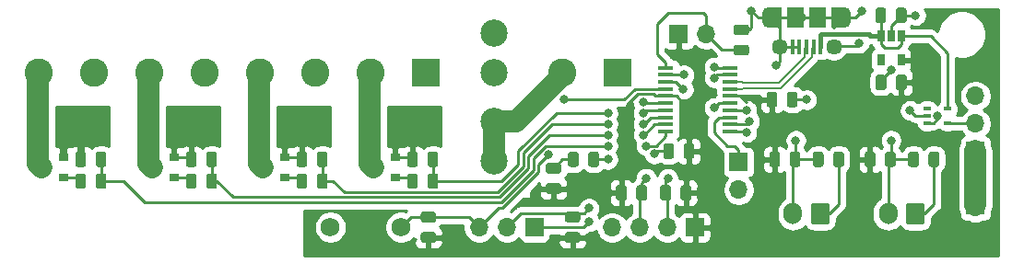
<source format=gbr>
G04 #@! TF.GenerationSoftware,KiCad,Pcbnew,(5.1.5)-3*
G04 #@! TF.CreationDate,2020-01-15T23:11:06-05:00*
G04 #@! TF.ProjectId,STM32_Klipper_Expander,53544d33-325f-44b6-9c69-707065725f45,rev?*
G04 #@! TF.SameCoordinates,Original*
G04 #@! TF.FileFunction,Copper,L1,Top*
G04 #@! TF.FilePolarity,Positive*
%FSLAX46Y46*%
G04 Gerber Fmt 4.6, Leading zero omitted, Abs format (unit mm)*
G04 Created by KiCad (PCBNEW (5.1.5)-3) date 2020-01-15 23:11:06*
%MOMM*%
%LPD*%
G04 APERTURE LIST*
%ADD10O,1.700000X1.700000*%
%ADD11R,1.700000X1.700000*%
%ADD12R,1.200000X1.900000*%
%ADD13O,1.200000X1.900000*%
%ADD14R,1.500000X1.900000*%
%ADD15C,1.450000*%
%ADD16R,0.400000X1.350000*%
%ADD17C,0.100000*%
%ADD18O,1.700000X2.000000*%
%ADD19C,2.500000*%
%ADD20R,2.600000X2.600000*%
%ADD21C,2.600000*%
%ADD22R,0.650000X0.400000*%
%ADD23R,0.900000X0.800000*%
%ADD24R,1.450000X0.450000*%
%ADD25R,0.650000X1.060000*%
%ADD26C,1.750000*%
%ADD27C,0.800000*%
%ADD28C,0.250000*%
%ADD29C,0.200000*%
%ADD30C,2.000000*%
%ADD31C,0.400000*%
%ADD32C,0.254000*%
G04 APERTURE END LIST*
D10*
X172540000Y-79000000D03*
D11*
X170000000Y-79000000D03*
D12*
X184642000Y-77421500D03*
X178842000Y-77421500D03*
D13*
X178242000Y-77421500D03*
X185242000Y-77421500D03*
D14*
X182742000Y-77421500D03*
D15*
X179242000Y-80121500D03*
D16*
X181742000Y-80121500D03*
X181092000Y-80121500D03*
X180442000Y-80121500D03*
X183042000Y-80121500D03*
X182392000Y-80121500D03*
D15*
X184242000Y-80121500D03*
D14*
X180742000Y-77421500D03*
D11*
X197250000Y-94750000D03*
G04 #@! TA.AperFunction,SMDPad,CuDef*
D17*
G36*
X180955142Y-89801174D02*
G01*
X180978803Y-89804684D01*
X181002007Y-89810496D01*
X181024529Y-89818554D01*
X181046153Y-89828782D01*
X181066670Y-89841079D01*
X181085883Y-89855329D01*
X181103607Y-89871393D01*
X181119671Y-89889117D01*
X181133921Y-89908330D01*
X181146218Y-89928847D01*
X181156446Y-89950471D01*
X181164504Y-89972993D01*
X181170316Y-89996197D01*
X181173826Y-90019858D01*
X181175000Y-90043750D01*
X181175000Y-90956250D01*
X181173826Y-90980142D01*
X181170316Y-91003803D01*
X181164504Y-91027007D01*
X181156446Y-91049529D01*
X181146218Y-91071153D01*
X181133921Y-91091670D01*
X181119671Y-91110883D01*
X181103607Y-91128607D01*
X181085883Y-91144671D01*
X181066670Y-91158921D01*
X181046153Y-91171218D01*
X181024529Y-91181446D01*
X181002007Y-91189504D01*
X180978803Y-91195316D01*
X180955142Y-91198826D01*
X180931250Y-91200000D01*
X180443750Y-91200000D01*
X180419858Y-91198826D01*
X180396197Y-91195316D01*
X180372993Y-91189504D01*
X180350471Y-91181446D01*
X180328847Y-91171218D01*
X180308330Y-91158921D01*
X180289117Y-91144671D01*
X180271393Y-91128607D01*
X180255329Y-91110883D01*
X180241079Y-91091670D01*
X180228782Y-91071153D01*
X180218554Y-91049529D01*
X180210496Y-91027007D01*
X180204684Y-91003803D01*
X180201174Y-90980142D01*
X180200000Y-90956250D01*
X180200000Y-90043750D01*
X180201174Y-90019858D01*
X180204684Y-89996197D01*
X180210496Y-89972993D01*
X180218554Y-89950471D01*
X180228782Y-89928847D01*
X180241079Y-89908330D01*
X180255329Y-89889117D01*
X180271393Y-89871393D01*
X180289117Y-89855329D01*
X180308330Y-89841079D01*
X180328847Y-89828782D01*
X180350471Y-89818554D01*
X180372993Y-89810496D01*
X180396197Y-89804684D01*
X180419858Y-89801174D01*
X180443750Y-89800000D01*
X180931250Y-89800000D01*
X180955142Y-89801174D01*
G37*
G04 #@! TD.AperFunction*
G04 #@! TA.AperFunction,SMDPad,CuDef*
G36*
X179080142Y-89801174D02*
G01*
X179103803Y-89804684D01*
X179127007Y-89810496D01*
X179149529Y-89818554D01*
X179171153Y-89828782D01*
X179191670Y-89841079D01*
X179210883Y-89855329D01*
X179228607Y-89871393D01*
X179244671Y-89889117D01*
X179258921Y-89908330D01*
X179271218Y-89928847D01*
X179281446Y-89950471D01*
X179289504Y-89972993D01*
X179295316Y-89996197D01*
X179298826Y-90019858D01*
X179300000Y-90043750D01*
X179300000Y-90956250D01*
X179298826Y-90980142D01*
X179295316Y-91003803D01*
X179289504Y-91027007D01*
X179281446Y-91049529D01*
X179271218Y-91071153D01*
X179258921Y-91091670D01*
X179244671Y-91110883D01*
X179228607Y-91128607D01*
X179210883Y-91144671D01*
X179191670Y-91158921D01*
X179171153Y-91171218D01*
X179149529Y-91181446D01*
X179127007Y-91189504D01*
X179103803Y-91195316D01*
X179080142Y-91198826D01*
X179056250Y-91200000D01*
X178568750Y-91200000D01*
X178544858Y-91198826D01*
X178521197Y-91195316D01*
X178497993Y-91189504D01*
X178475471Y-91181446D01*
X178453847Y-91171218D01*
X178433330Y-91158921D01*
X178414117Y-91144671D01*
X178396393Y-91128607D01*
X178380329Y-91110883D01*
X178366079Y-91091670D01*
X178353782Y-91071153D01*
X178343554Y-91049529D01*
X178335496Y-91027007D01*
X178329684Y-91003803D01*
X178326174Y-90980142D01*
X178325000Y-90956250D01*
X178325000Y-90043750D01*
X178326174Y-90019858D01*
X178329684Y-89996197D01*
X178335496Y-89972993D01*
X178343554Y-89950471D01*
X178353782Y-89928847D01*
X178366079Y-89908330D01*
X178380329Y-89889117D01*
X178396393Y-89871393D01*
X178414117Y-89855329D01*
X178433330Y-89841079D01*
X178453847Y-89828782D01*
X178475471Y-89818554D01*
X178497993Y-89810496D01*
X178521197Y-89804684D01*
X178544858Y-89801174D01*
X178568750Y-89800000D01*
X179056250Y-89800000D01*
X179080142Y-89801174D01*
G37*
G04 #@! TD.AperFunction*
G04 #@! TA.AperFunction,SMDPad,CuDef*
G36*
X183080142Y-89801174D02*
G01*
X183103803Y-89804684D01*
X183127007Y-89810496D01*
X183149529Y-89818554D01*
X183171153Y-89828782D01*
X183191670Y-89841079D01*
X183210883Y-89855329D01*
X183228607Y-89871393D01*
X183244671Y-89889117D01*
X183258921Y-89908330D01*
X183271218Y-89928847D01*
X183281446Y-89950471D01*
X183289504Y-89972993D01*
X183295316Y-89996197D01*
X183298826Y-90019858D01*
X183300000Y-90043750D01*
X183300000Y-90956250D01*
X183298826Y-90980142D01*
X183295316Y-91003803D01*
X183289504Y-91027007D01*
X183281446Y-91049529D01*
X183271218Y-91071153D01*
X183258921Y-91091670D01*
X183244671Y-91110883D01*
X183228607Y-91128607D01*
X183210883Y-91144671D01*
X183191670Y-91158921D01*
X183171153Y-91171218D01*
X183149529Y-91181446D01*
X183127007Y-91189504D01*
X183103803Y-91195316D01*
X183080142Y-91198826D01*
X183056250Y-91200000D01*
X182568750Y-91200000D01*
X182544858Y-91198826D01*
X182521197Y-91195316D01*
X182497993Y-91189504D01*
X182475471Y-91181446D01*
X182453847Y-91171218D01*
X182433330Y-91158921D01*
X182414117Y-91144671D01*
X182396393Y-91128607D01*
X182380329Y-91110883D01*
X182366079Y-91091670D01*
X182353782Y-91071153D01*
X182343554Y-91049529D01*
X182335496Y-91027007D01*
X182329684Y-91003803D01*
X182326174Y-90980142D01*
X182325000Y-90956250D01*
X182325000Y-90043750D01*
X182326174Y-90019858D01*
X182329684Y-89996197D01*
X182335496Y-89972993D01*
X182343554Y-89950471D01*
X182353782Y-89928847D01*
X182366079Y-89908330D01*
X182380329Y-89889117D01*
X182396393Y-89871393D01*
X182414117Y-89855329D01*
X182433330Y-89841079D01*
X182453847Y-89828782D01*
X182475471Y-89818554D01*
X182497993Y-89810496D01*
X182521197Y-89804684D01*
X182544858Y-89801174D01*
X182568750Y-89800000D01*
X183056250Y-89800000D01*
X183080142Y-89801174D01*
G37*
G04 #@! TD.AperFunction*
G04 #@! TA.AperFunction,SMDPad,CuDef*
G36*
X184955142Y-89801174D02*
G01*
X184978803Y-89804684D01*
X185002007Y-89810496D01*
X185024529Y-89818554D01*
X185046153Y-89828782D01*
X185066670Y-89841079D01*
X185085883Y-89855329D01*
X185103607Y-89871393D01*
X185119671Y-89889117D01*
X185133921Y-89908330D01*
X185146218Y-89928847D01*
X185156446Y-89950471D01*
X185164504Y-89972993D01*
X185170316Y-89996197D01*
X185173826Y-90019858D01*
X185175000Y-90043750D01*
X185175000Y-90956250D01*
X185173826Y-90980142D01*
X185170316Y-91003803D01*
X185164504Y-91027007D01*
X185156446Y-91049529D01*
X185146218Y-91071153D01*
X185133921Y-91091670D01*
X185119671Y-91110883D01*
X185103607Y-91128607D01*
X185085883Y-91144671D01*
X185066670Y-91158921D01*
X185046153Y-91171218D01*
X185024529Y-91181446D01*
X185002007Y-91189504D01*
X184978803Y-91195316D01*
X184955142Y-91198826D01*
X184931250Y-91200000D01*
X184443750Y-91200000D01*
X184419858Y-91198826D01*
X184396197Y-91195316D01*
X184372993Y-91189504D01*
X184350471Y-91181446D01*
X184328847Y-91171218D01*
X184308330Y-91158921D01*
X184289117Y-91144671D01*
X184271393Y-91128607D01*
X184255329Y-91110883D01*
X184241079Y-91091670D01*
X184228782Y-91071153D01*
X184218554Y-91049529D01*
X184210496Y-91027007D01*
X184204684Y-91003803D01*
X184201174Y-90980142D01*
X184200000Y-90956250D01*
X184200000Y-90043750D01*
X184201174Y-90019858D01*
X184204684Y-89996197D01*
X184210496Y-89972993D01*
X184218554Y-89950471D01*
X184228782Y-89928847D01*
X184241079Y-89908330D01*
X184255329Y-89889117D01*
X184271393Y-89871393D01*
X184289117Y-89855329D01*
X184308330Y-89841079D01*
X184328847Y-89828782D01*
X184350471Y-89818554D01*
X184372993Y-89810496D01*
X184396197Y-89804684D01*
X184419858Y-89801174D01*
X184443750Y-89800000D01*
X184931250Y-89800000D01*
X184955142Y-89801174D01*
G37*
G04 #@! TD.AperFunction*
D18*
X180500000Y-95500000D03*
G04 #@! TA.AperFunction,ComponentPad*
D17*
G36*
X183624504Y-94501204D02*
G01*
X183648773Y-94504804D01*
X183672571Y-94510765D01*
X183695671Y-94519030D01*
X183717849Y-94529520D01*
X183738893Y-94542133D01*
X183758598Y-94556747D01*
X183776777Y-94573223D01*
X183793253Y-94591402D01*
X183807867Y-94611107D01*
X183820480Y-94632151D01*
X183830970Y-94654329D01*
X183839235Y-94677429D01*
X183845196Y-94701227D01*
X183848796Y-94725496D01*
X183850000Y-94750000D01*
X183850000Y-96250000D01*
X183848796Y-96274504D01*
X183845196Y-96298773D01*
X183839235Y-96322571D01*
X183830970Y-96345671D01*
X183820480Y-96367849D01*
X183807867Y-96388893D01*
X183793253Y-96408598D01*
X183776777Y-96426777D01*
X183758598Y-96443253D01*
X183738893Y-96457867D01*
X183717849Y-96470480D01*
X183695671Y-96480970D01*
X183672571Y-96489235D01*
X183648773Y-96495196D01*
X183624504Y-96498796D01*
X183600000Y-96500000D01*
X182400000Y-96500000D01*
X182375496Y-96498796D01*
X182351227Y-96495196D01*
X182327429Y-96489235D01*
X182304329Y-96480970D01*
X182282151Y-96470480D01*
X182261107Y-96457867D01*
X182241402Y-96443253D01*
X182223223Y-96426777D01*
X182206747Y-96408598D01*
X182192133Y-96388893D01*
X182179520Y-96367849D01*
X182169030Y-96345671D01*
X182160765Y-96322571D01*
X182154804Y-96298773D01*
X182151204Y-96274504D01*
X182150000Y-96250000D01*
X182150000Y-94750000D01*
X182151204Y-94725496D01*
X182154804Y-94701227D01*
X182160765Y-94677429D01*
X182169030Y-94654329D01*
X182179520Y-94632151D01*
X182192133Y-94611107D01*
X182206747Y-94591402D01*
X182223223Y-94573223D01*
X182241402Y-94556747D01*
X182261107Y-94542133D01*
X182282151Y-94529520D01*
X182304329Y-94519030D01*
X182327429Y-94510765D01*
X182351227Y-94504804D01*
X182375496Y-94501204D01*
X182400000Y-94500000D01*
X183600000Y-94500000D01*
X183624504Y-94501204D01*
G37*
G04 #@! TD.AperFunction*
G04 #@! TA.AperFunction,SMDPad,CuDef*
G36*
X145810142Y-89801174D02*
G01*
X145833803Y-89804684D01*
X145857007Y-89810496D01*
X145879529Y-89818554D01*
X145901153Y-89828782D01*
X145921670Y-89841079D01*
X145940883Y-89855329D01*
X145958607Y-89871393D01*
X145974671Y-89889117D01*
X145988921Y-89908330D01*
X146001218Y-89928847D01*
X146011446Y-89950471D01*
X146019504Y-89972993D01*
X146025316Y-89996197D01*
X146028826Y-90019858D01*
X146030000Y-90043750D01*
X146030000Y-90956250D01*
X146028826Y-90980142D01*
X146025316Y-91003803D01*
X146019504Y-91027007D01*
X146011446Y-91049529D01*
X146001218Y-91071153D01*
X145988921Y-91091670D01*
X145974671Y-91110883D01*
X145958607Y-91128607D01*
X145940883Y-91144671D01*
X145921670Y-91158921D01*
X145901153Y-91171218D01*
X145879529Y-91181446D01*
X145857007Y-91189504D01*
X145833803Y-91195316D01*
X145810142Y-91198826D01*
X145786250Y-91200000D01*
X145298750Y-91200000D01*
X145274858Y-91198826D01*
X145251197Y-91195316D01*
X145227993Y-91189504D01*
X145205471Y-91181446D01*
X145183847Y-91171218D01*
X145163330Y-91158921D01*
X145144117Y-91144671D01*
X145126393Y-91128607D01*
X145110329Y-91110883D01*
X145096079Y-91091670D01*
X145083782Y-91071153D01*
X145073554Y-91049529D01*
X145065496Y-91027007D01*
X145059684Y-91003803D01*
X145056174Y-90980142D01*
X145055000Y-90956250D01*
X145055000Y-90043750D01*
X145056174Y-90019858D01*
X145059684Y-89996197D01*
X145065496Y-89972993D01*
X145073554Y-89950471D01*
X145083782Y-89928847D01*
X145096079Y-89908330D01*
X145110329Y-89889117D01*
X145126393Y-89871393D01*
X145144117Y-89855329D01*
X145163330Y-89841079D01*
X145183847Y-89828782D01*
X145205471Y-89818554D01*
X145227993Y-89810496D01*
X145251197Y-89804684D01*
X145274858Y-89801174D01*
X145298750Y-89800000D01*
X145786250Y-89800000D01*
X145810142Y-89801174D01*
G37*
G04 #@! TD.AperFunction*
G04 #@! TA.AperFunction,SMDPad,CuDef*
G36*
X147685142Y-89801174D02*
G01*
X147708803Y-89804684D01*
X147732007Y-89810496D01*
X147754529Y-89818554D01*
X147776153Y-89828782D01*
X147796670Y-89841079D01*
X147815883Y-89855329D01*
X147833607Y-89871393D01*
X147849671Y-89889117D01*
X147863921Y-89908330D01*
X147876218Y-89928847D01*
X147886446Y-89950471D01*
X147894504Y-89972993D01*
X147900316Y-89996197D01*
X147903826Y-90019858D01*
X147905000Y-90043750D01*
X147905000Y-90956250D01*
X147903826Y-90980142D01*
X147900316Y-91003803D01*
X147894504Y-91027007D01*
X147886446Y-91049529D01*
X147876218Y-91071153D01*
X147863921Y-91091670D01*
X147849671Y-91110883D01*
X147833607Y-91128607D01*
X147815883Y-91144671D01*
X147796670Y-91158921D01*
X147776153Y-91171218D01*
X147754529Y-91181446D01*
X147732007Y-91189504D01*
X147708803Y-91195316D01*
X147685142Y-91198826D01*
X147661250Y-91200000D01*
X147173750Y-91200000D01*
X147149858Y-91198826D01*
X147126197Y-91195316D01*
X147102993Y-91189504D01*
X147080471Y-91181446D01*
X147058847Y-91171218D01*
X147038330Y-91158921D01*
X147019117Y-91144671D01*
X147001393Y-91128607D01*
X146985329Y-91110883D01*
X146971079Y-91091670D01*
X146958782Y-91071153D01*
X146948554Y-91049529D01*
X146940496Y-91027007D01*
X146934684Y-91003803D01*
X146931174Y-90980142D01*
X146930000Y-90956250D01*
X146930000Y-90043750D01*
X146931174Y-90019858D01*
X146934684Y-89996197D01*
X146940496Y-89972993D01*
X146948554Y-89950471D01*
X146958782Y-89928847D01*
X146971079Y-89908330D01*
X146985329Y-89889117D01*
X147001393Y-89871393D01*
X147019117Y-89855329D01*
X147038330Y-89841079D01*
X147058847Y-89828782D01*
X147080471Y-89818554D01*
X147102993Y-89810496D01*
X147126197Y-89804684D01*
X147149858Y-89801174D01*
X147173750Y-89800000D01*
X147661250Y-89800000D01*
X147685142Y-89801174D01*
G37*
G04 #@! TD.AperFunction*
G04 #@! TA.AperFunction,SMDPad,CuDef*
G36*
X147685142Y-91801174D02*
G01*
X147708803Y-91804684D01*
X147732007Y-91810496D01*
X147754529Y-91818554D01*
X147776153Y-91828782D01*
X147796670Y-91841079D01*
X147815883Y-91855329D01*
X147833607Y-91871393D01*
X147849671Y-91889117D01*
X147863921Y-91908330D01*
X147876218Y-91928847D01*
X147886446Y-91950471D01*
X147894504Y-91972993D01*
X147900316Y-91996197D01*
X147903826Y-92019858D01*
X147905000Y-92043750D01*
X147905000Y-92956250D01*
X147903826Y-92980142D01*
X147900316Y-93003803D01*
X147894504Y-93027007D01*
X147886446Y-93049529D01*
X147876218Y-93071153D01*
X147863921Y-93091670D01*
X147849671Y-93110883D01*
X147833607Y-93128607D01*
X147815883Y-93144671D01*
X147796670Y-93158921D01*
X147776153Y-93171218D01*
X147754529Y-93181446D01*
X147732007Y-93189504D01*
X147708803Y-93195316D01*
X147685142Y-93198826D01*
X147661250Y-93200000D01*
X147173750Y-93200000D01*
X147149858Y-93198826D01*
X147126197Y-93195316D01*
X147102993Y-93189504D01*
X147080471Y-93181446D01*
X147058847Y-93171218D01*
X147038330Y-93158921D01*
X147019117Y-93144671D01*
X147001393Y-93128607D01*
X146985329Y-93110883D01*
X146971079Y-93091670D01*
X146958782Y-93071153D01*
X146948554Y-93049529D01*
X146940496Y-93027007D01*
X146934684Y-93003803D01*
X146931174Y-92980142D01*
X146930000Y-92956250D01*
X146930000Y-92043750D01*
X146931174Y-92019858D01*
X146934684Y-91996197D01*
X146940496Y-91972993D01*
X146948554Y-91950471D01*
X146958782Y-91928847D01*
X146971079Y-91908330D01*
X146985329Y-91889117D01*
X147001393Y-91871393D01*
X147019117Y-91855329D01*
X147038330Y-91841079D01*
X147058847Y-91828782D01*
X147080471Y-91818554D01*
X147102993Y-91810496D01*
X147126197Y-91804684D01*
X147149858Y-91801174D01*
X147173750Y-91800000D01*
X147661250Y-91800000D01*
X147685142Y-91801174D01*
G37*
G04 #@! TD.AperFunction*
G04 #@! TA.AperFunction,SMDPad,CuDef*
G36*
X145810142Y-91801174D02*
G01*
X145833803Y-91804684D01*
X145857007Y-91810496D01*
X145879529Y-91818554D01*
X145901153Y-91828782D01*
X145921670Y-91841079D01*
X145940883Y-91855329D01*
X145958607Y-91871393D01*
X145974671Y-91889117D01*
X145988921Y-91908330D01*
X146001218Y-91928847D01*
X146011446Y-91950471D01*
X146019504Y-91972993D01*
X146025316Y-91996197D01*
X146028826Y-92019858D01*
X146030000Y-92043750D01*
X146030000Y-92956250D01*
X146028826Y-92980142D01*
X146025316Y-93003803D01*
X146019504Y-93027007D01*
X146011446Y-93049529D01*
X146001218Y-93071153D01*
X145988921Y-93091670D01*
X145974671Y-93110883D01*
X145958607Y-93128607D01*
X145940883Y-93144671D01*
X145921670Y-93158921D01*
X145901153Y-93171218D01*
X145879529Y-93181446D01*
X145857007Y-93189504D01*
X145833803Y-93195316D01*
X145810142Y-93198826D01*
X145786250Y-93200000D01*
X145298750Y-93200000D01*
X145274858Y-93198826D01*
X145251197Y-93195316D01*
X145227993Y-93189504D01*
X145205471Y-93181446D01*
X145183847Y-93171218D01*
X145163330Y-93158921D01*
X145144117Y-93144671D01*
X145126393Y-93128607D01*
X145110329Y-93110883D01*
X145096079Y-93091670D01*
X145083782Y-93071153D01*
X145073554Y-93049529D01*
X145065496Y-93027007D01*
X145059684Y-93003803D01*
X145056174Y-92980142D01*
X145055000Y-92956250D01*
X145055000Y-92043750D01*
X145056174Y-92019858D01*
X145059684Y-91996197D01*
X145065496Y-91972993D01*
X145073554Y-91950471D01*
X145083782Y-91928847D01*
X145096079Y-91908330D01*
X145110329Y-91889117D01*
X145126393Y-91871393D01*
X145144117Y-91855329D01*
X145163330Y-91841079D01*
X145183847Y-91828782D01*
X145205471Y-91818554D01*
X145227993Y-91810496D01*
X145251197Y-91804684D01*
X145274858Y-91801174D01*
X145298750Y-91800000D01*
X145786250Y-91800000D01*
X145810142Y-91801174D01*
G37*
G04 #@! TD.AperFunction*
G04 #@! TA.AperFunction,SMDPad,CuDef*
G36*
X135650142Y-89801174D02*
G01*
X135673803Y-89804684D01*
X135697007Y-89810496D01*
X135719529Y-89818554D01*
X135741153Y-89828782D01*
X135761670Y-89841079D01*
X135780883Y-89855329D01*
X135798607Y-89871393D01*
X135814671Y-89889117D01*
X135828921Y-89908330D01*
X135841218Y-89928847D01*
X135851446Y-89950471D01*
X135859504Y-89972993D01*
X135865316Y-89996197D01*
X135868826Y-90019858D01*
X135870000Y-90043750D01*
X135870000Y-90956250D01*
X135868826Y-90980142D01*
X135865316Y-91003803D01*
X135859504Y-91027007D01*
X135851446Y-91049529D01*
X135841218Y-91071153D01*
X135828921Y-91091670D01*
X135814671Y-91110883D01*
X135798607Y-91128607D01*
X135780883Y-91144671D01*
X135761670Y-91158921D01*
X135741153Y-91171218D01*
X135719529Y-91181446D01*
X135697007Y-91189504D01*
X135673803Y-91195316D01*
X135650142Y-91198826D01*
X135626250Y-91200000D01*
X135138750Y-91200000D01*
X135114858Y-91198826D01*
X135091197Y-91195316D01*
X135067993Y-91189504D01*
X135045471Y-91181446D01*
X135023847Y-91171218D01*
X135003330Y-91158921D01*
X134984117Y-91144671D01*
X134966393Y-91128607D01*
X134950329Y-91110883D01*
X134936079Y-91091670D01*
X134923782Y-91071153D01*
X134913554Y-91049529D01*
X134905496Y-91027007D01*
X134899684Y-91003803D01*
X134896174Y-90980142D01*
X134895000Y-90956250D01*
X134895000Y-90043750D01*
X134896174Y-90019858D01*
X134899684Y-89996197D01*
X134905496Y-89972993D01*
X134913554Y-89950471D01*
X134923782Y-89928847D01*
X134936079Y-89908330D01*
X134950329Y-89889117D01*
X134966393Y-89871393D01*
X134984117Y-89855329D01*
X135003330Y-89841079D01*
X135023847Y-89828782D01*
X135045471Y-89818554D01*
X135067993Y-89810496D01*
X135091197Y-89804684D01*
X135114858Y-89801174D01*
X135138750Y-89800000D01*
X135626250Y-89800000D01*
X135650142Y-89801174D01*
G37*
G04 #@! TD.AperFunction*
G04 #@! TA.AperFunction,SMDPad,CuDef*
G36*
X137525142Y-89801174D02*
G01*
X137548803Y-89804684D01*
X137572007Y-89810496D01*
X137594529Y-89818554D01*
X137616153Y-89828782D01*
X137636670Y-89841079D01*
X137655883Y-89855329D01*
X137673607Y-89871393D01*
X137689671Y-89889117D01*
X137703921Y-89908330D01*
X137716218Y-89928847D01*
X137726446Y-89950471D01*
X137734504Y-89972993D01*
X137740316Y-89996197D01*
X137743826Y-90019858D01*
X137745000Y-90043750D01*
X137745000Y-90956250D01*
X137743826Y-90980142D01*
X137740316Y-91003803D01*
X137734504Y-91027007D01*
X137726446Y-91049529D01*
X137716218Y-91071153D01*
X137703921Y-91091670D01*
X137689671Y-91110883D01*
X137673607Y-91128607D01*
X137655883Y-91144671D01*
X137636670Y-91158921D01*
X137616153Y-91171218D01*
X137594529Y-91181446D01*
X137572007Y-91189504D01*
X137548803Y-91195316D01*
X137525142Y-91198826D01*
X137501250Y-91200000D01*
X137013750Y-91200000D01*
X136989858Y-91198826D01*
X136966197Y-91195316D01*
X136942993Y-91189504D01*
X136920471Y-91181446D01*
X136898847Y-91171218D01*
X136878330Y-91158921D01*
X136859117Y-91144671D01*
X136841393Y-91128607D01*
X136825329Y-91110883D01*
X136811079Y-91091670D01*
X136798782Y-91071153D01*
X136788554Y-91049529D01*
X136780496Y-91027007D01*
X136774684Y-91003803D01*
X136771174Y-90980142D01*
X136770000Y-90956250D01*
X136770000Y-90043750D01*
X136771174Y-90019858D01*
X136774684Y-89996197D01*
X136780496Y-89972993D01*
X136788554Y-89950471D01*
X136798782Y-89928847D01*
X136811079Y-89908330D01*
X136825329Y-89889117D01*
X136841393Y-89871393D01*
X136859117Y-89855329D01*
X136878330Y-89841079D01*
X136898847Y-89828782D01*
X136920471Y-89818554D01*
X136942993Y-89810496D01*
X136966197Y-89804684D01*
X136989858Y-89801174D01*
X137013750Y-89800000D01*
X137501250Y-89800000D01*
X137525142Y-89801174D01*
G37*
G04 #@! TD.AperFunction*
G04 #@! TA.AperFunction,SMDPad,CuDef*
G36*
X137525142Y-91801174D02*
G01*
X137548803Y-91804684D01*
X137572007Y-91810496D01*
X137594529Y-91818554D01*
X137616153Y-91828782D01*
X137636670Y-91841079D01*
X137655883Y-91855329D01*
X137673607Y-91871393D01*
X137689671Y-91889117D01*
X137703921Y-91908330D01*
X137716218Y-91928847D01*
X137726446Y-91950471D01*
X137734504Y-91972993D01*
X137740316Y-91996197D01*
X137743826Y-92019858D01*
X137745000Y-92043750D01*
X137745000Y-92956250D01*
X137743826Y-92980142D01*
X137740316Y-93003803D01*
X137734504Y-93027007D01*
X137726446Y-93049529D01*
X137716218Y-93071153D01*
X137703921Y-93091670D01*
X137689671Y-93110883D01*
X137673607Y-93128607D01*
X137655883Y-93144671D01*
X137636670Y-93158921D01*
X137616153Y-93171218D01*
X137594529Y-93181446D01*
X137572007Y-93189504D01*
X137548803Y-93195316D01*
X137525142Y-93198826D01*
X137501250Y-93200000D01*
X137013750Y-93200000D01*
X136989858Y-93198826D01*
X136966197Y-93195316D01*
X136942993Y-93189504D01*
X136920471Y-93181446D01*
X136898847Y-93171218D01*
X136878330Y-93158921D01*
X136859117Y-93144671D01*
X136841393Y-93128607D01*
X136825329Y-93110883D01*
X136811079Y-93091670D01*
X136798782Y-93071153D01*
X136788554Y-93049529D01*
X136780496Y-93027007D01*
X136774684Y-93003803D01*
X136771174Y-92980142D01*
X136770000Y-92956250D01*
X136770000Y-92043750D01*
X136771174Y-92019858D01*
X136774684Y-91996197D01*
X136780496Y-91972993D01*
X136788554Y-91950471D01*
X136798782Y-91928847D01*
X136811079Y-91908330D01*
X136825329Y-91889117D01*
X136841393Y-91871393D01*
X136859117Y-91855329D01*
X136878330Y-91841079D01*
X136898847Y-91828782D01*
X136920471Y-91818554D01*
X136942993Y-91810496D01*
X136966197Y-91804684D01*
X136989858Y-91801174D01*
X137013750Y-91800000D01*
X137501250Y-91800000D01*
X137525142Y-91801174D01*
G37*
G04 #@! TD.AperFunction*
G04 #@! TA.AperFunction,SMDPad,CuDef*
G36*
X135650142Y-91801174D02*
G01*
X135673803Y-91804684D01*
X135697007Y-91810496D01*
X135719529Y-91818554D01*
X135741153Y-91828782D01*
X135761670Y-91841079D01*
X135780883Y-91855329D01*
X135798607Y-91871393D01*
X135814671Y-91889117D01*
X135828921Y-91908330D01*
X135841218Y-91928847D01*
X135851446Y-91950471D01*
X135859504Y-91972993D01*
X135865316Y-91996197D01*
X135868826Y-92019858D01*
X135870000Y-92043750D01*
X135870000Y-92956250D01*
X135868826Y-92980142D01*
X135865316Y-93003803D01*
X135859504Y-93027007D01*
X135851446Y-93049529D01*
X135841218Y-93071153D01*
X135828921Y-93091670D01*
X135814671Y-93110883D01*
X135798607Y-93128607D01*
X135780883Y-93144671D01*
X135761670Y-93158921D01*
X135741153Y-93171218D01*
X135719529Y-93181446D01*
X135697007Y-93189504D01*
X135673803Y-93195316D01*
X135650142Y-93198826D01*
X135626250Y-93200000D01*
X135138750Y-93200000D01*
X135114858Y-93198826D01*
X135091197Y-93195316D01*
X135067993Y-93189504D01*
X135045471Y-93181446D01*
X135023847Y-93171218D01*
X135003330Y-93158921D01*
X134984117Y-93144671D01*
X134966393Y-93128607D01*
X134950329Y-93110883D01*
X134936079Y-93091670D01*
X134923782Y-93071153D01*
X134913554Y-93049529D01*
X134905496Y-93027007D01*
X134899684Y-93003803D01*
X134896174Y-92980142D01*
X134895000Y-92956250D01*
X134895000Y-92043750D01*
X134896174Y-92019858D01*
X134899684Y-91996197D01*
X134905496Y-91972993D01*
X134913554Y-91950471D01*
X134923782Y-91928847D01*
X134936079Y-91908330D01*
X134950329Y-91889117D01*
X134966393Y-91871393D01*
X134984117Y-91855329D01*
X135003330Y-91841079D01*
X135023847Y-91828782D01*
X135045471Y-91818554D01*
X135067993Y-91810496D01*
X135091197Y-91804684D01*
X135114858Y-91801174D01*
X135138750Y-91800000D01*
X135626250Y-91800000D01*
X135650142Y-91801174D01*
G37*
G04 #@! TD.AperFunction*
G04 #@! TA.AperFunction,SMDPad,CuDef*
G36*
X125490142Y-89801174D02*
G01*
X125513803Y-89804684D01*
X125537007Y-89810496D01*
X125559529Y-89818554D01*
X125581153Y-89828782D01*
X125601670Y-89841079D01*
X125620883Y-89855329D01*
X125638607Y-89871393D01*
X125654671Y-89889117D01*
X125668921Y-89908330D01*
X125681218Y-89928847D01*
X125691446Y-89950471D01*
X125699504Y-89972993D01*
X125705316Y-89996197D01*
X125708826Y-90019858D01*
X125710000Y-90043750D01*
X125710000Y-90956250D01*
X125708826Y-90980142D01*
X125705316Y-91003803D01*
X125699504Y-91027007D01*
X125691446Y-91049529D01*
X125681218Y-91071153D01*
X125668921Y-91091670D01*
X125654671Y-91110883D01*
X125638607Y-91128607D01*
X125620883Y-91144671D01*
X125601670Y-91158921D01*
X125581153Y-91171218D01*
X125559529Y-91181446D01*
X125537007Y-91189504D01*
X125513803Y-91195316D01*
X125490142Y-91198826D01*
X125466250Y-91200000D01*
X124978750Y-91200000D01*
X124954858Y-91198826D01*
X124931197Y-91195316D01*
X124907993Y-91189504D01*
X124885471Y-91181446D01*
X124863847Y-91171218D01*
X124843330Y-91158921D01*
X124824117Y-91144671D01*
X124806393Y-91128607D01*
X124790329Y-91110883D01*
X124776079Y-91091670D01*
X124763782Y-91071153D01*
X124753554Y-91049529D01*
X124745496Y-91027007D01*
X124739684Y-91003803D01*
X124736174Y-90980142D01*
X124735000Y-90956250D01*
X124735000Y-90043750D01*
X124736174Y-90019858D01*
X124739684Y-89996197D01*
X124745496Y-89972993D01*
X124753554Y-89950471D01*
X124763782Y-89928847D01*
X124776079Y-89908330D01*
X124790329Y-89889117D01*
X124806393Y-89871393D01*
X124824117Y-89855329D01*
X124843330Y-89841079D01*
X124863847Y-89828782D01*
X124885471Y-89818554D01*
X124907993Y-89810496D01*
X124931197Y-89804684D01*
X124954858Y-89801174D01*
X124978750Y-89800000D01*
X125466250Y-89800000D01*
X125490142Y-89801174D01*
G37*
G04 #@! TD.AperFunction*
G04 #@! TA.AperFunction,SMDPad,CuDef*
G36*
X127365142Y-89801174D02*
G01*
X127388803Y-89804684D01*
X127412007Y-89810496D01*
X127434529Y-89818554D01*
X127456153Y-89828782D01*
X127476670Y-89841079D01*
X127495883Y-89855329D01*
X127513607Y-89871393D01*
X127529671Y-89889117D01*
X127543921Y-89908330D01*
X127556218Y-89928847D01*
X127566446Y-89950471D01*
X127574504Y-89972993D01*
X127580316Y-89996197D01*
X127583826Y-90019858D01*
X127585000Y-90043750D01*
X127585000Y-90956250D01*
X127583826Y-90980142D01*
X127580316Y-91003803D01*
X127574504Y-91027007D01*
X127566446Y-91049529D01*
X127556218Y-91071153D01*
X127543921Y-91091670D01*
X127529671Y-91110883D01*
X127513607Y-91128607D01*
X127495883Y-91144671D01*
X127476670Y-91158921D01*
X127456153Y-91171218D01*
X127434529Y-91181446D01*
X127412007Y-91189504D01*
X127388803Y-91195316D01*
X127365142Y-91198826D01*
X127341250Y-91200000D01*
X126853750Y-91200000D01*
X126829858Y-91198826D01*
X126806197Y-91195316D01*
X126782993Y-91189504D01*
X126760471Y-91181446D01*
X126738847Y-91171218D01*
X126718330Y-91158921D01*
X126699117Y-91144671D01*
X126681393Y-91128607D01*
X126665329Y-91110883D01*
X126651079Y-91091670D01*
X126638782Y-91071153D01*
X126628554Y-91049529D01*
X126620496Y-91027007D01*
X126614684Y-91003803D01*
X126611174Y-90980142D01*
X126610000Y-90956250D01*
X126610000Y-90043750D01*
X126611174Y-90019858D01*
X126614684Y-89996197D01*
X126620496Y-89972993D01*
X126628554Y-89950471D01*
X126638782Y-89928847D01*
X126651079Y-89908330D01*
X126665329Y-89889117D01*
X126681393Y-89871393D01*
X126699117Y-89855329D01*
X126718330Y-89841079D01*
X126738847Y-89828782D01*
X126760471Y-89818554D01*
X126782993Y-89810496D01*
X126806197Y-89804684D01*
X126829858Y-89801174D01*
X126853750Y-89800000D01*
X127341250Y-89800000D01*
X127365142Y-89801174D01*
G37*
G04 #@! TD.AperFunction*
G04 #@! TA.AperFunction,SMDPad,CuDef*
G36*
X127365142Y-91801174D02*
G01*
X127388803Y-91804684D01*
X127412007Y-91810496D01*
X127434529Y-91818554D01*
X127456153Y-91828782D01*
X127476670Y-91841079D01*
X127495883Y-91855329D01*
X127513607Y-91871393D01*
X127529671Y-91889117D01*
X127543921Y-91908330D01*
X127556218Y-91928847D01*
X127566446Y-91950471D01*
X127574504Y-91972993D01*
X127580316Y-91996197D01*
X127583826Y-92019858D01*
X127585000Y-92043750D01*
X127585000Y-92956250D01*
X127583826Y-92980142D01*
X127580316Y-93003803D01*
X127574504Y-93027007D01*
X127566446Y-93049529D01*
X127556218Y-93071153D01*
X127543921Y-93091670D01*
X127529671Y-93110883D01*
X127513607Y-93128607D01*
X127495883Y-93144671D01*
X127476670Y-93158921D01*
X127456153Y-93171218D01*
X127434529Y-93181446D01*
X127412007Y-93189504D01*
X127388803Y-93195316D01*
X127365142Y-93198826D01*
X127341250Y-93200000D01*
X126853750Y-93200000D01*
X126829858Y-93198826D01*
X126806197Y-93195316D01*
X126782993Y-93189504D01*
X126760471Y-93181446D01*
X126738847Y-93171218D01*
X126718330Y-93158921D01*
X126699117Y-93144671D01*
X126681393Y-93128607D01*
X126665329Y-93110883D01*
X126651079Y-93091670D01*
X126638782Y-93071153D01*
X126628554Y-93049529D01*
X126620496Y-93027007D01*
X126614684Y-93003803D01*
X126611174Y-92980142D01*
X126610000Y-92956250D01*
X126610000Y-92043750D01*
X126611174Y-92019858D01*
X126614684Y-91996197D01*
X126620496Y-91972993D01*
X126628554Y-91950471D01*
X126638782Y-91928847D01*
X126651079Y-91908330D01*
X126665329Y-91889117D01*
X126681393Y-91871393D01*
X126699117Y-91855329D01*
X126718330Y-91841079D01*
X126738847Y-91828782D01*
X126760471Y-91818554D01*
X126782993Y-91810496D01*
X126806197Y-91804684D01*
X126829858Y-91801174D01*
X126853750Y-91800000D01*
X127341250Y-91800000D01*
X127365142Y-91801174D01*
G37*
G04 #@! TD.AperFunction*
G04 #@! TA.AperFunction,SMDPad,CuDef*
G36*
X125490142Y-91801174D02*
G01*
X125513803Y-91804684D01*
X125537007Y-91810496D01*
X125559529Y-91818554D01*
X125581153Y-91828782D01*
X125601670Y-91841079D01*
X125620883Y-91855329D01*
X125638607Y-91871393D01*
X125654671Y-91889117D01*
X125668921Y-91908330D01*
X125681218Y-91928847D01*
X125691446Y-91950471D01*
X125699504Y-91972993D01*
X125705316Y-91996197D01*
X125708826Y-92019858D01*
X125710000Y-92043750D01*
X125710000Y-92956250D01*
X125708826Y-92980142D01*
X125705316Y-93003803D01*
X125699504Y-93027007D01*
X125691446Y-93049529D01*
X125681218Y-93071153D01*
X125668921Y-93091670D01*
X125654671Y-93110883D01*
X125638607Y-93128607D01*
X125620883Y-93144671D01*
X125601670Y-93158921D01*
X125581153Y-93171218D01*
X125559529Y-93181446D01*
X125537007Y-93189504D01*
X125513803Y-93195316D01*
X125490142Y-93198826D01*
X125466250Y-93200000D01*
X124978750Y-93200000D01*
X124954858Y-93198826D01*
X124931197Y-93195316D01*
X124907993Y-93189504D01*
X124885471Y-93181446D01*
X124863847Y-93171218D01*
X124843330Y-93158921D01*
X124824117Y-93144671D01*
X124806393Y-93128607D01*
X124790329Y-93110883D01*
X124776079Y-93091670D01*
X124763782Y-93071153D01*
X124753554Y-93049529D01*
X124745496Y-93027007D01*
X124739684Y-93003803D01*
X124736174Y-92980142D01*
X124735000Y-92956250D01*
X124735000Y-92043750D01*
X124736174Y-92019858D01*
X124739684Y-91996197D01*
X124745496Y-91972993D01*
X124753554Y-91950471D01*
X124763782Y-91928847D01*
X124776079Y-91908330D01*
X124790329Y-91889117D01*
X124806393Y-91871393D01*
X124824117Y-91855329D01*
X124843330Y-91841079D01*
X124863847Y-91828782D01*
X124885471Y-91818554D01*
X124907993Y-91810496D01*
X124931197Y-91804684D01*
X124954858Y-91801174D01*
X124978750Y-91800000D01*
X125466250Y-91800000D01*
X125490142Y-91801174D01*
G37*
G04 #@! TD.AperFunction*
G04 #@! TA.AperFunction,SMDPad,CuDef*
G36*
X147480142Y-95326174D02*
G01*
X147503803Y-95329684D01*
X147527007Y-95335496D01*
X147549529Y-95343554D01*
X147571153Y-95353782D01*
X147591670Y-95366079D01*
X147610883Y-95380329D01*
X147628607Y-95396393D01*
X147644671Y-95414117D01*
X147658921Y-95433330D01*
X147671218Y-95453847D01*
X147681446Y-95475471D01*
X147689504Y-95497993D01*
X147695316Y-95521197D01*
X147698826Y-95544858D01*
X147700000Y-95568750D01*
X147700000Y-96056250D01*
X147698826Y-96080142D01*
X147695316Y-96103803D01*
X147689504Y-96127007D01*
X147681446Y-96149529D01*
X147671218Y-96171153D01*
X147658921Y-96191670D01*
X147644671Y-96210883D01*
X147628607Y-96228607D01*
X147610883Y-96244671D01*
X147591670Y-96258921D01*
X147571153Y-96271218D01*
X147549529Y-96281446D01*
X147527007Y-96289504D01*
X147503803Y-96295316D01*
X147480142Y-96298826D01*
X147456250Y-96300000D01*
X146543750Y-96300000D01*
X146519858Y-96298826D01*
X146496197Y-96295316D01*
X146472993Y-96289504D01*
X146450471Y-96281446D01*
X146428847Y-96271218D01*
X146408330Y-96258921D01*
X146389117Y-96244671D01*
X146371393Y-96228607D01*
X146355329Y-96210883D01*
X146341079Y-96191670D01*
X146328782Y-96171153D01*
X146318554Y-96149529D01*
X146310496Y-96127007D01*
X146304684Y-96103803D01*
X146301174Y-96080142D01*
X146300000Y-96056250D01*
X146300000Y-95568750D01*
X146301174Y-95544858D01*
X146304684Y-95521197D01*
X146310496Y-95497993D01*
X146318554Y-95475471D01*
X146328782Y-95453847D01*
X146341079Y-95433330D01*
X146355329Y-95414117D01*
X146371393Y-95396393D01*
X146389117Y-95380329D01*
X146408330Y-95366079D01*
X146428847Y-95353782D01*
X146450471Y-95343554D01*
X146472993Y-95335496D01*
X146496197Y-95329684D01*
X146519858Y-95326174D01*
X146543750Y-95325000D01*
X147456250Y-95325000D01*
X147480142Y-95326174D01*
G37*
G04 #@! TD.AperFunction*
G04 #@! TA.AperFunction,SMDPad,CuDef*
G36*
X147480142Y-97201174D02*
G01*
X147503803Y-97204684D01*
X147527007Y-97210496D01*
X147549529Y-97218554D01*
X147571153Y-97228782D01*
X147591670Y-97241079D01*
X147610883Y-97255329D01*
X147628607Y-97271393D01*
X147644671Y-97289117D01*
X147658921Y-97308330D01*
X147671218Y-97328847D01*
X147681446Y-97350471D01*
X147689504Y-97372993D01*
X147695316Y-97396197D01*
X147698826Y-97419858D01*
X147700000Y-97443750D01*
X147700000Y-97931250D01*
X147698826Y-97955142D01*
X147695316Y-97978803D01*
X147689504Y-98002007D01*
X147681446Y-98024529D01*
X147671218Y-98046153D01*
X147658921Y-98066670D01*
X147644671Y-98085883D01*
X147628607Y-98103607D01*
X147610883Y-98119671D01*
X147591670Y-98133921D01*
X147571153Y-98146218D01*
X147549529Y-98156446D01*
X147527007Y-98164504D01*
X147503803Y-98170316D01*
X147480142Y-98173826D01*
X147456250Y-98175000D01*
X146543750Y-98175000D01*
X146519858Y-98173826D01*
X146496197Y-98170316D01*
X146472993Y-98164504D01*
X146450471Y-98156446D01*
X146428847Y-98146218D01*
X146408330Y-98133921D01*
X146389117Y-98119671D01*
X146371393Y-98103607D01*
X146355329Y-98085883D01*
X146341079Y-98066670D01*
X146328782Y-98046153D01*
X146318554Y-98024529D01*
X146310496Y-98002007D01*
X146304684Y-97978803D01*
X146301174Y-97955142D01*
X146300000Y-97931250D01*
X146300000Y-97443750D01*
X146301174Y-97419858D01*
X146304684Y-97396197D01*
X146310496Y-97372993D01*
X146318554Y-97350471D01*
X146328782Y-97328847D01*
X146341079Y-97308330D01*
X146355329Y-97289117D01*
X146371393Y-97271393D01*
X146389117Y-97255329D01*
X146408330Y-97241079D01*
X146428847Y-97228782D01*
X146450471Y-97218554D01*
X146472993Y-97210496D01*
X146496197Y-97204684D01*
X146519858Y-97201174D01*
X146543750Y-97200000D01*
X147456250Y-97200000D01*
X147480142Y-97201174D01*
G37*
G04 #@! TD.AperFunction*
G04 #@! TA.AperFunction,SMDPad,CuDef*
G36*
X171205142Y-89051174D02*
G01*
X171228803Y-89054684D01*
X171252007Y-89060496D01*
X171274529Y-89068554D01*
X171296153Y-89078782D01*
X171316670Y-89091079D01*
X171335883Y-89105329D01*
X171353607Y-89121393D01*
X171369671Y-89139117D01*
X171383921Y-89158330D01*
X171396218Y-89178847D01*
X171406446Y-89200471D01*
X171414504Y-89222993D01*
X171420316Y-89246197D01*
X171423826Y-89269858D01*
X171425000Y-89293750D01*
X171425000Y-90206250D01*
X171423826Y-90230142D01*
X171420316Y-90253803D01*
X171414504Y-90277007D01*
X171406446Y-90299529D01*
X171396218Y-90321153D01*
X171383921Y-90341670D01*
X171369671Y-90360883D01*
X171353607Y-90378607D01*
X171335883Y-90394671D01*
X171316670Y-90408921D01*
X171296153Y-90421218D01*
X171274529Y-90431446D01*
X171252007Y-90439504D01*
X171228803Y-90445316D01*
X171205142Y-90448826D01*
X171181250Y-90450000D01*
X170693750Y-90450000D01*
X170669858Y-90448826D01*
X170646197Y-90445316D01*
X170622993Y-90439504D01*
X170600471Y-90431446D01*
X170578847Y-90421218D01*
X170558330Y-90408921D01*
X170539117Y-90394671D01*
X170521393Y-90378607D01*
X170505329Y-90360883D01*
X170491079Y-90341670D01*
X170478782Y-90321153D01*
X170468554Y-90299529D01*
X170460496Y-90277007D01*
X170454684Y-90253803D01*
X170451174Y-90230142D01*
X170450000Y-90206250D01*
X170450000Y-89293750D01*
X170451174Y-89269858D01*
X170454684Y-89246197D01*
X170460496Y-89222993D01*
X170468554Y-89200471D01*
X170478782Y-89178847D01*
X170491079Y-89158330D01*
X170505329Y-89139117D01*
X170521393Y-89121393D01*
X170539117Y-89105329D01*
X170558330Y-89091079D01*
X170578847Y-89078782D01*
X170600471Y-89068554D01*
X170622993Y-89060496D01*
X170646197Y-89054684D01*
X170669858Y-89051174D01*
X170693750Y-89050000D01*
X171181250Y-89050000D01*
X171205142Y-89051174D01*
G37*
G04 #@! TD.AperFunction*
G04 #@! TA.AperFunction,SMDPad,CuDef*
G36*
X169330142Y-89051174D02*
G01*
X169353803Y-89054684D01*
X169377007Y-89060496D01*
X169399529Y-89068554D01*
X169421153Y-89078782D01*
X169441670Y-89091079D01*
X169460883Y-89105329D01*
X169478607Y-89121393D01*
X169494671Y-89139117D01*
X169508921Y-89158330D01*
X169521218Y-89178847D01*
X169531446Y-89200471D01*
X169539504Y-89222993D01*
X169545316Y-89246197D01*
X169548826Y-89269858D01*
X169550000Y-89293750D01*
X169550000Y-90206250D01*
X169548826Y-90230142D01*
X169545316Y-90253803D01*
X169539504Y-90277007D01*
X169531446Y-90299529D01*
X169521218Y-90321153D01*
X169508921Y-90341670D01*
X169494671Y-90360883D01*
X169478607Y-90378607D01*
X169460883Y-90394671D01*
X169441670Y-90408921D01*
X169421153Y-90421218D01*
X169399529Y-90431446D01*
X169377007Y-90439504D01*
X169353803Y-90445316D01*
X169330142Y-90448826D01*
X169306250Y-90450000D01*
X168818750Y-90450000D01*
X168794858Y-90448826D01*
X168771197Y-90445316D01*
X168747993Y-90439504D01*
X168725471Y-90431446D01*
X168703847Y-90421218D01*
X168683330Y-90408921D01*
X168664117Y-90394671D01*
X168646393Y-90378607D01*
X168630329Y-90360883D01*
X168616079Y-90341670D01*
X168603782Y-90321153D01*
X168593554Y-90299529D01*
X168585496Y-90277007D01*
X168579684Y-90253803D01*
X168576174Y-90230142D01*
X168575000Y-90206250D01*
X168575000Y-89293750D01*
X168576174Y-89269858D01*
X168579684Y-89246197D01*
X168585496Y-89222993D01*
X168593554Y-89200471D01*
X168603782Y-89178847D01*
X168616079Y-89158330D01*
X168630329Y-89139117D01*
X168646393Y-89121393D01*
X168664117Y-89105329D01*
X168683330Y-89091079D01*
X168703847Y-89078782D01*
X168725471Y-89068554D01*
X168747993Y-89060496D01*
X168771197Y-89054684D01*
X168794858Y-89051174D01*
X168818750Y-89050000D01*
X169306250Y-89050000D01*
X169330142Y-89051174D01*
G37*
G04 #@! TD.AperFunction*
G04 #@! TA.AperFunction,SMDPad,CuDef*
G36*
X190714142Y-82715174D02*
G01*
X190737803Y-82718684D01*
X190761007Y-82724496D01*
X190783529Y-82732554D01*
X190805153Y-82742782D01*
X190825670Y-82755079D01*
X190844883Y-82769329D01*
X190862607Y-82785393D01*
X190878671Y-82803117D01*
X190892921Y-82822330D01*
X190905218Y-82842847D01*
X190915446Y-82864471D01*
X190923504Y-82886993D01*
X190929316Y-82910197D01*
X190932826Y-82933858D01*
X190934000Y-82957750D01*
X190934000Y-83870250D01*
X190932826Y-83894142D01*
X190929316Y-83917803D01*
X190923504Y-83941007D01*
X190915446Y-83963529D01*
X190905218Y-83985153D01*
X190892921Y-84005670D01*
X190878671Y-84024883D01*
X190862607Y-84042607D01*
X190844883Y-84058671D01*
X190825670Y-84072921D01*
X190805153Y-84085218D01*
X190783529Y-84095446D01*
X190761007Y-84103504D01*
X190737803Y-84109316D01*
X190714142Y-84112826D01*
X190690250Y-84114000D01*
X190202750Y-84114000D01*
X190178858Y-84112826D01*
X190155197Y-84109316D01*
X190131993Y-84103504D01*
X190109471Y-84095446D01*
X190087847Y-84085218D01*
X190067330Y-84072921D01*
X190048117Y-84058671D01*
X190030393Y-84042607D01*
X190014329Y-84024883D01*
X190000079Y-84005670D01*
X189987782Y-83985153D01*
X189977554Y-83963529D01*
X189969496Y-83941007D01*
X189963684Y-83917803D01*
X189960174Y-83894142D01*
X189959000Y-83870250D01*
X189959000Y-82957750D01*
X189960174Y-82933858D01*
X189963684Y-82910197D01*
X189969496Y-82886993D01*
X189977554Y-82864471D01*
X189987782Y-82842847D01*
X190000079Y-82822330D01*
X190014329Y-82803117D01*
X190030393Y-82785393D01*
X190048117Y-82769329D01*
X190067330Y-82755079D01*
X190087847Y-82742782D01*
X190109471Y-82732554D01*
X190131993Y-82724496D01*
X190155197Y-82718684D01*
X190178858Y-82715174D01*
X190202750Y-82714000D01*
X190690250Y-82714000D01*
X190714142Y-82715174D01*
G37*
G04 #@! TD.AperFunction*
G04 #@! TA.AperFunction,SMDPad,CuDef*
G36*
X188839142Y-82715174D02*
G01*
X188862803Y-82718684D01*
X188886007Y-82724496D01*
X188908529Y-82732554D01*
X188930153Y-82742782D01*
X188950670Y-82755079D01*
X188969883Y-82769329D01*
X188987607Y-82785393D01*
X189003671Y-82803117D01*
X189017921Y-82822330D01*
X189030218Y-82842847D01*
X189040446Y-82864471D01*
X189048504Y-82886993D01*
X189054316Y-82910197D01*
X189057826Y-82933858D01*
X189059000Y-82957750D01*
X189059000Y-83870250D01*
X189057826Y-83894142D01*
X189054316Y-83917803D01*
X189048504Y-83941007D01*
X189040446Y-83963529D01*
X189030218Y-83985153D01*
X189017921Y-84005670D01*
X189003671Y-84024883D01*
X188987607Y-84042607D01*
X188969883Y-84058671D01*
X188950670Y-84072921D01*
X188930153Y-84085218D01*
X188908529Y-84095446D01*
X188886007Y-84103504D01*
X188862803Y-84109316D01*
X188839142Y-84112826D01*
X188815250Y-84114000D01*
X188327750Y-84114000D01*
X188303858Y-84112826D01*
X188280197Y-84109316D01*
X188256993Y-84103504D01*
X188234471Y-84095446D01*
X188212847Y-84085218D01*
X188192330Y-84072921D01*
X188173117Y-84058671D01*
X188155393Y-84042607D01*
X188139329Y-84024883D01*
X188125079Y-84005670D01*
X188112782Y-83985153D01*
X188102554Y-83963529D01*
X188094496Y-83941007D01*
X188088684Y-83917803D01*
X188085174Y-83894142D01*
X188084000Y-83870250D01*
X188084000Y-82957750D01*
X188085174Y-82933858D01*
X188088684Y-82910197D01*
X188094496Y-82886993D01*
X188102554Y-82864471D01*
X188112782Y-82842847D01*
X188125079Y-82822330D01*
X188139329Y-82803117D01*
X188155393Y-82785393D01*
X188173117Y-82769329D01*
X188192330Y-82755079D01*
X188212847Y-82742782D01*
X188234471Y-82732554D01*
X188256993Y-82724496D01*
X188280197Y-82718684D01*
X188303858Y-82715174D01*
X188327750Y-82714000D01*
X188815250Y-82714000D01*
X188839142Y-82715174D01*
G37*
G04 #@! TD.AperFunction*
D19*
X153000000Y-78845000D03*
X153000000Y-82505000D03*
X153000000Y-86975000D03*
X153000000Y-90635000D03*
G04 #@! TA.AperFunction,SMDPad,CuDef*
D17*
G36*
X115330142Y-91801174D02*
G01*
X115353803Y-91804684D01*
X115377007Y-91810496D01*
X115399529Y-91818554D01*
X115421153Y-91828782D01*
X115441670Y-91841079D01*
X115460883Y-91855329D01*
X115478607Y-91871393D01*
X115494671Y-91889117D01*
X115508921Y-91908330D01*
X115521218Y-91928847D01*
X115531446Y-91950471D01*
X115539504Y-91972993D01*
X115545316Y-91996197D01*
X115548826Y-92019858D01*
X115550000Y-92043750D01*
X115550000Y-92956250D01*
X115548826Y-92980142D01*
X115545316Y-93003803D01*
X115539504Y-93027007D01*
X115531446Y-93049529D01*
X115521218Y-93071153D01*
X115508921Y-93091670D01*
X115494671Y-93110883D01*
X115478607Y-93128607D01*
X115460883Y-93144671D01*
X115441670Y-93158921D01*
X115421153Y-93171218D01*
X115399529Y-93181446D01*
X115377007Y-93189504D01*
X115353803Y-93195316D01*
X115330142Y-93198826D01*
X115306250Y-93200000D01*
X114818750Y-93200000D01*
X114794858Y-93198826D01*
X114771197Y-93195316D01*
X114747993Y-93189504D01*
X114725471Y-93181446D01*
X114703847Y-93171218D01*
X114683330Y-93158921D01*
X114664117Y-93144671D01*
X114646393Y-93128607D01*
X114630329Y-93110883D01*
X114616079Y-93091670D01*
X114603782Y-93071153D01*
X114593554Y-93049529D01*
X114585496Y-93027007D01*
X114579684Y-93003803D01*
X114576174Y-92980142D01*
X114575000Y-92956250D01*
X114575000Y-92043750D01*
X114576174Y-92019858D01*
X114579684Y-91996197D01*
X114585496Y-91972993D01*
X114593554Y-91950471D01*
X114603782Y-91928847D01*
X114616079Y-91908330D01*
X114630329Y-91889117D01*
X114646393Y-91871393D01*
X114664117Y-91855329D01*
X114683330Y-91841079D01*
X114703847Y-91828782D01*
X114725471Y-91818554D01*
X114747993Y-91810496D01*
X114771197Y-91804684D01*
X114794858Y-91801174D01*
X114818750Y-91800000D01*
X115306250Y-91800000D01*
X115330142Y-91801174D01*
G37*
G04 #@! TD.AperFunction*
G04 #@! TA.AperFunction,SMDPad,CuDef*
G36*
X117205142Y-91801174D02*
G01*
X117228803Y-91804684D01*
X117252007Y-91810496D01*
X117274529Y-91818554D01*
X117296153Y-91828782D01*
X117316670Y-91841079D01*
X117335883Y-91855329D01*
X117353607Y-91871393D01*
X117369671Y-91889117D01*
X117383921Y-91908330D01*
X117396218Y-91928847D01*
X117406446Y-91950471D01*
X117414504Y-91972993D01*
X117420316Y-91996197D01*
X117423826Y-92019858D01*
X117425000Y-92043750D01*
X117425000Y-92956250D01*
X117423826Y-92980142D01*
X117420316Y-93003803D01*
X117414504Y-93027007D01*
X117406446Y-93049529D01*
X117396218Y-93071153D01*
X117383921Y-93091670D01*
X117369671Y-93110883D01*
X117353607Y-93128607D01*
X117335883Y-93144671D01*
X117316670Y-93158921D01*
X117296153Y-93171218D01*
X117274529Y-93181446D01*
X117252007Y-93189504D01*
X117228803Y-93195316D01*
X117205142Y-93198826D01*
X117181250Y-93200000D01*
X116693750Y-93200000D01*
X116669858Y-93198826D01*
X116646197Y-93195316D01*
X116622993Y-93189504D01*
X116600471Y-93181446D01*
X116578847Y-93171218D01*
X116558330Y-93158921D01*
X116539117Y-93144671D01*
X116521393Y-93128607D01*
X116505329Y-93110883D01*
X116491079Y-93091670D01*
X116478782Y-93071153D01*
X116468554Y-93049529D01*
X116460496Y-93027007D01*
X116454684Y-93003803D01*
X116451174Y-92980142D01*
X116450000Y-92956250D01*
X116450000Y-92043750D01*
X116451174Y-92019858D01*
X116454684Y-91996197D01*
X116460496Y-91972993D01*
X116468554Y-91950471D01*
X116478782Y-91928847D01*
X116491079Y-91908330D01*
X116505329Y-91889117D01*
X116521393Y-91871393D01*
X116539117Y-91855329D01*
X116558330Y-91841079D01*
X116578847Y-91828782D01*
X116600471Y-91818554D01*
X116622993Y-91810496D01*
X116646197Y-91804684D01*
X116669858Y-91801174D01*
X116693750Y-91800000D01*
X117181250Y-91800000D01*
X117205142Y-91801174D01*
G37*
G04 #@! TD.AperFunction*
D20*
X164350000Y-82500000D03*
D21*
X159270000Y-82500000D03*
G04 #@! TA.AperFunction,SMDPad,CuDef*
D17*
G36*
X162455142Y-89801174D02*
G01*
X162478803Y-89804684D01*
X162502007Y-89810496D01*
X162524529Y-89818554D01*
X162546153Y-89828782D01*
X162566670Y-89841079D01*
X162585883Y-89855329D01*
X162603607Y-89871393D01*
X162619671Y-89889117D01*
X162633921Y-89908330D01*
X162646218Y-89928847D01*
X162656446Y-89950471D01*
X162664504Y-89972993D01*
X162670316Y-89996197D01*
X162673826Y-90019858D01*
X162675000Y-90043750D01*
X162675000Y-90956250D01*
X162673826Y-90980142D01*
X162670316Y-91003803D01*
X162664504Y-91027007D01*
X162656446Y-91049529D01*
X162646218Y-91071153D01*
X162633921Y-91091670D01*
X162619671Y-91110883D01*
X162603607Y-91128607D01*
X162585883Y-91144671D01*
X162566670Y-91158921D01*
X162546153Y-91171218D01*
X162524529Y-91181446D01*
X162502007Y-91189504D01*
X162478803Y-91195316D01*
X162455142Y-91198826D01*
X162431250Y-91200000D01*
X161943750Y-91200000D01*
X161919858Y-91198826D01*
X161896197Y-91195316D01*
X161872993Y-91189504D01*
X161850471Y-91181446D01*
X161828847Y-91171218D01*
X161808330Y-91158921D01*
X161789117Y-91144671D01*
X161771393Y-91128607D01*
X161755329Y-91110883D01*
X161741079Y-91091670D01*
X161728782Y-91071153D01*
X161718554Y-91049529D01*
X161710496Y-91027007D01*
X161704684Y-91003803D01*
X161701174Y-90980142D01*
X161700000Y-90956250D01*
X161700000Y-90043750D01*
X161701174Y-90019858D01*
X161704684Y-89996197D01*
X161710496Y-89972993D01*
X161718554Y-89950471D01*
X161728782Y-89928847D01*
X161741079Y-89908330D01*
X161755329Y-89889117D01*
X161771393Y-89871393D01*
X161789117Y-89855329D01*
X161808330Y-89841079D01*
X161828847Y-89828782D01*
X161850471Y-89818554D01*
X161872993Y-89810496D01*
X161896197Y-89804684D01*
X161919858Y-89801174D01*
X161943750Y-89800000D01*
X162431250Y-89800000D01*
X162455142Y-89801174D01*
G37*
G04 #@! TD.AperFunction*
G04 #@! TA.AperFunction,SMDPad,CuDef*
G36*
X160580142Y-89801174D02*
G01*
X160603803Y-89804684D01*
X160627007Y-89810496D01*
X160649529Y-89818554D01*
X160671153Y-89828782D01*
X160691670Y-89841079D01*
X160710883Y-89855329D01*
X160728607Y-89871393D01*
X160744671Y-89889117D01*
X160758921Y-89908330D01*
X160771218Y-89928847D01*
X160781446Y-89950471D01*
X160789504Y-89972993D01*
X160795316Y-89996197D01*
X160798826Y-90019858D01*
X160800000Y-90043750D01*
X160800000Y-90956250D01*
X160798826Y-90980142D01*
X160795316Y-91003803D01*
X160789504Y-91027007D01*
X160781446Y-91049529D01*
X160771218Y-91071153D01*
X160758921Y-91091670D01*
X160744671Y-91110883D01*
X160728607Y-91128607D01*
X160710883Y-91144671D01*
X160691670Y-91158921D01*
X160671153Y-91171218D01*
X160649529Y-91181446D01*
X160627007Y-91189504D01*
X160603803Y-91195316D01*
X160580142Y-91198826D01*
X160556250Y-91200000D01*
X160068750Y-91200000D01*
X160044858Y-91198826D01*
X160021197Y-91195316D01*
X159997993Y-91189504D01*
X159975471Y-91181446D01*
X159953847Y-91171218D01*
X159933330Y-91158921D01*
X159914117Y-91144671D01*
X159896393Y-91128607D01*
X159880329Y-91110883D01*
X159866079Y-91091670D01*
X159853782Y-91071153D01*
X159843554Y-91049529D01*
X159835496Y-91027007D01*
X159829684Y-91003803D01*
X159826174Y-90980142D01*
X159825000Y-90956250D01*
X159825000Y-90043750D01*
X159826174Y-90019858D01*
X159829684Y-89996197D01*
X159835496Y-89972993D01*
X159843554Y-89950471D01*
X159853782Y-89928847D01*
X159866079Y-89908330D01*
X159880329Y-89889117D01*
X159896393Y-89871393D01*
X159914117Y-89855329D01*
X159933330Y-89841079D01*
X159953847Y-89828782D01*
X159975471Y-89818554D01*
X159997993Y-89810496D01*
X160021197Y-89804684D01*
X160044858Y-89801174D01*
X160068750Y-89800000D01*
X160556250Y-89800000D01*
X160580142Y-89801174D01*
G37*
G04 #@! TD.AperFunction*
G04 #@! TA.AperFunction,SMDPad,CuDef*
G36*
X176230142Y-78076174D02*
G01*
X176253803Y-78079684D01*
X176277007Y-78085496D01*
X176299529Y-78093554D01*
X176321153Y-78103782D01*
X176341670Y-78116079D01*
X176360883Y-78130329D01*
X176378607Y-78146393D01*
X176394671Y-78164117D01*
X176408921Y-78183330D01*
X176421218Y-78203847D01*
X176431446Y-78225471D01*
X176439504Y-78247993D01*
X176445316Y-78271197D01*
X176448826Y-78294858D01*
X176450000Y-78318750D01*
X176450000Y-78806250D01*
X176448826Y-78830142D01*
X176445316Y-78853803D01*
X176439504Y-78877007D01*
X176431446Y-78899529D01*
X176421218Y-78921153D01*
X176408921Y-78941670D01*
X176394671Y-78960883D01*
X176378607Y-78978607D01*
X176360883Y-78994671D01*
X176341670Y-79008921D01*
X176321153Y-79021218D01*
X176299529Y-79031446D01*
X176277007Y-79039504D01*
X176253803Y-79045316D01*
X176230142Y-79048826D01*
X176206250Y-79050000D01*
X175293750Y-79050000D01*
X175269858Y-79048826D01*
X175246197Y-79045316D01*
X175222993Y-79039504D01*
X175200471Y-79031446D01*
X175178847Y-79021218D01*
X175158330Y-79008921D01*
X175139117Y-78994671D01*
X175121393Y-78978607D01*
X175105329Y-78960883D01*
X175091079Y-78941670D01*
X175078782Y-78921153D01*
X175068554Y-78899529D01*
X175060496Y-78877007D01*
X175054684Y-78853803D01*
X175051174Y-78830142D01*
X175050000Y-78806250D01*
X175050000Y-78318750D01*
X175051174Y-78294858D01*
X175054684Y-78271197D01*
X175060496Y-78247993D01*
X175068554Y-78225471D01*
X175078782Y-78203847D01*
X175091079Y-78183330D01*
X175105329Y-78164117D01*
X175121393Y-78146393D01*
X175139117Y-78130329D01*
X175158330Y-78116079D01*
X175178847Y-78103782D01*
X175200471Y-78093554D01*
X175222993Y-78085496D01*
X175246197Y-78079684D01*
X175269858Y-78076174D01*
X175293750Y-78075000D01*
X176206250Y-78075000D01*
X176230142Y-78076174D01*
G37*
G04 #@! TD.AperFunction*
G04 #@! TA.AperFunction,SMDPad,CuDef*
G36*
X176230142Y-79951174D02*
G01*
X176253803Y-79954684D01*
X176277007Y-79960496D01*
X176299529Y-79968554D01*
X176321153Y-79978782D01*
X176341670Y-79991079D01*
X176360883Y-80005329D01*
X176378607Y-80021393D01*
X176394671Y-80039117D01*
X176408921Y-80058330D01*
X176421218Y-80078847D01*
X176431446Y-80100471D01*
X176439504Y-80122993D01*
X176445316Y-80146197D01*
X176448826Y-80169858D01*
X176450000Y-80193750D01*
X176450000Y-80681250D01*
X176448826Y-80705142D01*
X176445316Y-80728803D01*
X176439504Y-80752007D01*
X176431446Y-80774529D01*
X176421218Y-80796153D01*
X176408921Y-80816670D01*
X176394671Y-80835883D01*
X176378607Y-80853607D01*
X176360883Y-80869671D01*
X176341670Y-80883921D01*
X176321153Y-80896218D01*
X176299529Y-80906446D01*
X176277007Y-80914504D01*
X176253803Y-80920316D01*
X176230142Y-80923826D01*
X176206250Y-80925000D01*
X175293750Y-80925000D01*
X175269858Y-80923826D01*
X175246197Y-80920316D01*
X175222993Y-80914504D01*
X175200471Y-80906446D01*
X175178847Y-80896218D01*
X175158330Y-80883921D01*
X175139117Y-80869671D01*
X175121393Y-80853607D01*
X175105329Y-80835883D01*
X175091079Y-80816670D01*
X175078782Y-80796153D01*
X175068554Y-80774529D01*
X175060496Y-80752007D01*
X175054684Y-80728803D01*
X175051174Y-80705142D01*
X175050000Y-80681250D01*
X175050000Y-80193750D01*
X175051174Y-80169858D01*
X175054684Y-80146197D01*
X175060496Y-80122993D01*
X175068554Y-80100471D01*
X175078782Y-80078847D01*
X175091079Y-80058330D01*
X175105329Y-80039117D01*
X175121393Y-80021393D01*
X175139117Y-80005329D01*
X175158330Y-79991079D01*
X175178847Y-79978782D01*
X175200471Y-79968554D01*
X175222993Y-79960496D01*
X175246197Y-79954684D01*
X175269858Y-79951174D01*
X175293750Y-79950000D01*
X176206250Y-79950000D01*
X176230142Y-79951174D01*
G37*
G04 #@! TD.AperFunction*
G04 #@! TA.AperFunction,SMDPad,CuDef*
G36*
X160730142Y-97201174D02*
G01*
X160753803Y-97204684D01*
X160777007Y-97210496D01*
X160799529Y-97218554D01*
X160821153Y-97228782D01*
X160841670Y-97241079D01*
X160860883Y-97255329D01*
X160878607Y-97271393D01*
X160894671Y-97289117D01*
X160908921Y-97308330D01*
X160921218Y-97328847D01*
X160931446Y-97350471D01*
X160939504Y-97372993D01*
X160945316Y-97396197D01*
X160948826Y-97419858D01*
X160950000Y-97443750D01*
X160950000Y-97931250D01*
X160948826Y-97955142D01*
X160945316Y-97978803D01*
X160939504Y-98002007D01*
X160931446Y-98024529D01*
X160921218Y-98046153D01*
X160908921Y-98066670D01*
X160894671Y-98085883D01*
X160878607Y-98103607D01*
X160860883Y-98119671D01*
X160841670Y-98133921D01*
X160821153Y-98146218D01*
X160799529Y-98156446D01*
X160777007Y-98164504D01*
X160753803Y-98170316D01*
X160730142Y-98173826D01*
X160706250Y-98175000D01*
X159793750Y-98175000D01*
X159769858Y-98173826D01*
X159746197Y-98170316D01*
X159722993Y-98164504D01*
X159700471Y-98156446D01*
X159678847Y-98146218D01*
X159658330Y-98133921D01*
X159639117Y-98119671D01*
X159621393Y-98103607D01*
X159605329Y-98085883D01*
X159591079Y-98066670D01*
X159578782Y-98046153D01*
X159568554Y-98024529D01*
X159560496Y-98002007D01*
X159554684Y-97978803D01*
X159551174Y-97955142D01*
X159550000Y-97931250D01*
X159550000Y-97443750D01*
X159551174Y-97419858D01*
X159554684Y-97396197D01*
X159560496Y-97372993D01*
X159568554Y-97350471D01*
X159578782Y-97328847D01*
X159591079Y-97308330D01*
X159605329Y-97289117D01*
X159621393Y-97271393D01*
X159639117Y-97255329D01*
X159658330Y-97241079D01*
X159678847Y-97228782D01*
X159700471Y-97218554D01*
X159722993Y-97210496D01*
X159746197Y-97204684D01*
X159769858Y-97201174D01*
X159793750Y-97200000D01*
X160706250Y-97200000D01*
X160730142Y-97201174D01*
G37*
G04 #@! TD.AperFunction*
G04 #@! TA.AperFunction,SMDPad,CuDef*
G36*
X160730142Y-95326174D02*
G01*
X160753803Y-95329684D01*
X160777007Y-95335496D01*
X160799529Y-95343554D01*
X160821153Y-95353782D01*
X160841670Y-95366079D01*
X160860883Y-95380329D01*
X160878607Y-95396393D01*
X160894671Y-95414117D01*
X160908921Y-95433330D01*
X160921218Y-95453847D01*
X160931446Y-95475471D01*
X160939504Y-95497993D01*
X160945316Y-95521197D01*
X160948826Y-95544858D01*
X160950000Y-95568750D01*
X160950000Y-96056250D01*
X160948826Y-96080142D01*
X160945316Y-96103803D01*
X160939504Y-96127007D01*
X160931446Y-96149529D01*
X160921218Y-96171153D01*
X160908921Y-96191670D01*
X160894671Y-96210883D01*
X160878607Y-96228607D01*
X160860883Y-96244671D01*
X160841670Y-96258921D01*
X160821153Y-96271218D01*
X160799529Y-96281446D01*
X160777007Y-96289504D01*
X160753803Y-96295316D01*
X160730142Y-96298826D01*
X160706250Y-96300000D01*
X159793750Y-96300000D01*
X159769858Y-96298826D01*
X159746197Y-96295316D01*
X159722993Y-96289504D01*
X159700471Y-96281446D01*
X159678847Y-96271218D01*
X159658330Y-96258921D01*
X159639117Y-96244671D01*
X159621393Y-96228607D01*
X159605329Y-96210883D01*
X159591079Y-96191670D01*
X159578782Y-96171153D01*
X159568554Y-96149529D01*
X159560496Y-96127007D01*
X159554684Y-96103803D01*
X159551174Y-96080142D01*
X159550000Y-96056250D01*
X159550000Y-95568750D01*
X159551174Y-95544858D01*
X159554684Y-95521197D01*
X159560496Y-95497993D01*
X159568554Y-95475471D01*
X159578782Y-95453847D01*
X159591079Y-95433330D01*
X159605329Y-95414117D01*
X159621393Y-95396393D01*
X159639117Y-95380329D01*
X159658330Y-95366079D01*
X159678847Y-95353782D01*
X159700471Y-95343554D01*
X159722993Y-95335496D01*
X159746197Y-95329684D01*
X159769858Y-95326174D01*
X159793750Y-95325000D01*
X160706250Y-95325000D01*
X160730142Y-95326174D01*
G37*
G04 #@! TD.AperFunction*
G04 #@! TA.AperFunction,ComponentPad*
G36*
X192374504Y-94501204D02*
G01*
X192398773Y-94504804D01*
X192422571Y-94510765D01*
X192445671Y-94519030D01*
X192467849Y-94529520D01*
X192488893Y-94542133D01*
X192508598Y-94556747D01*
X192526777Y-94573223D01*
X192543253Y-94591402D01*
X192557867Y-94611107D01*
X192570480Y-94632151D01*
X192580970Y-94654329D01*
X192589235Y-94677429D01*
X192595196Y-94701227D01*
X192598796Y-94725496D01*
X192600000Y-94750000D01*
X192600000Y-96250000D01*
X192598796Y-96274504D01*
X192595196Y-96298773D01*
X192589235Y-96322571D01*
X192580970Y-96345671D01*
X192570480Y-96367849D01*
X192557867Y-96388893D01*
X192543253Y-96408598D01*
X192526777Y-96426777D01*
X192508598Y-96443253D01*
X192488893Y-96457867D01*
X192467849Y-96470480D01*
X192445671Y-96480970D01*
X192422571Y-96489235D01*
X192398773Y-96495196D01*
X192374504Y-96498796D01*
X192350000Y-96500000D01*
X191150000Y-96500000D01*
X191125496Y-96498796D01*
X191101227Y-96495196D01*
X191077429Y-96489235D01*
X191054329Y-96480970D01*
X191032151Y-96470480D01*
X191011107Y-96457867D01*
X190991402Y-96443253D01*
X190973223Y-96426777D01*
X190956747Y-96408598D01*
X190942133Y-96388893D01*
X190929520Y-96367849D01*
X190919030Y-96345671D01*
X190910765Y-96322571D01*
X190904804Y-96298773D01*
X190901204Y-96274504D01*
X190900000Y-96250000D01*
X190900000Y-94750000D01*
X190901204Y-94725496D01*
X190904804Y-94701227D01*
X190910765Y-94677429D01*
X190919030Y-94654329D01*
X190929520Y-94632151D01*
X190942133Y-94611107D01*
X190956747Y-94591402D01*
X190973223Y-94573223D01*
X190991402Y-94556747D01*
X191011107Y-94542133D01*
X191032151Y-94529520D01*
X191054329Y-94519030D01*
X191077429Y-94510765D01*
X191101227Y-94504804D01*
X191125496Y-94501204D01*
X191150000Y-94500000D01*
X192350000Y-94500000D01*
X192374504Y-94501204D01*
G37*
G04 #@! TD.AperFunction*
D18*
X189250000Y-95500000D03*
D22*
X192800000Y-85850000D03*
X192800000Y-87150000D03*
X192800000Y-86500000D03*
X194700000Y-87150000D03*
X194700000Y-85850000D03*
D23*
X121610000Y-91250000D03*
X123610000Y-90300000D03*
X123610000Y-92200000D03*
X131770000Y-91250000D03*
X133770000Y-90300000D03*
X133770000Y-92200000D03*
G04 #@! TA.AperFunction,SMDPad,CuDef*
D17*
G36*
X166865142Y-92877174D02*
G01*
X166888803Y-92880684D01*
X166912007Y-92886496D01*
X166934529Y-92894554D01*
X166956153Y-92904782D01*
X166976670Y-92917079D01*
X166995883Y-92931329D01*
X167013607Y-92947393D01*
X167029671Y-92965117D01*
X167043921Y-92984330D01*
X167056218Y-93004847D01*
X167066446Y-93026471D01*
X167074504Y-93048993D01*
X167080316Y-93072197D01*
X167083826Y-93095858D01*
X167085000Y-93119750D01*
X167085000Y-94032250D01*
X167083826Y-94056142D01*
X167080316Y-94079803D01*
X167074504Y-94103007D01*
X167066446Y-94125529D01*
X167056218Y-94147153D01*
X167043921Y-94167670D01*
X167029671Y-94186883D01*
X167013607Y-94204607D01*
X166995883Y-94220671D01*
X166976670Y-94234921D01*
X166956153Y-94247218D01*
X166934529Y-94257446D01*
X166912007Y-94265504D01*
X166888803Y-94271316D01*
X166865142Y-94274826D01*
X166841250Y-94276000D01*
X166353750Y-94276000D01*
X166329858Y-94274826D01*
X166306197Y-94271316D01*
X166282993Y-94265504D01*
X166260471Y-94257446D01*
X166238847Y-94247218D01*
X166218330Y-94234921D01*
X166199117Y-94220671D01*
X166181393Y-94204607D01*
X166165329Y-94186883D01*
X166151079Y-94167670D01*
X166138782Y-94147153D01*
X166128554Y-94125529D01*
X166120496Y-94103007D01*
X166114684Y-94079803D01*
X166111174Y-94056142D01*
X166110000Y-94032250D01*
X166110000Y-93119750D01*
X166111174Y-93095858D01*
X166114684Y-93072197D01*
X166120496Y-93048993D01*
X166128554Y-93026471D01*
X166138782Y-93004847D01*
X166151079Y-92984330D01*
X166165329Y-92965117D01*
X166181393Y-92947393D01*
X166199117Y-92931329D01*
X166218330Y-92917079D01*
X166238847Y-92904782D01*
X166260471Y-92894554D01*
X166282993Y-92886496D01*
X166306197Y-92880684D01*
X166329858Y-92877174D01*
X166353750Y-92876000D01*
X166841250Y-92876000D01*
X166865142Y-92877174D01*
G37*
G04 #@! TD.AperFunction*
G04 #@! TA.AperFunction,SMDPad,CuDef*
G36*
X164990142Y-92877174D02*
G01*
X165013803Y-92880684D01*
X165037007Y-92886496D01*
X165059529Y-92894554D01*
X165081153Y-92904782D01*
X165101670Y-92917079D01*
X165120883Y-92931329D01*
X165138607Y-92947393D01*
X165154671Y-92965117D01*
X165168921Y-92984330D01*
X165181218Y-93004847D01*
X165191446Y-93026471D01*
X165199504Y-93048993D01*
X165205316Y-93072197D01*
X165208826Y-93095858D01*
X165210000Y-93119750D01*
X165210000Y-94032250D01*
X165208826Y-94056142D01*
X165205316Y-94079803D01*
X165199504Y-94103007D01*
X165191446Y-94125529D01*
X165181218Y-94147153D01*
X165168921Y-94167670D01*
X165154671Y-94186883D01*
X165138607Y-94204607D01*
X165120883Y-94220671D01*
X165101670Y-94234921D01*
X165081153Y-94247218D01*
X165059529Y-94257446D01*
X165037007Y-94265504D01*
X165013803Y-94271316D01*
X164990142Y-94274826D01*
X164966250Y-94276000D01*
X164478750Y-94276000D01*
X164454858Y-94274826D01*
X164431197Y-94271316D01*
X164407993Y-94265504D01*
X164385471Y-94257446D01*
X164363847Y-94247218D01*
X164343330Y-94234921D01*
X164324117Y-94220671D01*
X164306393Y-94204607D01*
X164290329Y-94186883D01*
X164276079Y-94167670D01*
X164263782Y-94147153D01*
X164253554Y-94125529D01*
X164245496Y-94103007D01*
X164239684Y-94079803D01*
X164236174Y-94056142D01*
X164235000Y-94032250D01*
X164235000Y-93119750D01*
X164236174Y-93095858D01*
X164239684Y-93072197D01*
X164245496Y-93048993D01*
X164253554Y-93026471D01*
X164263782Y-93004847D01*
X164276079Y-92984330D01*
X164290329Y-92965117D01*
X164306393Y-92947393D01*
X164324117Y-92931329D01*
X164343330Y-92917079D01*
X164363847Y-92904782D01*
X164385471Y-92894554D01*
X164407993Y-92886496D01*
X164431197Y-92880684D01*
X164454858Y-92877174D01*
X164478750Y-92876000D01*
X164966250Y-92876000D01*
X164990142Y-92877174D01*
G37*
G04 #@! TD.AperFunction*
D24*
X168800000Y-82075000D03*
X168800000Y-82725000D03*
X168800000Y-83375000D03*
X168800000Y-84025000D03*
X168800000Y-84675000D03*
X168800000Y-85325000D03*
X168800000Y-85975000D03*
X168800000Y-86625000D03*
X168800000Y-87275000D03*
X168800000Y-87925000D03*
X174700000Y-87925000D03*
X174700000Y-87275000D03*
X174700000Y-86625000D03*
X174700000Y-85975000D03*
X174700000Y-85325000D03*
X174700000Y-84675000D03*
X174700000Y-84025000D03*
X174700000Y-83375000D03*
X174700000Y-82725000D03*
X174700000Y-82075000D03*
D23*
X143930000Y-92200000D03*
X143930000Y-90300000D03*
X141930000Y-91250000D03*
D11*
X175500000Y-90750000D03*
D10*
X175500000Y-93290000D03*
G04 #@! TA.AperFunction,SMDPad,CuDef*
D17*
G36*
X158980142Y-90826174D02*
G01*
X159003803Y-90829684D01*
X159027007Y-90835496D01*
X159049529Y-90843554D01*
X159071153Y-90853782D01*
X159091670Y-90866079D01*
X159110883Y-90880329D01*
X159128607Y-90896393D01*
X159144671Y-90914117D01*
X159158921Y-90933330D01*
X159171218Y-90953847D01*
X159181446Y-90975471D01*
X159189504Y-90997993D01*
X159195316Y-91021197D01*
X159198826Y-91044858D01*
X159200000Y-91068750D01*
X159200000Y-91556250D01*
X159198826Y-91580142D01*
X159195316Y-91603803D01*
X159189504Y-91627007D01*
X159181446Y-91649529D01*
X159171218Y-91671153D01*
X159158921Y-91691670D01*
X159144671Y-91710883D01*
X159128607Y-91728607D01*
X159110883Y-91744671D01*
X159091670Y-91758921D01*
X159071153Y-91771218D01*
X159049529Y-91781446D01*
X159027007Y-91789504D01*
X159003803Y-91795316D01*
X158980142Y-91798826D01*
X158956250Y-91800000D01*
X158043750Y-91800000D01*
X158019858Y-91798826D01*
X157996197Y-91795316D01*
X157972993Y-91789504D01*
X157950471Y-91781446D01*
X157928847Y-91771218D01*
X157908330Y-91758921D01*
X157889117Y-91744671D01*
X157871393Y-91728607D01*
X157855329Y-91710883D01*
X157841079Y-91691670D01*
X157828782Y-91671153D01*
X157818554Y-91649529D01*
X157810496Y-91627007D01*
X157804684Y-91603803D01*
X157801174Y-91580142D01*
X157800000Y-91556250D01*
X157800000Y-91068750D01*
X157801174Y-91044858D01*
X157804684Y-91021197D01*
X157810496Y-90997993D01*
X157818554Y-90975471D01*
X157828782Y-90953847D01*
X157841079Y-90933330D01*
X157855329Y-90914117D01*
X157871393Y-90896393D01*
X157889117Y-90880329D01*
X157908330Y-90866079D01*
X157928847Y-90853782D01*
X157950471Y-90843554D01*
X157972993Y-90835496D01*
X157996197Y-90829684D01*
X158019858Y-90826174D01*
X158043750Y-90825000D01*
X158956250Y-90825000D01*
X158980142Y-90826174D01*
G37*
G04 #@! TD.AperFunction*
G04 #@! TA.AperFunction,SMDPad,CuDef*
G36*
X158980142Y-92701174D02*
G01*
X159003803Y-92704684D01*
X159027007Y-92710496D01*
X159049529Y-92718554D01*
X159071153Y-92728782D01*
X159091670Y-92741079D01*
X159110883Y-92755329D01*
X159128607Y-92771393D01*
X159144671Y-92789117D01*
X159158921Y-92808330D01*
X159171218Y-92828847D01*
X159181446Y-92850471D01*
X159189504Y-92872993D01*
X159195316Y-92896197D01*
X159198826Y-92919858D01*
X159200000Y-92943750D01*
X159200000Y-93431250D01*
X159198826Y-93455142D01*
X159195316Y-93478803D01*
X159189504Y-93502007D01*
X159181446Y-93524529D01*
X159171218Y-93546153D01*
X159158921Y-93566670D01*
X159144671Y-93585883D01*
X159128607Y-93603607D01*
X159110883Y-93619671D01*
X159091670Y-93633921D01*
X159071153Y-93646218D01*
X159049529Y-93656446D01*
X159027007Y-93664504D01*
X159003803Y-93670316D01*
X158980142Y-93673826D01*
X158956250Y-93675000D01*
X158043750Y-93675000D01*
X158019858Y-93673826D01*
X157996197Y-93670316D01*
X157972993Y-93664504D01*
X157950471Y-93656446D01*
X157928847Y-93646218D01*
X157908330Y-93633921D01*
X157889117Y-93619671D01*
X157871393Y-93603607D01*
X157855329Y-93585883D01*
X157841079Y-93566670D01*
X157828782Y-93546153D01*
X157818554Y-93524529D01*
X157810496Y-93502007D01*
X157804684Y-93478803D01*
X157801174Y-93455142D01*
X157800000Y-93431250D01*
X157800000Y-92943750D01*
X157801174Y-92919858D01*
X157804684Y-92896197D01*
X157810496Y-92872993D01*
X157818554Y-92850471D01*
X157828782Y-92828847D01*
X157841079Y-92808330D01*
X157855329Y-92789117D01*
X157871393Y-92771393D01*
X157889117Y-92755329D01*
X157908330Y-92741079D01*
X157928847Y-92728782D01*
X157950471Y-92718554D01*
X157972993Y-92710496D01*
X157996197Y-92704684D01*
X158019858Y-92701174D01*
X158043750Y-92700000D01*
X158956250Y-92700000D01*
X158980142Y-92701174D01*
G37*
G04 #@! TD.AperFunction*
G04 #@! TA.AperFunction,SMDPad,CuDef*
G36*
X180705142Y-84301174D02*
G01*
X180728803Y-84304684D01*
X180752007Y-84310496D01*
X180774529Y-84318554D01*
X180796153Y-84328782D01*
X180816670Y-84341079D01*
X180835883Y-84355329D01*
X180853607Y-84371393D01*
X180869671Y-84389117D01*
X180883921Y-84408330D01*
X180896218Y-84428847D01*
X180906446Y-84450471D01*
X180914504Y-84472993D01*
X180920316Y-84496197D01*
X180923826Y-84519858D01*
X180925000Y-84543750D01*
X180925000Y-85456250D01*
X180923826Y-85480142D01*
X180920316Y-85503803D01*
X180914504Y-85527007D01*
X180906446Y-85549529D01*
X180896218Y-85571153D01*
X180883921Y-85591670D01*
X180869671Y-85610883D01*
X180853607Y-85628607D01*
X180835883Y-85644671D01*
X180816670Y-85658921D01*
X180796153Y-85671218D01*
X180774529Y-85681446D01*
X180752007Y-85689504D01*
X180728803Y-85695316D01*
X180705142Y-85698826D01*
X180681250Y-85700000D01*
X180193750Y-85700000D01*
X180169858Y-85698826D01*
X180146197Y-85695316D01*
X180122993Y-85689504D01*
X180100471Y-85681446D01*
X180078847Y-85671218D01*
X180058330Y-85658921D01*
X180039117Y-85644671D01*
X180021393Y-85628607D01*
X180005329Y-85610883D01*
X179991079Y-85591670D01*
X179978782Y-85571153D01*
X179968554Y-85549529D01*
X179960496Y-85527007D01*
X179954684Y-85503803D01*
X179951174Y-85480142D01*
X179950000Y-85456250D01*
X179950000Y-84543750D01*
X179951174Y-84519858D01*
X179954684Y-84496197D01*
X179960496Y-84472993D01*
X179968554Y-84450471D01*
X179978782Y-84428847D01*
X179991079Y-84408330D01*
X180005329Y-84389117D01*
X180021393Y-84371393D01*
X180039117Y-84355329D01*
X180058330Y-84341079D01*
X180078847Y-84328782D01*
X180100471Y-84318554D01*
X180122993Y-84310496D01*
X180146197Y-84304684D01*
X180169858Y-84301174D01*
X180193750Y-84300000D01*
X180681250Y-84300000D01*
X180705142Y-84301174D01*
G37*
G04 #@! TD.AperFunction*
G04 #@! TA.AperFunction,SMDPad,CuDef*
G36*
X178830142Y-84301174D02*
G01*
X178853803Y-84304684D01*
X178877007Y-84310496D01*
X178899529Y-84318554D01*
X178921153Y-84328782D01*
X178941670Y-84341079D01*
X178960883Y-84355329D01*
X178978607Y-84371393D01*
X178994671Y-84389117D01*
X179008921Y-84408330D01*
X179021218Y-84428847D01*
X179031446Y-84450471D01*
X179039504Y-84472993D01*
X179045316Y-84496197D01*
X179048826Y-84519858D01*
X179050000Y-84543750D01*
X179050000Y-85456250D01*
X179048826Y-85480142D01*
X179045316Y-85503803D01*
X179039504Y-85527007D01*
X179031446Y-85549529D01*
X179021218Y-85571153D01*
X179008921Y-85591670D01*
X178994671Y-85610883D01*
X178978607Y-85628607D01*
X178960883Y-85644671D01*
X178941670Y-85658921D01*
X178921153Y-85671218D01*
X178899529Y-85681446D01*
X178877007Y-85689504D01*
X178853803Y-85695316D01*
X178830142Y-85698826D01*
X178806250Y-85700000D01*
X178318750Y-85700000D01*
X178294858Y-85698826D01*
X178271197Y-85695316D01*
X178247993Y-85689504D01*
X178225471Y-85681446D01*
X178203847Y-85671218D01*
X178183330Y-85658921D01*
X178164117Y-85644671D01*
X178146393Y-85628607D01*
X178130329Y-85610883D01*
X178116079Y-85591670D01*
X178103782Y-85571153D01*
X178093554Y-85549529D01*
X178085496Y-85527007D01*
X178079684Y-85503803D01*
X178076174Y-85480142D01*
X178075000Y-85456250D01*
X178075000Y-84543750D01*
X178076174Y-84519858D01*
X178079684Y-84496197D01*
X178085496Y-84472993D01*
X178093554Y-84450471D01*
X178103782Y-84428847D01*
X178116079Y-84408330D01*
X178130329Y-84389117D01*
X178146393Y-84371393D01*
X178164117Y-84355329D01*
X178183330Y-84341079D01*
X178203847Y-84328782D01*
X178225471Y-84318554D01*
X178247993Y-84310496D01*
X178271197Y-84304684D01*
X178294858Y-84301174D01*
X178318750Y-84300000D01*
X178806250Y-84300000D01*
X178830142Y-84301174D01*
G37*
G04 #@! TD.AperFunction*
D25*
X190459000Y-81339000D03*
X188559000Y-81339000D03*
X188559000Y-79139000D03*
X189509000Y-79139000D03*
X190459000Y-79139000D03*
G04 #@! TA.AperFunction,SMDPad,CuDef*
D17*
G36*
X193705142Y-89801174D02*
G01*
X193728803Y-89804684D01*
X193752007Y-89810496D01*
X193774529Y-89818554D01*
X193796153Y-89828782D01*
X193816670Y-89841079D01*
X193835883Y-89855329D01*
X193853607Y-89871393D01*
X193869671Y-89889117D01*
X193883921Y-89908330D01*
X193896218Y-89928847D01*
X193906446Y-89950471D01*
X193914504Y-89972993D01*
X193920316Y-89996197D01*
X193923826Y-90019858D01*
X193925000Y-90043750D01*
X193925000Y-90956250D01*
X193923826Y-90980142D01*
X193920316Y-91003803D01*
X193914504Y-91027007D01*
X193906446Y-91049529D01*
X193896218Y-91071153D01*
X193883921Y-91091670D01*
X193869671Y-91110883D01*
X193853607Y-91128607D01*
X193835883Y-91144671D01*
X193816670Y-91158921D01*
X193796153Y-91171218D01*
X193774529Y-91181446D01*
X193752007Y-91189504D01*
X193728803Y-91195316D01*
X193705142Y-91198826D01*
X193681250Y-91200000D01*
X193193750Y-91200000D01*
X193169858Y-91198826D01*
X193146197Y-91195316D01*
X193122993Y-91189504D01*
X193100471Y-91181446D01*
X193078847Y-91171218D01*
X193058330Y-91158921D01*
X193039117Y-91144671D01*
X193021393Y-91128607D01*
X193005329Y-91110883D01*
X192991079Y-91091670D01*
X192978782Y-91071153D01*
X192968554Y-91049529D01*
X192960496Y-91027007D01*
X192954684Y-91003803D01*
X192951174Y-90980142D01*
X192950000Y-90956250D01*
X192950000Y-90043750D01*
X192951174Y-90019858D01*
X192954684Y-89996197D01*
X192960496Y-89972993D01*
X192968554Y-89950471D01*
X192978782Y-89928847D01*
X192991079Y-89908330D01*
X193005329Y-89889117D01*
X193021393Y-89871393D01*
X193039117Y-89855329D01*
X193058330Y-89841079D01*
X193078847Y-89828782D01*
X193100471Y-89818554D01*
X193122993Y-89810496D01*
X193146197Y-89804684D01*
X193169858Y-89801174D01*
X193193750Y-89800000D01*
X193681250Y-89800000D01*
X193705142Y-89801174D01*
G37*
G04 #@! TD.AperFunction*
G04 #@! TA.AperFunction,SMDPad,CuDef*
G36*
X191830142Y-89801174D02*
G01*
X191853803Y-89804684D01*
X191877007Y-89810496D01*
X191899529Y-89818554D01*
X191921153Y-89828782D01*
X191941670Y-89841079D01*
X191960883Y-89855329D01*
X191978607Y-89871393D01*
X191994671Y-89889117D01*
X192008921Y-89908330D01*
X192021218Y-89928847D01*
X192031446Y-89950471D01*
X192039504Y-89972993D01*
X192045316Y-89996197D01*
X192048826Y-90019858D01*
X192050000Y-90043750D01*
X192050000Y-90956250D01*
X192048826Y-90980142D01*
X192045316Y-91003803D01*
X192039504Y-91027007D01*
X192031446Y-91049529D01*
X192021218Y-91071153D01*
X192008921Y-91091670D01*
X191994671Y-91110883D01*
X191978607Y-91128607D01*
X191960883Y-91144671D01*
X191941670Y-91158921D01*
X191921153Y-91171218D01*
X191899529Y-91181446D01*
X191877007Y-91189504D01*
X191853803Y-91195316D01*
X191830142Y-91198826D01*
X191806250Y-91200000D01*
X191318750Y-91200000D01*
X191294858Y-91198826D01*
X191271197Y-91195316D01*
X191247993Y-91189504D01*
X191225471Y-91181446D01*
X191203847Y-91171218D01*
X191183330Y-91158921D01*
X191164117Y-91144671D01*
X191146393Y-91128607D01*
X191130329Y-91110883D01*
X191116079Y-91091670D01*
X191103782Y-91071153D01*
X191093554Y-91049529D01*
X191085496Y-91027007D01*
X191079684Y-91003803D01*
X191076174Y-90980142D01*
X191075000Y-90956250D01*
X191075000Y-90043750D01*
X191076174Y-90019858D01*
X191079684Y-89996197D01*
X191085496Y-89972993D01*
X191093554Y-89950471D01*
X191103782Y-89928847D01*
X191116079Y-89908330D01*
X191130329Y-89889117D01*
X191146393Y-89871393D01*
X191164117Y-89855329D01*
X191183330Y-89841079D01*
X191203847Y-89828782D01*
X191225471Y-89818554D01*
X191247993Y-89810496D01*
X191271197Y-89804684D01*
X191294858Y-89801174D01*
X191318750Y-89800000D01*
X191806250Y-89800000D01*
X191830142Y-89801174D01*
G37*
G04 #@! TD.AperFunction*
D11*
X197250000Y-89750000D03*
D10*
X197250000Y-87210000D03*
X197250000Y-84670000D03*
G04 #@! TA.AperFunction,SMDPad,CuDef*
D17*
G36*
X187830142Y-89801174D02*
G01*
X187853803Y-89804684D01*
X187877007Y-89810496D01*
X187899529Y-89818554D01*
X187921153Y-89828782D01*
X187941670Y-89841079D01*
X187960883Y-89855329D01*
X187978607Y-89871393D01*
X187994671Y-89889117D01*
X188008921Y-89908330D01*
X188021218Y-89928847D01*
X188031446Y-89950471D01*
X188039504Y-89972993D01*
X188045316Y-89996197D01*
X188048826Y-90019858D01*
X188050000Y-90043750D01*
X188050000Y-90956250D01*
X188048826Y-90980142D01*
X188045316Y-91003803D01*
X188039504Y-91027007D01*
X188031446Y-91049529D01*
X188021218Y-91071153D01*
X188008921Y-91091670D01*
X187994671Y-91110883D01*
X187978607Y-91128607D01*
X187960883Y-91144671D01*
X187941670Y-91158921D01*
X187921153Y-91171218D01*
X187899529Y-91181446D01*
X187877007Y-91189504D01*
X187853803Y-91195316D01*
X187830142Y-91198826D01*
X187806250Y-91200000D01*
X187318750Y-91200000D01*
X187294858Y-91198826D01*
X187271197Y-91195316D01*
X187247993Y-91189504D01*
X187225471Y-91181446D01*
X187203847Y-91171218D01*
X187183330Y-91158921D01*
X187164117Y-91144671D01*
X187146393Y-91128607D01*
X187130329Y-91110883D01*
X187116079Y-91091670D01*
X187103782Y-91071153D01*
X187093554Y-91049529D01*
X187085496Y-91027007D01*
X187079684Y-91003803D01*
X187076174Y-90980142D01*
X187075000Y-90956250D01*
X187075000Y-90043750D01*
X187076174Y-90019858D01*
X187079684Y-89996197D01*
X187085496Y-89972993D01*
X187093554Y-89950471D01*
X187103782Y-89928847D01*
X187116079Y-89908330D01*
X187130329Y-89889117D01*
X187146393Y-89871393D01*
X187164117Y-89855329D01*
X187183330Y-89841079D01*
X187203847Y-89828782D01*
X187225471Y-89818554D01*
X187247993Y-89810496D01*
X187271197Y-89804684D01*
X187294858Y-89801174D01*
X187318750Y-89800000D01*
X187806250Y-89800000D01*
X187830142Y-89801174D01*
G37*
G04 #@! TD.AperFunction*
G04 #@! TA.AperFunction,SMDPad,CuDef*
G36*
X189705142Y-89801174D02*
G01*
X189728803Y-89804684D01*
X189752007Y-89810496D01*
X189774529Y-89818554D01*
X189796153Y-89828782D01*
X189816670Y-89841079D01*
X189835883Y-89855329D01*
X189853607Y-89871393D01*
X189869671Y-89889117D01*
X189883921Y-89908330D01*
X189896218Y-89928847D01*
X189906446Y-89950471D01*
X189914504Y-89972993D01*
X189920316Y-89996197D01*
X189923826Y-90019858D01*
X189925000Y-90043750D01*
X189925000Y-90956250D01*
X189923826Y-90980142D01*
X189920316Y-91003803D01*
X189914504Y-91027007D01*
X189906446Y-91049529D01*
X189896218Y-91071153D01*
X189883921Y-91091670D01*
X189869671Y-91110883D01*
X189853607Y-91128607D01*
X189835883Y-91144671D01*
X189816670Y-91158921D01*
X189796153Y-91171218D01*
X189774529Y-91181446D01*
X189752007Y-91189504D01*
X189728803Y-91195316D01*
X189705142Y-91198826D01*
X189681250Y-91200000D01*
X189193750Y-91200000D01*
X189169858Y-91198826D01*
X189146197Y-91195316D01*
X189122993Y-91189504D01*
X189100471Y-91181446D01*
X189078847Y-91171218D01*
X189058330Y-91158921D01*
X189039117Y-91144671D01*
X189021393Y-91128607D01*
X189005329Y-91110883D01*
X188991079Y-91091670D01*
X188978782Y-91071153D01*
X188968554Y-91049529D01*
X188960496Y-91027007D01*
X188954684Y-91003803D01*
X188951174Y-90980142D01*
X188950000Y-90956250D01*
X188950000Y-90043750D01*
X188951174Y-90019858D01*
X188954684Y-89996197D01*
X188960496Y-89972993D01*
X188968554Y-89950471D01*
X188978782Y-89928847D01*
X188991079Y-89908330D01*
X189005329Y-89889117D01*
X189021393Y-89871393D01*
X189039117Y-89855329D01*
X189058330Y-89841079D01*
X189078847Y-89828782D01*
X189100471Y-89818554D01*
X189122993Y-89810496D01*
X189146197Y-89804684D01*
X189169858Y-89801174D01*
X189193750Y-89800000D01*
X189681250Y-89800000D01*
X189705142Y-89801174D01*
G37*
G04 #@! TD.AperFunction*
D23*
X111450000Y-91250000D03*
X113450000Y-90300000D03*
X113450000Y-92200000D03*
G04 #@! TA.AperFunction,SMDPad,CuDef*
D17*
G36*
X169054142Y-92877174D02*
G01*
X169077803Y-92880684D01*
X169101007Y-92886496D01*
X169123529Y-92894554D01*
X169145153Y-92904782D01*
X169165670Y-92917079D01*
X169184883Y-92931329D01*
X169202607Y-92947393D01*
X169218671Y-92965117D01*
X169232921Y-92984330D01*
X169245218Y-93004847D01*
X169255446Y-93026471D01*
X169263504Y-93048993D01*
X169269316Y-93072197D01*
X169272826Y-93095858D01*
X169274000Y-93119750D01*
X169274000Y-94032250D01*
X169272826Y-94056142D01*
X169269316Y-94079803D01*
X169263504Y-94103007D01*
X169255446Y-94125529D01*
X169245218Y-94147153D01*
X169232921Y-94167670D01*
X169218671Y-94186883D01*
X169202607Y-94204607D01*
X169184883Y-94220671D01*
X169165670Y-94234921D01*
X169145153Y-94247218D01*
X169123529Y-94257446D01*
X169101007Y-94265504D01*
X169077803Y-94271316D01*
X169054142Y-94274826D01*
X169030250Y-94276000D01*
X168542750Y-94276000D01*
X168518858Y-94274826D01*
X168495197Y-94271316D01*
X168471993Y-94265504D01*
X168449471Y-94257446D01*
X168427847Y-94247218D01*
X168407330Y-94234921D01*
X168388117Y-94220671D01*
X168370393Y-94204607D01*
X168354329Y-94186883D01*
X168340079Y-94167670D01*
X168327782Y-94147153D01*
X168317554Y-94125529D01*
X168309496Y-94103007D01*
X168303684Y-94079803D01*
X168300174Y-94056142D01*
X168299000Y-94032250D01*
X168299000Y-93119750D01*
X168300174Y-93095858D01*
X168303684Y-93072197D01*
X168309496Y-93048993D01*
X168317554Y-93026471D01*
X168327782Y-93004847D01*
X168340079Y-92984330D01*
X168354329Y-92965117D01*
X168370393Y-92947393D01*
X168388117Y-92931329D01*
X168407330Y-92917079D01*
X168427847Y-92904782D01*
X168449471Y-92894554D01*
X168471993Y-92886496D01*
X168495197Y-92880684D01*
X168518858Y-92877174D01*
X168542750Y-92876000D01*
X169030250Y-92876000D01*
X169054142Y-92877174D01*
G37*
G04 #@! TD.AperFunction*
G04 #@! TA.AperFunction,SMDPad,CuDef*
G36*
X170929142Y-92877174D02*
G01*
X170952803Y-92880684D01*
X170976007Y-92886496D01*
X170998529Y-92894554D01*
X171020153Y-92904782D01*
X171040670Y-92917079D01*
X171059883Y-92931329D01*
X171077607Y-92947393D01*
X171093671Y-92965117D01*
X171107921Y-92984330D01*
X171120218Y-93004847D01*
X171130446Y-93026471D01*
X171138504Y-93048993D01*
X171144316Y-93072197D01*
X171147826Y-93095858D01*
X171149000Y-93119750D01*
X171149000Y-94032250D01*
X171147826Y-94056142D01*
X171144316Y-94079803D01*
X171138504Y-94103007D01*
X171130446Y-94125529D01*
X171120218Y-94147153D01*
X171107921Y-94167670D01*
X171093671Y-94186883D01*
X171077607Y-94204607D01*
X171059883Y-94220671D01*
X171040670Y-94234921D01*
X171020153Y-94247218D01*
X170998529Y-94257446D01*
X170976007Y-94265504D01*
X170952803Y-94271316D01*
X170929142Y-94274826D01*
X170905250Y-94276000D01*
X170417750Y-94276000D01*
X170393858Y-94274826D01*
X170370197Y-94271316D01*
X170346993Y-94265504D01*
X170324471Y-94257446D01*
X170302847Y-94247218D01*
X170282330Y-94234921D01*
X170263117Y-94220671D01*
X170245393Y-94204607D01*
X170229329Y-94186883D01*
X170215079Y-94167670D01*
X170202782Y-94147153D01*
X170192554Y-94125529D01*
X170184496Y-94103007D01*
X170178684Y-94079803D01*
X170175174Y-94056142D01*
X170174000Y-94032250D01*
X170174000Y-93119750D01*
X170175174Y-93095858D01*
X170178684Y-93072197D01*
X170184496Y-93048993D01*
X170192554Y-93026471D01*
X170202782Y-93004847D01*
X170215079Y-92984330D01*
X170229329Y-92965117D01*
X170245393Y-92947393D01*
X170263117Y-92931329D01*
X170282330Y-92917079D01*
X170302847Y-92904782D01*
X170324471Y-92894554D01*
X170346993Y-92886496D01*
X170370197Y-92880684D01*
X170393858Y-92877174D01*
X170417750Y-92876000D01*
X170905250Y-92876000D01*
X170929142Y-92877174D01*
G37*
G04 #@! TD.AperFunction*
G04 #@! TA.AperFunction,SMDPad,CuDef*
G36*
X188831142Y-76541174D02*
G01*
X188854803Y-76544684D01*
X188878007Y-76550496D01*
X188900529Y-76558554D01*
X188922153Y-76568782D01*
X188942670Y-76581079D01*
X188961883Y-76595329D01*
X188979607Y-76611393D01*
X188995671Y-76629117D01*
X189009921Y-76648330D01*
X189022218Y-76668847D01*
X189032446Y-76690471D01*
X189040504Y-76712993D01*
X189046316Y-76736197D01*
X189049826Y-76759858D01*
X189051000Y-76783750D01*
X189051000Y-77696250D01*
X189049826Y-77720142D01*
X189046316Y-77743803D01*
X189040504Y-77767007D01*
X189032446Y-77789529D01*
X189022218Y-77811153D01*
X189009921Y-77831670D01*
X188995671Y-77850883D01*
X188979607Y-77868607D01*
X188961883Y-77884671D01*
X188942670Y-77898921D01*
X188922153Y-77911218D01*
X188900529Y-77921446D01*
X188878007Y-77929504D01*
X188854803Y-77935316D01*
X188831142Y-77938826D01*
X188807250Y-77940000D01*
X188319750Y-77940000D01*
X188295858Y-77938826D01*
X188272197Y-77935316D01*
X188248993Y-77929504D01*
X188226471Y-77921446D01*
X188204847Y-77911218D01*
X188184330Y-77898921D01*
X188165117Y-77884671D01*
X188147393Y-77868607D01*
X188131329Y-77850883D01*
X188117079Y-77831670D01*
X188104782Y-77811153D01*
X188094554Y-77789529D01*
X188086496Y-77767007D01*
X188080684Y-77743803D01*
X188077174Y-77720142D01*
X188076000Y-77696250D01*
X188076000Y-76783750D01*
X188077174Y-76759858D01*
X188080684Y-76736197D01*
X188086496Y-76712993D01*
X188094554Y-76690471D01*
X188104782Y-76668847D01*
X188117079Y-76648330D01*
X188131329Y-76629117D01*
X188147393Y-76611393D01*
X188165117Y-76595329D01*
X188184330Y-76581079D01*
X188204847Y-76568782D01*
X188226471Y-76558554D01*
X188248993Y-76550496D01*
X188272197Y-76544684D01*
X188295858Y-76541174D01*
X188319750Y-76540000D01*
X188807250Y-76540000D01*
X188831142Y-76541174D01*
G37*
G04 #@! TD.AperFunction*
G04 #@! TA.AperFunction,SMDPad,CuDef*
G36*
X190706142Y-76541174D02*
G01*
X190729803Y-76544684D01*
X190753007Y-76550496D01*
X190775529Y-76558554D01*
X190797153Y-76568782D01*
X190817670Y-76581079D01*
X190836883Y-76595329D01*
X190854607Y-76611393D01*
X190870671Y-76629117D01*
X190884921Y-76648330D01*
X190897218Y-76668847D01*
X190907446Y-76690471D01*
X190915504Y-76712993D01*
X190921316Y-76736197D01*
X190924826Y-76759858D01*
X190926000Y-76783750D01*
X190926000Y-77696250D01*
X190924826Y-77720142D01*
X190921316Y-77743803D01*
X190915504Y-77767007D01*
X190907446Y-77789529D01*
X190897218Y-77811153D01*
X190884921Y-77831670D01*
X190870671Y-77850883D01*
X190854607Y-77868607D01*
X190836883Y-77884671D01*
X190817670Y-77898921D01*
X190797153Y-77911218D01*
X190775529Y-77921446D01*
X190753007Y-77929504D01*
X190729803Y-77935316D01*
X190706142Y-77938826D01*
X190682250Y-77940000D01*
X190194750Y-77940000D01*
X190170858Y-77938826D01*
X190147197Y-77935316D01*
X190123993Y-77929504D01*
X190101471Y-77921446D01*
X190079847Y-77911218D01*
X190059330Y-77898921D01*
X190040117Y-77884671D01*
X190022393Y-77868607D01*
X190006329Y-77850883D01*
X189992079Y-77831670D01*
X189979782Y-77811153D01*
X189969554Y-77789529D01*
X189961496Y-77767007D01*
X189955684Y-77743803D01*
X189952174Y-77720142D01*
X189951000Y-77696250D01*
X189951000Y-76783750D01*
X189952174Y-76759858D01*
X189955684Y-76736197D01*
X189961496Y-76712993D01*
X189969554Y-76690471D01*
X189979782Y-76668847D01*
X189992079Y-76648330D01*
X190006329Y-76629117D01*
X190022393Y-76611393D01*
X190040117Y-76595329D01*
X190059330Y-76581079D01*
X190079847Y-76568782D01*
X190101471Y-76558554D01*
X190123993Y-76550496D01*
X190147197Y-76544684D01*
X190170858Y-76541174D01*
X190194750Y-76540000D01*
X190682250Y-76540000D01*
X190706142Y-76541174D01*
G37*
G04 #@! TD.AperFunction*
D10*
X163874000Y-96778000D03*
X166414000Y-96778000D03*
X168954000Y-96778000D03*
D11*
X171494000Y-96778000D03*
D10*
X151670000Y-96750000D03*
X154210000Y-96750000D03*
D11*
X156750000Y-96750000D03*
D26*
X144500000Y-96750000D03*
X138000000Y-96750000D03*
D21*
X111190000Y-82500000D03*
X116270000Y-82500000D03*
X121350000Y-82500000D03*
X126430000Y-82500000D03*
X131510000Y-82500000D03*
X136590000Y-82500000D03*
X141670000Y-82500000D03*
D20*
X146750000Y-82500000D03*
G04 #@! TA.AperFunction,SMDPad,CuDef*
D17*
G36*
X117205142Y-89801174D02*
G01*
X117228803Y-89804684D01*
X117252007Y-89810496D01*
X117274529Y-89818554D01*
X117296153Y-89828782D01*
X117316670Y-89841079D01*
X117335883Y-89855329D01*
X117353607Y-89871393D01*
X117369671Y-89889117D01*
X117383921Y-89908330D01*
X117396218Y-89928847D01*
X117406446Y-89950471D01*
X117414504Y-89972993D01*
X117420316Y-89996197D01*
X117423826Y-90019858D01*
X117425000Y-90043750D01*
X117425000Y-90956250D01*
X117423826Y-90980142D01*
X117420316Y-91003803D01*
X117414504Y-91027007D01*
X117406446Y-91049529D01*
X117396218Y-91071153D01*
X117383921Y-91091670D01*
X117369671Y-91110883D01*
X117353607Y-91128607D01*
X117335883Y-91144671D01*
X117316670Y-91158921D01*
X117296153Y-91171218D01*
X117274529Y-91181446D01*
X117252007Y-91189504D01*
X117228803Y-91195316D01*
X117205142Y-91198826D01*
X117181250Y-91200000D01*
X116693750Y-91200000D01*
X116669858Y-91198826D01*
X116646197Y-91195316D01*
X116622993Y-91189504D01*
X116600471Y-91181446D01*
X116578847Y-91171218D01*
X116558330Y-91158921D01*
X116539117Y-91144671D01*
X116521393Y-91128607D01*
X116505329Y-91110883D01*
X116491079Y-91091670D01*
X116478782Y-91071153D01*
X116468554Y-91049529D01*
X116460496Y-91027007D01*
X116454684Y-91003803D01*
X116451174Y-90980142D01*
X116450000Y-90956250D01*
X116450000Y-90043750D01*
X116451174Y-90019858D01*
X116454684Y-89996197D01*
X116460496Y-89972993D01*
X116468554Y-89950471D01*
X116478782Y-89928847D01*
X116491079Y-89908330D01*
X116505329Y-89889117D01*
X116521393Y-89871393D01*
X116539117Y-89855329D01*
X116558330Y-89841079D01*
X116578847Y-89828782D01*
X116600471Y-89818554D01*
X116622993Y-89810496D01*
X116646197Y-89804684D01*
X116669858Y-89801174D01*
X116693750Y-89800000D01*
X117181250Y-89800000D01*
X117205142Y-89801174D01*
G37*
G04 #@! TD.AperFunction*
G04 #@! TA.AperFunction,SMDPad,CuDef*
G36*
X115330142Y-89801174D02*
G01*
X115353803Y-89804684D01*
X115377007Y-89810496D01*
X115399529Y-89818554D01*
X115421153Y-89828782D01*
X115441670Y-89841079D01*
X115460883Y-89855329D01*
X115478607Y-89871393D01*
X115494671Y-89889117D01*
X115508921Y-89908330D01*
X115521218Y-89928847D01*
X115531446Y-89950471D01*
X115539504Y-89972993D01*
X115545316Y-89996197D01*
X115548826Y-90019858D01*
X115550000Y-90043750D01*
X115550000Y-90956250D01*
X115548826Y-90980142D01*
X115545316Y-91003803D01*
X115539504Y-91027007D01*
X115531446Y-91049529D01*
X115521218Y-91071153D01*
X115508921Y-91091670D01*
X115494671Y-91110883D01*
X115478607Y-91128607D01*
X115460883Y-91144671D01*
X115441670Y-91158921D01*
X115421153Y-91171218D01*
X115399529Y-91181446D01*
X115377007Y-91189504D01*
X115353803Y-91195316D01*
X115330142Y-91198826D01*
X115306250Y-91200000D01*
X114818750Y-91200000D01*
X114794858Y-91198826D01*
X114771197Y-91195316D01*
X114747993Y-91189504D01*
X114725471Y-91181446D01*
X114703847Y-91171218D01*
X114683330Y-91158921D01*
X114664117Y-91144671D01*
X114646393Y-91128607D01*
X114630329Y-91110883D01*
X114616079Y-91091670D01*
X114603782Y-91071153D01*
X114593554Y-91049529D01*
X114585496Y-91027007D01*
X114579684Y-91003803D01*
X114576174Y-90980142D01*
X114575000Y-90956250D01*
X114575000Y-90043750D01*
X114576174Y-90019858D01*
X114579684Y-89996197D01*
X114585496Y-89972993D01*
X114593554Y-89950471D01*
X114603782Y-89928847D01*
X114616079Y-89908330D01*
X114630329Y-89889117D01*
X114646393Y-89871393D01*
X114664117Y-89855329D01*
X114683330Y-89841079D01*
X114703847Y-89828782D01*
X114725471Y-89818554D01*
X114747993Y-89810496D01*
X114771197Y-89804684D01*
X114794858Y-89801174D01*
X114818750Y-89800000D01*
X115306250Y-89800000D01*
X115330142Y-89801174D01*
G37*
G04 #@! TD.AperFunction*
D27*
X163500000Y-86250000D03*
X163500000Y-87250000D03*
X163500000Y-88250000D03*
X163500000Y-89250000D03*
X166750000Y-88250000D03*
X166750000Y-87250000D03*
X133625000Y-88710000D03*
X137435000Y-87440000D03*
X136165000Y-86170000D03*
X134895000Y-88710000D03*
X113305000Y-87440000D03*
X137435000Y-86170000D03*
X136165000Y-87440000D03*
X123465000Y-87440000D03*
X124735000Y-87440000D03*
X115845000Y-86170000D03*
X115845000Y-87440000D03*
X114575000Y-88710000D03*
X114575000Y-86170000D03*
X134895000Y-86170000D03*
X124735000Y-88710000D03*
X126005000Y-87440000D03*
X113305000Y-86170000D03*
X117115000Y-87440000D03*
X123465000Y-88710000D03*
X127275000Y-86170000D03*
X114575000Y-87440000D03*
X117115000Y-86170000D03*
X126005000Y-88710000D03*
X117115000Y-88710000D03*
X127275000Y-88710000D03*
X115845000Y-88710000D03*
X123465000Y-86170000D03*
X127275000Y-87440000D03*
X124735000Y-86170000D03*
X113305000Y-88710000D03*
X126005000Y-86170000D03*
X137435000Y-88710000D03*
X133625000Y-86170000D03*
X145055000Y-87440000D03*
X143785000Y-87440000D03*
X146325000Y-88710000D03*
X143785000Y-86170000D03*
X147595000Y-88710000D03*
X145055000Y-86170000D03*
X146325000Y-87440000D03*
X147595000Y-86170000D03*
X145055000Y-88710000D03*
X146325000Y-86170000D03*
X147595000Y-87440000D03*
X143785000Y-88710000D03*
X136165000Y-88710000D03*
X133625000Y-87440000D03*
X134895000Y-87440000D03*
X186822000Y-76829000D03*
X181350200Y-77459000D03*
X178918000Y-81834000D03*
X186538000Y-79802000D03*
X176666500Y-76833500D03*
X191750000Y-77250000D03*
X173250000Y-85750000D03*
X193750000Y-86500000D03*
X189500000Y-82250000D03*
X167750000Y-90000000D03*
X181750000Y-85000000D03*
X170417948Y-84054701D03*
X167000000Y-92250000D03*
X170475000Y-82725000D03*
X169000000Y-92250000D03*
X159500000Y-85000000D03*
X158036563Y-90011563D03*
X161750000Y-95000000D03*
X173250000Y-81999997D03*
X161750000Y-96250000D03*
X173250000Y-83000000D03*
X166750000Y-85250000D03*
X166750000Y-86250000D03*
X167000000Y-89250000D03*
X163500000Y-90500000D03*
X176500000Y-87000000D03*
X189500000Y-88750000D03*
X176250000Y-88000000D03*
X180750000Y-88750000D03*
X176250000Y-86000000D03*
X191250000Y-86000000D03*
D28*
X174700000Y-84675000D02*
X175675000Y-84675000D01*
X175675000Y-84675000D02*
X176250000Y-85250000D01*
X175675000Y-84675000D02*
X176425000Y-84675000D01*
X169775000Y-84675000D02*
X168800000Y-84675000D01*
X170937500Y-85837500D02*
X169775000Y-84675000D01*
X170937500Y-89750000D02*
X170937500Y-85837500D01*
X167650000Y-84500000D02*
X166250000Y-84500000D01*
X168800000Y-84675000D02*
X167825000Y-84675000D01*
X167825000Y-84675000D02*
X167650000Y-84500000D01*
X166250000Y-84500000D02*
X165250000Y-85500000D01*
X165250000Y-85500000D02*
X165250000Y-90500000D01*
X179339500Y-80119000D02*
X179254500Y-80034000D01*
X178367000Y-77459000D02*
X177292000Y-77459000D01*
X185117000Y-77459000D02*
X186192000Y-77459000D01*
X176662000Y-76829000D02*
X176662000Y-76829000D01*
X179254500Y-78346500D02*
X178367000Y-77459000D01*
X177292000Y-77459000D02*
X176666500Y-76833500D01*
X185117000Y-77459000D02*
X181350200Y-77459000D01*
X184229500Y-78346500D02*
X185117000Y-77459000D01*
X186822000Y-76829000D02*
X186822000Y-76829000D01*
X186192000Y-77459000D02*
X186822000Y-76829000D01*
X181092000Y-80119000D02*
X179339500Y-80119000D01*
X179254500Y-80034000D02*
X179254500Y-78346500D01*
X179254500Y-81497500D02*
X178918000Y-81834000D01*
X184229500Y-80034000D02*
X186306000Y-80034000D01*
X179254500Y-80034000D02*
X179254500Y-81497500D01*
X186306000Y-80034000D02*
X186538000Y-79802000D01*
X181350200Y-77459000D02*
X178367000Y-77459000D01*
X114862500Y-90300000D02*
X115062500Y-90500000D01*
X125022500Y-90300000D02*
X125222500Y-90500000D01*
X123610000Y-90300000D02*
X125022500Y-90300000D01*
X135182500Y-90300000D02*
X135382500Y-90500000D01*
X133770000Y-90300000D02*
X135182500Y-90300000D01*
X176666500Y-76833500D02*
X176662000Y-76829000D01*
X189509000Y-78169500D02*
X190438500Y-77240000D01*
X189509000Y-79139000D02*
X189509000Y-78169500D01*
X190438500Y-77240000D02*
X191740000Y-77240000D01*
X191740000Y-77240000D02*
X191750000Y-77250000D01*
X192600000Y-95500000D02*
X191750000Y-95500000D01*
X193437500Y-94662500D02*
X192600000Y-95500000D01*
X193437500Y-90500000D02*
X193437500Y-94662500D01*
X183850000Y-95500000D02*
X183000000Y-95500000D01*
X184687500Y-94662500D02*
X183850000Y-95500000D01*
X184687500Y-90500000D02*
X184687500Y-94662500D01*
X145342500Y-90300000D02*
X145542500Y-90500000D01*
X143930000Y-90300000D02*
X145342500Y-90300000D01*
X174700000Y-85325000D02*
X173675000Y-85325000D01*
X173675000Y-85325000D02*
X173250000Y-85750000D01*
X193750000Y-86775000D02*
X193750000Y-86500000D01*
X192800000Y-87150000D02*
X193375000Y-87150000D01*
X193375000Y-87150000D02*
X193750000Y-86775000D01*
X188571500Y-83414000D02*
X188571500Y-83178500D01*
X188571500Y-83178500D02*
X189500000Y-82250000D01*
X169062500Y-89750000D02*
X168000000Y-89750000D01*
X168000000Y-89750000D02*
X167750000Y-90000000D01*
X176666500Y-78346000D02*
X176666500Y-77399185D01*
X176450000Y-78562500D02*
X176666500Y-78346000D01*
X176666500Y-77399185D02*
X176666500Y-76833500D01*
X175750000Y-78562500D02*
X176450000Y-78562500D01*
X180437500Y-85000000D02*
X181750000Y-85000000D01*
X159312500Y-90500000D02*
X158500000Y-91312500D01*
X160312500Y-90500000D02*
X159312500Y-90500000D01*
X166414000Y-93759500D02*
X166597500Y-93576000D01*
X166414000Y-96528000D02*
X166414000Y-93759500D01*
X168800000Y-83375000D02*
X169685002Y-83375000D01*
X169685002Y-83375000D02*
X169738247Y-83375000D01*
X169738247Y-83375000D02*
X170417948Y-84054701D01*
X166597500Y-93576000D02*
X166597500Y-93402500D01*
X166597500Y-93576000D02*
X166597500Y-92652500D01*
X166597500Y-92652500D02*
X167000000Y-92250000D01*
X168954000Y-93743500D02*
X168786500Y-93576000D01*
X168954000Y-96528000D02*
X168954000Y-93743500D01*
X169775000Y-82725000D02*
X168800000Y-82725000D01*
X169775000Y-82725000D02*
X170475000Y-82725000D01*
X168786500Y-93576000D02*
X168786500Y-93213500D01*
X170475000Y-82725000D02*
X170475000Y-82725000D01*
X168786500Y-92463500D02*
X169000000Y-92250000D01*
X168786500Y-93576000D02*
X168786500Y-92463500D01*
D29*
X181742000Y-80135103D02*
X181742000Y-80121500D01*
X179153502Y-83475000D02*
X181592001Y-81036501D01*
X175887501Y-83475000D02*
X179153502Y-83475000D01*
X174700000Y-83375000D02*
X175787501Y-83375000D01*
X175787501Y-83375000D02*
X175887501Y-83475000D01*
X181592001Y-81036501D02*
X181592001Y-80285102D01*
X181592001Y-80285102D02*
X181742000Y-80135103D01*
X182242001Y-80271499D02*
X182392000Y-80121500D01*
X182242001Y-81036501D02*
X182242001Y-80271499D01*
X175787501Y-84025000D02*
X175887501Y-83925000D01*
X174700000Y-84025000D02*
X175787501Y-84025000D01*
X175887501Y-83925000D02*
X179353502Y-83925000D01*
X179353502Y-83925000D02*
X182242001Y-81036501D01*
D28*
X167825000Y-84025000D02*
X168800000Y-84025000D01*
X165950001Y-84025000D02*
X167825000Y-84025000D01*
X164975001Y-85000000D02*
X165950001Y-84025000D01*
X159500000Y-85000000D02*
X164975001Y-85000000D01*
X145437500Y-95812500D02*
X144500000Y-96750000D01*
X147000000Y-95812500D02*
X145437500Y-95812500D01*
X150732500Y-95812500D02*
X151670000Y-96750000D01*
X147000000Y-95812500D02*
X150732500Y-95812500D01*
X153795640Y-95000000D02*
X153420000Y-95000000D01*
X153420000Y-95000000D02*
X151670000Y-96750000D01*
X158036563Y-90011563D02*
X157100028Y-90948098D01*
X157100028Y-91695612D02*
X153795640Y-95000000D01*
X157100028Y-90948098D02*
X157100028Y-91695612D01*
X155497500Y-95462500D02*
X160250000Y-95462500D01*
X154210000Y-96750000D02*
X155497500Y-95462500D01*
X161287500Y-95462500D02*
X161750000Y-95000000D01*
X160250000Y-95462500D02*
X161287500Y-95462500D01*
X174700000Y-82075000D02*
X173325003Y-82075000D01*
X173325003Y-82075000D02*
X173250000Y-81999997D01*
X161750000Y-96250000D02*
X161724990Y-96275010D01*
X161250000Y-96750000D02*
X161750000Y-96250000D01*
X156750000Y-96750000D02*
X161250000Y-96750000D01*
X174700000Y-82725000D02*
X173525000Y-82725000D01*
X173525000Y-82725000D02*
X173250000Y-83000000D01*
X172250000Y-77000000D02*
X172540000Y-77290000D01*
X168800000Y-81600000D02*
X168000000Y-80800000D01*
X168800000Y-82075000D02*
X168800000Y-81600000D01*
X168000000Y-80800000D02*
X168000000Y-78000000D01*
X172540000Y-77290000D02*
X172540000Y-79000000D01*
X168000000Y-78000000D02*
X169000000Y-77000000D01*
X169000000Y-77000000D02*
X172250000Y-77000000D01*
X173977500Y-80437500D02*
X175750000Y-80437500D01*
X172540000Y-79000000D02*
X173977500Y-80437500D01*
D30*
X111130000Y-90930000D02*
X111450000Y-91250000D01*
X111130000Y-82360000D02*
X111130000Y-90930000D01*
X121290000Y-90930000D02*
X121610000Y-91250000D01*
X121290000Y-82360000D02*
X121290000Y-90930000D01*
X131450000Y-90930000D02*
X131770000Y-91250000D01*
X131450000Y-82360000D02*
X131450000Y-90930000D01*
X141610000Y-90930000D02*
X141930000Y-91250000D01*
X141610000Y-82360000D02*
X141610000Y-90930000D01*
D28*
X147417500Y-92500000D02*
X147417500Y-90500000D01*
X153750000Y-92500000D02*
X147417500Y-92500000D01*
X155250000Y-89750000D02*
X155250000Y-91000000D01*
X163500000Y-86250000D02*
X158750000Y-86250000D01*
X155250000Y-91000000D02*
X153750000Y-92500000D01*
X158750000Y-86250000D02*
X155250000Y-89750000D01*
X166825000Y-85325000D02*
X166750000Y-85250000D01*
X168800000Y-85325000D02*
X166825000Y-85325000D01*
X137257500Y-92500000D02*
X137257500Y-90500000D01*
X138250000Y-92500000D02*
X137257500Y-92500000D01*
X139275010Y-93525010D02*
X138250000Y-92500000D01*
X155750000Y-91136410D02*
X153361400Y-93525010D01*
X158386410Y-87250000D02*
X155750000Y-89886410D01*
X163500000Y-87250000D02*
X158386410Y-87250000D01*
X155750000Y-89886410D02*
X155750000Y-91136410D01*
X153361400Y-93525010D02*
X139275010Y-93525010D01*
X167025000Y-85975000D02*
X166750000Y-86250000D01*
X168800000Y-85975000D02*
X167025000Y-85975000D01*
X127097500Y-92500000D02*
X127097500Y-90500000D01*
X127585000Y-92500000D02*
X127097500Y-92500000D01*
X129060020Y-93975020D02*
X127585000Y-92500000D01*
X158136410Y-88250000D02*
X156200010Y-90186400D01*
X163500000Y-88250000D02*
X158136410Y-88250000D01*
X156200010Y-90186400D02*
X156200010Y-91322810D01*
X153547801Y-93975019D02*
X129060020Y-93975020D01*
X156200010Y-91322810D02*
X153547801Y-93975019D01*
X166823002Y-87250000D02*
X166750000Y-87250000D01*
X167448002Y-86625000D02*
X166823002Y-87250000D01*
X168800000Y-86625000D02*
X167448002Y-86625000D01*
X116937500Y-92500000D02*
X116937500Y-90500000D01*
X119000000Y-92500000D02*
X116937500Y-92500000D01*
X120925028Y-94425028D02*
X119000000Y-92500000D01*
X157772820Y-89250000D02*
X156650020Y-90372800D01*
X153734200Y-94425028D02*
X120925028Y-94425028D01*
X156650020Y-90372800D02*
X156650019Y-91509211D01*
X163500000Y-89250000D02*
X157772820Y-89250000D01*
X156650019Y-91509211D02*
X153734200Y-94425028D01*
X166823002Y-88250000D02*
X166750000Y-88250000D01*
X167798002Y-87275000D02*
X166823002Y-88250000D01*
X168800000Y-87275000D02*
X167798002Y-87275000D01*
X167950000Y-89250000D02*
X167000000Y-89250000D01*
X168800000Y-87925000D02*
X168800000Y-88400000D01*
X168800000Y-88400000D02*
X167950000Y-89250000D01*
X163500000Y-90500000D02*
X162187500Y-90500000D01*
X143930000Y-92200000D02*
X145242500Y-92200000D01*
X145242500Y-92200000D02*
X145542500Y-92500000D01*
X133770000Y-92200000D02*
X135082500Y-92200000D01*
X135082500Y-92200000D02*
X135382500Y-92500000D01*
X123610000Y-92200000D02*
X124922500Y-92200000D01*
X124922500Y-92200000D02*
X125222500Y-92500000D01*
X114762500Y-92200000D02*
X115062500Y-92500000D01*
X113450000Y-92200000D02*
X114762500Y-92200000D01*
D30*
X153000000Y-90635000D02*
X153000000Y-86975000D01*
X155035000Y-86975000D02*
X153000000Y-86975000D01*
X159270000Y-82740000D02*
X155035000Y-86975000D01*
D28*
X189250000Y-90687500D02*
X189437500Y-90500000D01*
X189250000Y-95500000D02*
X189250000Y-90687500D01*
X189437500Y-90500000D02*
X191562500Y-90500000D01*
X174700000Y-87275000D02*
X176225000Y-87275000D01*
X176225000Y-87275000D02*
X176500000Y-87000000D01*
X189500000Y-90437500D02*
X189437500Y-90500000D01*
X189500000Y-88750000D02*
X189500000Y-90437500D01*
X180687500Y-90500000D02*
X182812500Y-90500000D01*
X180500000Y-90687500D02*
X180687500Y-90500000D01*
X180500000Y-95500000D02*
X180500000Y-90687500D01*
X174700000Y-87925000D02*
X176175000Y-87925000D01*
X176175000Y-87925000D02*
X176250000Y-88000000D01*
X180750000Y-90437500D02*
X180687500Y-90500000D01*
X180750000Y-88750000D02*
X180750000Y-90437500D01*
X174725000Y-86000000D02*
X174700000Y-85975000D01*
X176250000Y-86000000D02*
X174725000Y-86000000D01*
X191750000Y-86500000D02*
X191250000Y-86000000D01*
X192800000Y-86500000D02*
X191750000Y-86500000D01*
X173725000Y-86625000D02*
X173250000Y-87100000D01*
X174700000Y-86625000D02*
X173725000Y-86625000D01*
X173250000Y-88010002D02*
X174489998Y-89250000D01*
X173250000Y-87100000D02*
X173250000Y-88010002D01*
X175500000Y-89650000D02*
X175500000Y-90750000D01*
X175100000Y-89250000D02*
X175500000Y-89650000D01*
X174489998Y-89250000D02*
X175100000Y-89250000D01*
X188559000Y-79919000D02*
X188890000Y-80250000D01*
X188559000Y-79139000D02*
X188559000Y-79919000D01*
X190459000Y-79919000D02*
X190128000Y-80250000D01*
X190459000Y-79139000D02*
X190459000Y-79919000D01*
X190128000Y-80250000D02*
X188890000Y-80250000D01*
X188559000Y-77244500D02*
X188563500Y-77240000D01*
X188559000Y-79139000D02*
X188559000Y-77244500D01*
X194700000Y-85850000D02*
X194700000Y-80700000D01*
X193139000Y-79139000D02*
X190459000Y-79139000D01*
X194700000Y-80700000D02*
X193139000Y-79139000D01*
D31*
X187611000Y-79139000D02*
X188559000Y-79139000D01*
X183042000Y-79046500D02*
X183042000Y-80121500D01*
X183092001Y-78996499D02*
X183042000Y-79046500D01*
X187468499Y-78996499D02*
X183092001Y-78996499D01*
X187611000Y-79139000D02*
X187468499Y-78996499D01*
D30*
X197250000Y-94750000D02*
X197250000Y-89750000D01*
D28*
X197190000Y-87150000D02*
X197250000Y-87210000D01*
X194700000Y-87150000D02*
X197190000Y-87150000D01*
D32*
G36*
X117623000Y-89284798D02*
G01*
X117518709Y-89229053D01*
X117353285Y-89178872D01*
X117181250Y-89161928D01*
X116693750Y-89161928D01*
X116521715Y-89178872D01*
X116356291Y-89229053D01*
X116203836Y-89310542D01*
X116070208Y-89420208D01*
X116064992Y-89426564D01*
X116001185Y-89348815D01*
X115904494Y-89269463D01*
X115794180Y-89210498D01*
X115674482Y-89174188D01*
X115550000Y-89161928D01*
X115419250Y-89165000D01*
X115260500Y-89323750D01*
X115260500Y-90302000D01*
X115280500Y-90302000D01*
X115280500Y-90488000D01*
X114844500Y-90488000D01*
X114844500Y-90302000D01*
X114864500Y-90302000D01*
X114864500Y-89323750D01*
X114705750Y-89165000D01*
X114575000Y-89161928D01*
X114450518Y-89174188D01*
X114330820Y-89210498D01*
X114220506Y-89269463D01*
X114160122Y-89319019D01*
X114144180Y-89310498D01*
X114024482Y-89274188D01*
X113900000Y-89261928D01*
X113806750Y-89265000D01*
X113648000Y-89423750D01*
X113648000Y-90102000D01*
X113668000Y-90102000D01*
X113668000Y-90488000D01*
X113232000Y-90488000D01*
X113232000Y-90102000D01*
X113252000Y-90102000D01*
X113252000Y-89423750D01*
X113093250Y-89265000D01*
X113000000Y-89261928D01*
X112875518Y-89274188D01*
X112797000Y-89298006D01*
X112797000Y-85662000D01*
X117623000Y-85662000D01*
X117623000Y-89284798D01*
G37*
X117623000Y-89284798D02*
X117518709Y-89229053D01*
X117353285Y-89178872D01*
X117181250Y-89161928D01*
X116693750Y-89161928D01*
X116521715Y-89178872D01*
X116356291Y-89229053D01*
X116203836Y-89310542D01*
X116070208Y-89420208D01*
X116064992Y-89426564D01*
X116001185Y-89348815D01*
X115904494Y-89269463D01*
X115794180Y-89210498D01*
X115674482Y-89174188D01*
X115550000Y-89161928D01*
X115419250Y-89165000D01*
X115260500Y-89323750D01*
X115260500Y-90302000D01*
X115280500Y-90302000D01*
X115280500Y-90488000D01*
X114844500Y-90488000D01*
X114844500Y-90302000D01*
X114864500Y-90302000D01*
X114864500Y-89323750D01*
X114705750Y-89165000D01*
X114575000Y-89161928D01*
X114450518Y-89174188D01*
X114330820Y-89210498D01*
X114220506Y-89269463D01*
X114160122Y-89319019D01*
X114144180Y-89310498D01*
X114024482Y-89274188D01*
X113900000Y-89261928D01*
X113806750Y-89265000D01*
X113648000Y-89423750D01*
X113648000Y-90102000D01*
X113668000Y-90102000D01*
X113668000Y-90488000D01*
X113232000Y-90488000D01*
X113232000Y-90102000D01*
X113252000Y-90102000D01*
X113252000Y-89423750D01*
X113093250Y-89265000D01*
X113000000Y-89261928D01*
X112875518Y-89274188D01*
X112797000Y-89298006D01*
X112797000Y-85662000D01*
X117623000Y-85662000D01*
X117623000Y-89284798D01*
G36*
X137943000Y-89284798D02*
G01*
X137838709Y-89229053D01*
X137673285Y-89178872D01*
X137501250Y-89161928D01*
X137013750Y-89161928D01*
X136841715Y-89178872D01*
X136676291Y-89229053D01*
X136523836Y-89310542D01*
X136390208Y-89420208D01*
X136384992Y-89426564D01*
X136321185Y-89348815D01*
X136224494Y-89269463D01*
X136114180Y-89210498D01*
X135994482Y-89174188D01*
X135870000Y-89161928D01*
X135668250Y-89165000D01*
X135509500Y-89323750D01*
X135509500Y-90373000D01*
X135529500Y-90373000D01*
X135529500Y-90488000D01*
X135235500Y-90488000D01*
X135235500Y-90373000D01*
X135255500Y-90373000D01*
X135255500Y-89323750D01*
X135096750Y-89165000D01*
X134895000Y-89161928D01*
X134770518Y-89174188D01*
X134650820Y-89210498D01*
X134540506Y-89269463D01*
X134480122Y-89319019D01*
X134464180Y-89310498D01*
X134344482Y-89274188D01*
X134220000Y-89261928D01*
X134055750Y-89265000D01*
X133897000Y-89423750D01*
X133897000Y-90173000D01*
X133917000Y-90173000D01*
X133917000Y-90427000D01*
X133897000Y-90427000D01*
X133897000Y-90447000D01*
X133643000Y-90447000D01*
X133643000Y-90427000D01*
X133623000Y-90427000D01*
X133623000Y-90173000D01*
X133643000Y-90173000D01*
X133643000Y-89423750D01*
X133484250Y-89265000D01*
X133320000Y-89261928D01*
X133195518Y-89274188D01*
X133117000Y-89298006D01*
X133117000Y-85662000D01*
X137943000Y-85662000D01*
X137943000Y-89284798D01*
G37*
X137943000Y-89284798D02*
X137838709Y-89229053D01*
X137673285Y-89178872D01*
X137501250Y-89161928D01*
X137013750Y-89161928D01*
X136841715Y-89178872D01*
X136676291Y-89229053D01*
X136523836Y-89310542D01*
X136390208Y-89420208D01*
X136384992Y-89426564D01*
X136321185Y-89348815D01*
X136224494Y-89269463D01*
X136114180Y-89210498D01*
X135994482Y-89174188D01*
X135870000Y-89161928D01*
X135668250Y-89165000D01*
X135509500Y-89323750D01*
X135509500Y-90373000D01*
X135529500Y-90373000D01*
X135529500Y-90488000D01*
X135235500Y-90488000D01*
X135235500Y-90373000D01*
X135255500Y-90373000D01*
X135255500Y-89323750D01*
X135096750Y-89165000D01*
X134895000Y-89161928D01*
X134770518Y-89174188D01*
X134650820Y-89210498D01*
X134540506Y-89269463D01*
X134480122Y-89319019D01*
X134464180Y-89310498D01*
X134344482Y-89274188D01*
X134220000Y-89261928D01*
X134055750Y-89265000D01*
X133897000Y-89423750D01*
X133897000Y-90173000D01*
X133917000Y-90173000D01*
X133917000Y-90427000D01*
X133897000Y-90427000D01*
X133897000Y-90447000D01*
X133643000Y-90447000D01*
X133643000Y-90427000D01*
X133623000Y-90427000D01*
X133623000Y-90173000D01*
X133643000Y-90173000D01*
X133643000Y-89423750D01*
X133484250Y-89265000D01*
X133320000Y-89261928D01*
X133195518Y-89274188D01*
X133117000Y-89298006D01*
X133117000Y-85662000D01*
X137943000Y-85662000D01*
X137943000Y-89284798D01*
G36*
X127783000Y-89284798D02*
G01*
X127678709Y-89229053D01*
X127513285Y-89178872D01*
X127341250Y-89161928D01*
X126853750Y-89161928D01*
X126681715Y-89178872D01*
X126516291Y-89229053D01*
X126363836Y-89310542D01*
X126230208Y-89420208D01*
X126224992Y-89426564D01*
X126161185Y-89348815D01*
X126064494Y-89269463D01*
X125954180Y-89210498D01*
X125834482Y-89174188D01*
X125710000Y-89161928D01*
X125508250Y-89165000D01*
X125349500Y-89323750D01*
X125349500Y-90373000D01*
X125369500Y-90373000D01*
X125369500Y-90488000D01*
X125075500Y-90488000D01*
X125075500Y-90373000D01*
X125095500Y-90373000D01*
X125095500Y-89323750D01*
X124936750Y-89165000D01*
X124735000Y-89161928D01*
X124610518Y-89174188D01*
X124490820Y-89210498D01*
X124380506Y-89269463D01*
X124320122Y-89319019D01*
X124304180Y-89310498D01*
X124184482Y-89274188D01*
X124060000Y-89261928D01*
X123895750Y-89265000D01*
X123737000Y-89423750D01*
X123737000Y-90173000D01*
X123757000Y-90173000D01*
X123757000Y-90427000D01*
X123737000Y-90427000D01*
X123737000Y-90447000D01*
X123483000Y-90447000D01*
X123483000Y-90427000D01*
X123463000Y-90427000D01*
X123463000Y-90173000D01*
X123483000Y-90173000D01*
X123483000Y-89423750D01*
X123324250Y-89265000D01*
X123160000Y-89261928D01*
X123035518Y-89274188D01*
X122957000Y-89298006D01*
X122957000Y-85662000D01*
X127783000Y-85662000D01*
X127783000Y-89284798D01*
G37*
X127783000Y-89284798D02*
X127678709Y-89229053D01*
X127513285Y-89178872D01*
X127341250Y-89161928D01*
X126853750Y-89161928D01*
X126681715Y-89178872D01*
X126516291Y-89229053D01*
X126363836Y-89310542D01*
X126230208Y-89420208D01*
X126224992Y-89426564D01*
X126161185Y-89348815D01*
X126064494Y-89269463D01*
X125954180Y-89210498D01*
X125834482Y-89174188D01*
X125710000Y-89161928D01*
X125508250Y-89165000D01*
X125349500Y-89323750D01*
X125349500Y-90373000D01*
X125369500Y-90373000D01*
X125369500Y-90488000D01*
X125075500Y-90488000D01*
X125075500Y-90373000D01*
X125095500Y-90373000D01*
X125095500Y-89323750D01*
X124936750Y-89165000D01*
X124735000Y-89161928D01*
X124610518Y-89174188D01*
X124490820Y-89210498D01*
X124380506Y-89269463D01*
X124320122Y-89319019D01*
X124304180Y-89310498D01*
X124184482Y-89274188D01*
X124060000Y-89261928D01*
X123895750Y-89265000D01*
X123737000Y-89423750D01*
X123737000Y-90173000D01*
X123757000Y-90173000D01*
X123757000Y-90427000D01*
X123737000Y-90427000D01*
X123737000Y-90447000D01*
X123483000Y-90447000D01*
X123483000Y-90427000D01*
X123463000Y-90427000D01*
X123463000Y-90173000D01*
X123483000Y-90173000D01*
X123483000Y-89423750D01*
X123324250Y-89265000D01*
X123160000Y-89261928D01*
X123035518Y-89274188D01*
X122957000Y-89298006D01*
X122957000Y-85662000D01*
X127783000Y-85662000D01*
X127783000Y-89284798D01*
G36*
X148103000Y-89284798D02*
G01*
X147998709Y-89229053D01*
X147833285Y-89178872D01*
X147661250Y-89161928D01*
X147173750Y-89161928D01*
X147001715Y-89178872D01*
X146836291Y-89229053D01*
X146683836Y-89310542D01*
X146550208Y-89420208D01*
X146544992Y-89426564D01*
X146481185Y-89348815D01*
X146384494Y-89269463D01*
X146274180Y-89210498D01*
X146154482Y-89174188D01*
X146030000Y-89161928D01*
X145828250Y-89165000D01*
X145669500Y-89323750D01*
X145669500Y-90373000D01*
X145689500Y-90373000D01*
X145689500Y-90488000D01*
X145395500Y-90488000D01*
X145395500Y-90373000D01*
X145415500Y-90373000D01*
X145415500Y-89323750D01*
X145256750Y-89165000D01*
X145055000Y-89161928D01*
X144930518Y-89174188D01*
X144810820Y-89210498D01*
X144700506Y-89269463D01*
X144640122Y-89319019D01*
X144624180Y-89310498D01*
X144504482Y-89274188D01*
X144380000Y-89261928D01*
X144215750Y-89265000D01*
X144057000Y-89423750D01*
X144057000Y-90173000D01*
X144077000Y-90173000D01*
X144077000Y-90427000D01*
X144057000Y-90427000D01*
X144057000Y-90447000D01*
X143803000Y-90447000D01*
X143803000Y-90427000D01*
X143783000Y-90427000D01*
X143783000Y-90173000D01*
X143803000Y-90173000D01*
X143803000Y-89423750D01*
X143644250Y-89265000D01*
X143480000Y-89261928D01*
X143355518Y-89274188D01*
X143277000Y-89298006D01*
X143277000Y-85662000D01*
X148103000Y-85662000D01*
X148103000Y-89284798D01*
G37*
X148103000Y-89284798D02*
X147998709Y-89229053D01*
X147833285Y-89178872D01*
X147661250Y-89161928D01*
X147173750Y-89161928D01*
X147001715Y-89178872D01*
X146836291Y-89229053D01*
X146683836Y-89310542D01*
X146550208Y-89420208D01*
X146544992Y-89426564D01*
X146481185Y-89348815D01*
X146384494Y-89269463D01*
X146274180Y-89210498D01*
X146154482Y-89174188D01*
X146030000Y-89161928D01*
X145828250Y-89165000D01*
X145669500Y-89323750D01*
X145669500Y-90373000D01*
X145689500Y-90373000D01*
X145689500Y-90488000D01*
X145395500Y-90488000D01*
X145395500Y-90373000D01*
X145415500Y-90373000D01*
X145415500Y-89323750D01*
X145256750Y-89165000D01*
X145055000Y-89161928D01*
X144930518Y-89174188D01*
X144810820Y-89210498D01*
X144700506Y-89269463D01*
X144640122Y-89319019D01*
X144624180Y-89310498D01*
X144504482Y-89274188D01*
X144380000Y-89261928D01*
X144215750Y-89265000D01*
X144057000Y-89423750D01*
X144057000Y-90173000D01*
X144077000Y-90173000D01*
X144077000Y-90427000D01*
X144057000Y-90427000D01*
X144057000Y-90447000D01*
X143803000Y-90447000D01*
X143803000Y-90427000D01*
X143783000Y-90427000D01*
X143783000Y-90173000D01*
X143803000Y-90173000D01*
X143803000Y-89423750D01*
X143644250Y-89265000D01*
X143480000Y-89261928D01*
X143355518Y-89274188D01*
X143277000Y-89298006D01*
X143277000Y-85662000D01*
X148103000Y-85662000D01*
X148103000Y-89284798D01*
G36*
X199340000Y-99340000D02*
G01*
X135627000Y-99340000D01*
X135627000Y-96601278D01*
X136490000Y-96601278D01*
X136490000Y-96898722D01*
X136548029Y-97190451D01*
X136661856Y-97465253D01*
X136827107Y-97712569D01*
X137037431Y-97922893D01*
X137284747Y-98088144D01*
X137559549Y-98201971D01*
X137851278Y-98260000D01*
X138148722Y-98260000D01*
X138440451Y-98201971D01*
X138715253Y-98088144D01*
X138962569Y-97922893D01*
X139172893Y-97712569D01*
X139338144Y-97465253D01*
X139451971Y-97190451D01*
X139510000Y-96898722D01*
X139510000Y-96601278D01*
X139451971Y-96309549D01*
X139338144Y-96034747D01*
X139172893Y-95787431D01*
X138962569Y-95577107D01*
X138715253Y-95411856D01*
X138440451Y-95298029D01*
X138148722Y-95240000D01*
X137851278Y-95240000D01*
X137559549Y-95298029D01*
X137284747Y-95411856D01*
X137037431Y-95577107D01*
X136827107Y-95787431D01*
X136661856Y-96034747D01*
X136548029Y-96309549D01*
X136490000Y-96601278D01*
X135627000Y-96601278D01*
X135627000Y-95185028D01*
X145004083Y-95185028D01*
X144897499Y-95272499D01*
X144885515Y-95287101D01*
X144648722Y-95240000D01*
X144351278Y-95240000D01*
X144059549Y-95298029D01*
X143784747Y-95411856D01*
X143537431Y-95577107D01*
X143327107Y-95787431D01*
X143161856Y-96034747D01*
X143048029Y-96309549D01*
X142990000Y-96601278D01*
X142990000Y-96898722D01*
X143048029Y-97190451D01*
X143161856Y-97465253D01*
X143327107Y-97712569D01*
X143537431Y-97922893D01*
X143784747Y-98088144D01*
X144059549Y-98201971D01*
X144351278Y-98260000D01*
X144648722Y-98260000D01*
X144940451Y-98201971D01*
X145215253Y-98088144D01*
X145462569Y-97922893D01*
X145665000Y-97720462D01*
X145665000Y-97814502D01*
X145823748Y-97814502D01*
X145665000Y-97973250D01*
X145661928Y-98175000D01*
X145674188Y-98299482D01*
X145710498Y-98419180D01*
X145769463Y-98529494D01*
X145848815Y-98626185D01*
X145945506Y-98705537D01*
X146055820Y-98764502D01*
X146175518Y-98800812D01*
X146300000Y-98813072D01*
X146714250Y-98810000D01*
X146873000Y-98651250D01*
X146873000Y-97814500D01*
X147127000Y-97814500D01*
X147127000Y-98651250D01*
X147285750Y-98810000D01*
X147700000Y-98813072D01*
X147824482Y-98800812D01*
X147944180Y-98764502D01*
X148054494Y-98705537D01*
X148151185Y-98626185D01*
X148230537Y-98529494D01*
X148289502Y-98419180D01*
X148325812Y-98299482D01*
X148338072Y-98175000D01*
X148335000Y-97973250D01*
X148176250Y-97814500D01*
X147127000Y-97814500D01*
X146873000Y-97814500D01*
X146853000Y-97814500D01*
X146853000Y-97560500D01*
X146873000Y-97560500D01*
X146873000Y-97540500D01*
X147127000Y-97540500D01*
X147127000Y-97560500D01*
X148176250Y-97560500D01*
X148335000Y-97401750D01*
X148338072Y-97200000D01*
X148325812Y-97075518D01*
X148289502Y-96955820D01*
X148230537Y-96845506D01*
X148151185Y-96748815D01*
X148073436Y-96685008D01*
X148079792Y-96679792D01*
X148167845Y-96572500D01*
X150191214Y-96572500D01*
X150185000Y-96603740D01*
X150185000Y-96896260D01*
X150242068Y-97183158D01*
X150354010Y-97453411D01*
X150516525Y-97696632D01*
X150723368Y-97903475D01*
X150966589Y-98065990D01*
X151236842Y-98177932D01*
X151523740Y-98235000D01*
X151816260Y-98235000D01*
X152103158Y-98177932D01*
X152373411Y-98065990D01*
X152616632Y-97903475D01*
X152823475Y-97696632D01*
X152940000Y-97522240D01*
X153056525Y-97696632D01*
X153263368Y-97903475D01*
X153506589Y-98065990D01*
X153776842Y-98177932D01*
X154063740Y-98235000D01*
X154356260Y-98235000D01*
X154643158Y-98177932D01*
X154913411Y-98065990D01*
X155156632Y-97903475D01*
X155288487Y-97771620D01*
X155310498Y-97844180D01*
X155369463Y-97954494D01*
X155448815Y-98051185D01*
X155545506Y-98130537D01*
X155655820Y-98189502D01*
X155775518Y-98225812D01*
X155900000Y-98238072D01*
X157600000Y-98238072D01*
X157724482Y-98225812D01*
X157844180Y-98189502D01*
X157871310Y-98175000D01*
X158911928Y-98175000D01*
X158924188Y-98299482D01*
X158960498Y-98419180D01*
X159019463Y-98529494D01*
X159098815Y-98626185D01*
X159195506Y-98705537D01*
X159305820Y-98764502D01*
X159425518Y-98800812D01*
X159550000Y-98813072D01*
X159964250Y-98810000D01*
X160123000Y-98651250D01*
X160123000Y-97814500D01*
X160377000Y-97814500D01*
X160377000Y-98651250D01*
X160535750Y-98810000D01*
X160950000Y-98813072D01*
X161074482Y-98800812D01*
X161194180Y-98764502D01*
X161304494Y-98705537D01*
X161401185Y-98626185D01*
X161480537Y-98529494D01*
X161539502Y-98419180D01*
X161575812Y-98299482D01*
X161588072Y-98175000D01*
X161585000Y-97973250D01*
X161426250Y-97814500D01*
X160377000Y-97814500D01*
X160123000Y-97814500D01*
X159073750Y-97814500D01*
X158915000Y-97973250D01*
X158911928Y-98175000D01*
X157871310Y-98175000D01*
X157954494Y-98130537D01*
X158051185Y-98051185D01*
X158130537Y-97954494D01*
X158189502Y-97844180D01*
X158225812Y-97724482D01*
X158238072Y-97600000D01*
X158238072Y-97510000D01*
X159023250Y-97510000D01*
X159073750Y-97560500D01*
X160123000Y-97560500D01*
X160123000Y-97540500D01*
X160377000Y-97540500D01*
X160377000Y-97560500D01*
X161426250Y-97560500D01*
X161526396Y-97460354D01*
X161542247Y-97455546D01*
X161674276Y-97384974D01*
X161790001Y-97290001D01*
X161794105Y-97285000D01*
X161851939Y-97285000D01*
X162051898Y-97245226D01*
X162240256Y-97167205D01*
X162409774Y-97053937D01*
X162413962Y-97049749D01*
X162446068Y-97211158D01*
X162558010Y-97481411D01*
X162720525Y-97724632D01*
X162927368Y-97931475D01*
X163170589Y-98093990D01*
X163440842Y-98205932D01*
X163727740Y-98263000D01*
X164020260Y-98263000D01*
X164307158Y-98205932D01*
X164577411Y-98093990D01*
X164820632Y-97931475D01*
X165027475Y-97724632D01*
X165144000Y-97550240D01*
X165260525Y-97724632D01*
X165467368Y-97931475D01*
X165710589Y-98093990D01*
X165980842Y-98205932D01*
X166267740Y-98263000D01*
X166560260Y-98263000D01*
X166847158Y-98205932D01*
X167117411Y-98093990D01*
X167360632Y-97931475D01*
X167567475Y-97724632D01*
X167684000Y-97550240D01*
X167800525Y-97724632D01*
X168007368Y-97931475D01*
X168250589Y-98093990D01*
X168520842Y-98205932D01*
X168807740Y-98263000D01*
X169100260Y-98263000D01*
X169387158Y-98205932D01*
X169657411Y-98093990D01*
X169900632Y-97931475D01*
X170032487Y-97799620D01*
X170054498Y-97872180D01*
X170113463Y-97982494D01*
X170192815Y-98079185D01*
X170289506Y-98158537D01*
X170399820Y-98217502D01*
X170519518Y-98253812D01*
X170644000Y-98266072D01*
X171208250Y-98263000D01*
X171367000Y-98104250D01*
X171367000Y-96905000D01*
X171621000Y-96905000D01*
X171621000Y-98104250D01*
X171779750Y-98263000D01*
X172344000Y-98266072D01*
X172468482Y-98253812D01*
X172588180Y-98217502D01*
X172698494Y-98158537D01*
X172795185Y-98079185D01*
X172874537Y-97982494D01*
X172933502Y-97872180D01*
X172969812Y-97752482D01*
X172982072Y-97628000D01*
X172979000Y-97063750D01*
X172820250Y-96905000D01*
X171621000Y-96905000D01*
X171367000Y-96905000D01*
X171347000Y-96905000D01*
X171347000Y-96651000D01*
X171367000Y-96651000D01*
X171367000Y-95451750D01*
X171621000Y-95451750D01*
X171621000Y-96651000D01*
X172820250Y-96651000D01*
X172979000Y-96492250D01*
X172982072Y-95928000D01*
X172969812Y-95803518D01*
X172933502Y-95683820D01*
X172874537Y-95573506D01*
X172795185Y-95476815D01*
X172698494Y-95397463D01*
X172588180Y-95338498D01*
X172468482Y-95302188D01*
X172344000Y-95289928D01*
X171779750Y-95293000D01*
X171621000Y-95451750D01*
X171367000Y-95451750D01*
X171208250Y-95293000D01*
X170644000Y-95289928D01*
X170519518Y-95302188D01*
X170399820Y-95338498D01*
X170289506Y-95397463D01*
X170192815Y-95476815D01*
X170113463Y-95573506D01*
X170054498Y-95683820D01*
X170032487Y-95756380D01*
X169900632Y-95624525D01*
X169714000Y-95499822D01*
X169714000Y-94716444D01*
X169722815Y-94727185D01*
X169819506Y-94806537D01*
X169929820Y-94865502D01*
X170049518Y-94901812D01*
X170174000Y-94914072D01*
X170375750Y-94911000D01*
X170534500Y-94752250D01*
X170534500Y-93703000D01*
X170788500Y-93703000D01*
X170788500Y-94752250D01*
X170947250Y-94911000D01*
X171149000Y-94914072D01*
X171273482Y-94901812D01*
X171393180Y-94865502D01*
X171503494Y-94806537D01*
X171600185Y-94727185D01*
X171679537Y-94630494D01*
X171738502Y-94520180D01*
X171774812Y-94400482D01*
X171787072Y-94276000D01*
X171784000Y-93861750D01*
X171625250Y-93703000D01*
X170788500Y-93703000D01*
X170534500Y-93703000D01*
X170514500Y-93703000D01*
X170514500Y-93449000D01*
X170534500Y-93449000D01*
X170534500Y-92399750D01*
X170788500Y-92399750D01*
X170788500Y-93449000D01*
X171625250Y-93449000D01*
X171784000Y-93290250D01*
X171787072Y-92876000D01*
X171774812Y-92751518D01*
X171738502Y-92631820D01*
X171679537Y-92521506D01*
X171600185Y-92424815D01*
X171503494Y-92345463D01*
X171393180Y-92286498D01*
X171273482Y-92250188D01*
X171149000Y-92237928D01*
X170947250Y-92241000D01*
X170788500Y-92399750D01*
X170534500Y-92399750D01*
X170375750Y-92241000D01*
X170174000Y-92237928D01*
X170049518Y-92250188D01*
X170035000Y-92254592D01*
X170035000Y-92148061D01*
X169995226Y-91948102D01*
X169917205Y-91759744D01*
X169803937Y-91590226D01*
X169659774Y-91446063D01*
X169490256Y-91332795D01*
X169301898Y-91254774D01*
X169101939Y-91215000D01*
X168898061Y-91215000D01*
X168698102Y-91254774D01*
X168509744Y-91332795D01*
X168340226Y-91446063D01*
X168196063Y-91590226D01*
X168082795Y-91759744D01*
X168004774Y-91948102D01*
X168000000Y-91972103D01*
X167995226Y-91948102D01*
X167917205Y-91759744D01*
X167803937Y-91590226D01*
X167659774Y-91446063D01*
X167490256Y-91332795D01*
X167301898Y-91254774D01*
X167101939Y-91215000D01*
X166898061Y-91215000D01*
X166698102Y-91254774D01*
X166509744Y-91332795D01*
X166340226Y-91446063D01*
X166196063Y-91590226D01*
X166082795Y-91759744D01*
X166004774Y-91948102D01*
X165965000Y-92148061D01*
X165965000Y-92225209D01*
X165962526Y-92228224D01*
X165891954Y-92360254D01*
X165887878Y-92373691D01*
X165863836Y-92386542D01*
X165730208Y-92496208D01*
X165724992Y-92502564D01*
X165661185Y-92424815D01*
X165564494Y-92345463D01*
X165454180Y-92286498D01*
X165334482Y-92250188D01*
X165210000Y-92237928D01*
X165008250Y-92241000D01*
X164849500Y-92399750D01*
X164849500Y-93449000D01*
X164869500Y-93449000D01*
X164869500Y-93703000D01*
X164849500Y-93703000D01*
X164849500Y-94752250D01*
X165008250Y-94911000D01*
X165210000Y-94914072D01*
X165334482Y-94901812D01*
X165454180Y-94865502D01*
X165564494Y-94806537D01*
X165654001Y-94733081D01*
X165654000Y-95499821D01*
X165467368Y-95624525D01*
X165260525Y-95831368D01*
X165144000Y-96005760D01*
X165027475Y-95831368D01*
X164820632Y-95624525D01*
X164577411Y-95462010D01*
X164307158Y-95350068D01*
X164020260Y-95293000D01*
X163727740Y-95293000D01*
X163440842Y-95350068D01*
X163170589Y-95462010D01*
X162927368Y-95624525D01*
X162720525Y-95831368D01*
X162705924Y-95853220D01*
X162667205Y-95759744D01*
X162577172Y-95625000D01*
X162667205Y-95490256D01*
X162745226Y-95301898D01*
X162785000Y-95101939D01*
X162785000Y-94898061D01*
X162745226Y-94698102D01*
X162667205Y-94509744D01*
X162553937Y-94340226D01*
X162489711Y-94276000D01*
X163596928Y-94276000D01*
X163609188Y-94400482D01*
X163645498Y-94520180D01*
X163704463Y-94630494D01*
X163783815Y-94727185D01*
X163880506Y-94806537D01*
X163990820Y-94865502D01*
X164110518Y-94901812D01*
X164235000Y-94914072D01*
X164436750Y-94911000D01*
X164595500Y-94752250D01*
X164595500Y-93703000D01*
X163758750Y-93703000D01*
X163600000Y-93861750D01*
X163596928Y-94276000D01*
X162489711Y-94276000D01*
X162409774Y-94196063D01*
X162240256Y-94082795D01*
X162051898Y-94004774D01*
X161851939Y-93965000D01*
X161648061Y-93965000D01*
X161448102Y-94004774D01*
X161259744Y-94082795D01*
X161090226Y-94196063D01*
X160946063Y-94340226D01*
X160832795Y-94509744D01*
X160757319Y-94691958D01*
X160706250Y-94686928D01*
X159793750Y-94686928D01*
X159635645Y-94702500D01*
X155534823Y-94702500D01*
X155497500Y-94698824D01*
X155460177Y-94702500D01*
X155460167Y-94702500D01*
X155348514Y-94713497D01*
X155205253Y-94756954D01*
X155073223Y-94827526D01*
X155027530Y-94865026D01*
X154957499Y-94922499D01*
X154933701Y-94951497D01*
X154576408Y-95308790D01*
X154564099Y-95306342D01*
X155743441Y-94127000D01*
X156250000Y-94127000D01*
X156274776Y-94124560D01*
X156298601Y-94117333D01*
X156320557Y-94105597D01*
X156339803Y-94089803D01*
X156355597Y-94070557D01*
X156367333Y-94048601D01*
X156374560Y-94024776D01*
X156377000Y-94000000D01*
X156377000Y-93675000D01*
X157161928Y-93675000D01*
X157174188Y-93799482D01*
X157210498Y-93919180D01*
X157269463Y-94029494D01*
X157348815Y-94126185D01*
X157445506Y-94205537D01*
X157555820Y-94264502D01*
X157675518Y-94300812D01*
X157800000Y-94313072D01*
X158214250Y-94310000D01*
X158373000Y-94151250D01*
X158373000Y-93314500D01*
X158627000Y-93314500D01*
X158627000Y-94151250D01*
X158785750Y-94310000D01*
X159200000Y-94313072D01*
X159324482Y-94300812D01*
X159444180Y-94264502D01*
X159554494Y-94205537D01*
X159651185Y-94126185D01*
X159730537Y-94029494D01*
X159789502Y-93919180D01*
X159825812Y-93799482D01*
X159838072Y-93675000D01*
X159835000Y-93473250D01*
X159676250Y-93314500D01*
X158627000Y-93314500D01*
X158373000Y-93314500D01*
X157323750Y-93314500D01*
X157165000Y-93473250D01*
X157161928Y-93675000D01*
X156377000Y-93675000D01*
X156377000Y-93493442D01*
X157162056Y-92708386D01*
X157165000Y-92901750D01*
X157323750Y-93060500D01*
X158373000Y-93060500D01*
X158373000Y-93040500D01*
X158627000Y-93040500D01*
X158627000Y-93060500D01*
X159676250Y-93060500D01*
X159835000Y-92901750D01*
X159835392Y-92876000D01*
X163596928Y-92876000D01*
X163600000Y-93290250D01*
X163758750Y-93449000D01*
X164595500Y-93449000D01*
X164595500Y-92399750D01*
X164436750Y-92241000D01*
X164235000Y-92237928D01*
X164110518Y-92250188D01*
X163990820Y-92286498D01*
X163880506Y-92345463D01*
X163783815Y-92424815D01*
X163704463Y-92521506D01*
X163645498Y-92631820D01*
X163609188Y-92751518D01*
X163596928Y-92876000D01*
X159835392Y-92876000D01*
X159838072Y-92700000D01*
X159825812Y-92575518D01*
X159789502Y-92455820D01*
X159730537Y-92345506D01*
X159651185Y-92248815D01*
X159573436Y-92185008D01*
X159579792Y-92179792D01*
X159689458Y-92046164D01*
X159770947Y-91893709D01*
X159801707Y-91792308D01*
X159896715Y-91821128D01*
X160068750Y-91838072D01*
X160556250Y-91838072D01*
X160728285Y-91821128D01*
X160893709Y-91770947D01*
X161046164Y-91689458D01*
X161179792Y-91579792D01*
X161250000Y-91494244D01*
X161320208Y-91579792D01*
X161453836Y-91689458D01*
X161606291Y-91770947D01*
X161771715Y-91821128D01*
X161943750Y-91838072D01*
X162431250Y-91838072D01*
X162603285Y-91821128D01*
X162768709Y-91770947D01*
X162921164Y-91689458D01*
X163054792Y-91579792D01*
X163142944Y-91472379D01*
X163198102Y-91495226D01*
X163398061Y-91535000D01*
X163601939Y-91535000D01*
X163801898Y-91495226D01*
X163990256Y-91417205D01*
X164159774Y-91303937D01*
X164303937Y-91159774D01*
X164417205Y-90990256D01*
X164495226Y-90801898D01*
X164535000Y-90601939D01*
X164535000Y-90398061D01*
X164495226Y-90198102D01*
X164417205Y-90009744D01*
X164327172Y-89875000D01*
X164417205Y-89740256D01*
X164495226Y-89551898D01*
X164535000Y-89351939D01*
X164535000Y-89148061D01*
X164495226Y-88948102D01*
X164417205Y-88759744D01*
X164410694Y-88750000D01*
X164417205Y-88740256D01*
X164495226Y-88551898D01*
X164535000Y-88351939D01*
X164535000Y-88148061D01*
X164495226Y-87948102D01*
X164417205Y-87759744D01*
X164410694Y-87750000D01*
X164417205Y-87740256D01*
X164495226Y-87551898D01*
X164535000Y-87351939D01*
X164535000Y-87148061D01*
X164495226Y-86948102D01*
X164417205Y-86759744D01*
X164410694Y-86750000D01*
X164417205Y-86740256D01*
X164495226Y-86551898D01*
X164535000Y-86351939D01*
X164535000Y-86148061D01*
X164495226Y-85948102D01*
X164417311Y-85760000D01*
X164937679Y-85760000D01*
X164975001Y-85763676D01*
X165012323Y-85760000D01*
X165012334Y-85760000D01*
X165123987Y-85749003D01*
X165267248Y-85705546D01*
X165399277Y-85634974D01*
X165515002Y-85540001D01*
X165538805Y-85510998D01*
X165715000Y-85334802D01*
X165715000Y-85351939D01*
X165754774Y-85551898D01*
X165832795Y-85740256D01*
X165839306Y-85750000D01*
X165832795Y-85759744D01*
X165754774Y-85948102D01*
X165715000Y-86148061D01*
X165715000Y-86351939D01*
X165754774Y-86551898D01*
X165832795Y-86740256D01*
X165839306Y-86750000D01*
X165832795Y-86759744D01*
X165754774Y-86948102D01*
X165715000Y-87148061D01*
X165715000Y-87351939D01*
X165754774Y-87551898D01*
X165832795Y-87740256D01*
X165839306Y-87750000D01*
X165832795Y-87759744D01*
X165754774Y-87948102D01*
X165715000Y-88148061D01*
X165715000Y-88351939D01*
X165754774Y-88551898D01*
X165832795Y-88740256D01*
X165946063Y-88909774D01*
X166001392Y-88965103D01*
X165965000Y-89148061D01*
X165965000Y-89351939D01*
X166004774Y-89551898D01*
X166082795Y-89740256D01*
X166196063Y-89909774D01*
X166340226Y-90053937D01*
X166509744Y-90167205D01*
X166698102Y-90245226D01*
X166745372Y-90254628D01*
X166754774Y-90301898D01*
X166832795Y-90490256D01*
X166946063Y-90659774D01*
X167090226Y-90803937D01*
X167259744Y-90917205D01*
X167448102Y-90995226D01*
X167648061Y-91035000D01*
X167851939Y-91035000D01*
X168051898Y-90995226D01*
X168240256Y-90917205D01*
X168274136Y-90894567D01*
X168328836Y-90939458D01*
X168481291Y-91020947D01*
X168646715Y-91071128D01*
X168818750Y-91088072D01*
X169306250Y-91088072D01*
X169478285Y-91071128D01*
X169643709Y-91020947D01*
X169796164Y-90939458D01*
X169929792Y-90829792D01*
X169935008Y-90823436D01*
X169998815Y-90901185D01*
X170095506Y-90980537D01*
X170205820Y-91039502D01*
X170325518Y-91075812D01*
X170450000Y-91088072D01*
X170651750Y-91085000D01*
X170810500Y-90926250D01*
X170810500Y-89877000D01*
X171064500Y-89877000D01*
X171064500Y-90926250D01*
X171223250Y-91085000D01*
X171425000Y-91088072D01*
X171549482Y-91075812D01*
X171669180Y-91039502D01*
X171779494Y-90980537D01*
X171876185Y-90901185D01*
X171955537Y-90804494D01*
X172014502Y-90694180D01*
X172050812Y-90574482D01*
X172063072Y-90450000D01*
X172060000Y-90035750D01*
X171901250Y-89877000D01*
X171064500Y-89877000D01*
X170810500Y-89877000D01*
X170790500Y-89877000D01*
X170790500Y-89623000D01*
X170810500Y-89623000D01*
X170810500Y-88573750D01*
X171064500Y-88573750D01*
X171064500Y-89623000D01*
X171901250Y-89623000D01*
X172060000Y-89464250D01*
X172063072Y-89050000D01*
X172050812Y-88925518D01*
X172014502Y-88805820D01*
X171955537Y-88695506D01*
X171876185Y-88598815D01*
X171779494Y-88519463D01*
X171669180Y-88460498D01*
X171549482Y-88424188D01*
X171425000Y-88411928D01*
X171223250Y-88415000D01*
X171064500Y-88573750D01*
X170810500Y-88573750D01*
X170651750Y-88415000D01*
X170450000Y-88411928D01*
X170325518Y-88424188D01*
X170205820Y-88460498D01*
X170095506Y-88519463D01*
X169998815Y-88598815D01*
X169935008Y-88676564D01*
X169929792Y-88670208D01*
X169910936Y-88654733D01*
X169976185Y-88601185D01*
X170055537Y-88504494D01*
X170114502Y-88394180D01*
X170150812Y-88274482D01*
X170163072Y-88150000D01*
X170163072Y-87700000D01*
X170153223Y-87600000D01*
X170163072Y-87500000D01*
X170163072Y-87050000D01*
X170153223Y-86950000D01*
X170163072Y-86850000D01*
X170163072Y-86400000D01*
X170153223Y-86300000D01*
X170163072Y-86200000D01*
X170163072Y-85750000D01*
X170153223Y-85650000D01*
X170163072Y-85550000D01*
X170163072Y-85100000D01*
X170158981Y-85058467D01*
X170316009Y-85089701D01*
X170519887Y-85089701D01*
X170719846Y-85049927D01*
X170908204Y-84971906D01*
X171077722Y-84858638D01*
X171221885Y-84714475D01*
X171335153Y-84544957D01*
X171413174Y-84356599D01*
X171452948Y-84156640D01*
X171452948Y-83952762D01*
X171413174Y-83752803D01*
X171335153Y-83564445D01*
X171240670Y-83423041D01*
X171278937Y-83384774D01*
X171392205Y-83215256D01*
X171470226Y-83026898D01*
X171510000Y-82826939D01*
X171510000Y-82623061D01*
X171470226Y-82423102D01*
X171392205Y-82234744D01*
X171278937Y-82065226D01*
X171134774Y-81921063D01*
X170965256Y-81807795D01*
X170776898Y-81729774D01*
X170576939Y-81690000D01*
X170373061Y-81690000D01*
X170173102Y-81729774D01*
X170152088Y-81738478D01*
X170150812Y-81725518D01*
X170114502Y-81605820D01*
X170055537Y-81495506D01*
X169976185Y-81398815D01*
X169879494Y-81319463D01*
X169769180Y-81260498D01*
X169649482Y-81224188D01*
X169525000Y-81211928D01*
X169454326Y-81211928D01*
X169434974Y-81175724D01*
X169340001Y-81059999D01*
X169311002Y-81036201D01*
X168760000Y-80485199D01*
X168760000Y-80351398D01*
X168795506Y-80380537D01*
X168905820Y-80439502D01*
X169025518Y-80475812D01*
X169150000Y-80488072D01*
X169714250Y-80485000D01*
X169873000Y-80326250D01*
X169873000Y-79127000D01*
X169853000Y-79127000D01*
X169853000Y-78873000D01*
X169873000Y-78873000D01*
X169873000Y-78853000D01*
X170127000Y-78853000D01*
X170127000Y-78873000D01*
X170147000Y-78873000D01*
X170147000Y-79127000D01*
X170127000Y-79127000D01*
X170127000Y-80326250D01*
X170285750Y-80485000D01*
X170850000Y-80488072D01*
X170974482Y-80475812D01*
X171094180Y-80439502D01*
X171204494Y-80380537D01*
X171301185Y-80301185D01*
X171380537Y-80204494D01*
X171439502Y-80094180D01*
X171461513Y-80021620D01*
X171593368Y-80153475D01*
X171836589Y-80315990D01*
X172106842Y-80427932D01*
X172393740Y-80485000D01*
X172686260Y-80485000D01*
X172906408Y-80441210D01*
X173413701Y-80948503D01*
X173437499Y-80977501D01*
X173444760Y-80983460D01*
X173351939Y-80964997D01*
X173148061Y-80964997D01*
X172948102Y-81004771D01*
X172759744Y-81082792D01*
X172590226Y-81196060D01*
X172446063Y-81340223D01*
X172332795Y-81509741D01*
X172254774Y-81698099D01*
X172215000Y-81898058D01*
X172215000Y-82101936D01*
X172254774Y-82301895D01*
X172332795Y-82490253D01*
X172339307Y-82499999D01*
X172332795Y-82509744D01*
X172254774Y-82698102D01*
X172215000Y-82898061D01*
X172215000Y-83101939D01*
X172254774Y-83301898D01*
X172332795Y-83490256D01*
X172446063Y-83659774D01*
X172590226Y-83803937D01*
X172759744Y-83917205D01*
X172948102Y-83995226D01*
X173148061Y-84035000D01*
X173336928Y-84035000D01*
X173336928Y-84250000D01*
X173347095Y-84353227D01*
X173340000Y-84418250D01*
X173372247Y-84450497D01*
X173385498Y-84494180D01*
X173414265Y-84547998D01*
X173340000Y-84547998D01*
X173340000Y-84642306D01*
X173250724Y-84690026D01*
X173220293Y-84715000D01*
X173148061Y-84715000D01*
X172948102Y-84754774D01*
X172759744Y-84832795D01*
X172590226Y-84946063D01*
X172446063Y-85090226D01*
X172332795Y-85259744D01*
X172254774Y-85448102D01*
X172215000Y-85648061D01*
X172215000Y-85851939D01*
X172254774Y-86051898D01*
X172332795Y-86240256D01*
X172446063Y-86409774D01*
X172590226Y-86553937D01*
X172670794Y-86607771D01*
X172665947Y-86613677D01*
X172615026Y-86675724D01*
X172562503Y-86773987D01*
X172544454Y-86807754D01*
X172500997Y-86951015D01*
X172490000Y-87062668D01*
X172490000Y-87062678D01*
X172486324Y-87100000D01*
X172490000Y-87137322D01*
X172490000Y-87972680D01*
X172486324Y-88010002D01*
X172490000Y-88047324D01*
X172490000Y-88047335D01*
X172499922Y-88148061D01*
X172500998Y-88158987D01*
X172544454Y-88302248D01*
X172615026Y-88434278D01*
X172684936Y-88519463D01*
X172710000Y-88550003D01*
X172738998Y-88573801D01*
X173926198Y-89761002D01*
X173949997Y-89790001D01*
X173978995Y-89813799D01*
X174017320Y-89845252D01*
X174011928Y-89900000D01*
X174011928Y-91600000D01*
X174024188Y-91724482D01*
X174060498Y-91844180D01*
X174119463Y-91954494D01*
X174198815Y-92051185D01*
X174295506Y-92130537D01*
X174405820Y-92189502D01*
X174478380Y-92211513D01*
X174346525Y-92343368D01*
X174184010Y-92586589D01*
X174072068Y-92856842D01*
X174015000Y-93143740D01*
X174015000Y-93436260D01*
X174072068Y-93723158D01*
X174184010Y-93993411D01*
X174346525Y-94236632D01*
X174553368Y-94443475D01*
X174796589Y-94605990D01*
X175066842Y-94717932D01*
X175353740Y-94775000D01*
X175646260Y-94775000D01*
X175933158Y-94717932D01*
X176203411Y-94605990D01*
X176446632Y-94443475D01*
X176653475Y-94236632D01*
X176815990Y-93993411D01*
X176927932Y-93723158D01*
X176985000Y-93436260D01*
X176985000Y-93143740D01*
X176927932Y-92856842D01*
X176815990Y-92586589D01*
X176653475Y-92343368D01*
X176521620Y-92211513D01*
X176594180Y-92189502D01*
X176704494Y-92130537D01*
X176801185Y-92051185D01*
X176880537Y-91954494D01*
X176939502Y-91844180D01*
X176975812Y-91724482D01*
X176988072Y-91600000D01*
X176988072Y-91200000D01*
X177686928Y-91200000D01*
X177699188Y-91324482D01*
X177735498Y-91444180D01*
X177794463Y-91554494D01*
X177873815Y-91651185D01*
X177970506Y-91730537D01*
X178080820Y-91789502D01*
X178200518Y-91825812D01*
X178325000Y-91838072D01*
X178526750Y-91835000D01*
X178685500Y-91676250D01*
X178685500Y-90627000D01*
X177848750Y-90627000D01*
X177690000Y-90785750D01*
X177686928Y-91200000D01*
X176988072Y-91200000D01*
X176988072Y-89900000D01*
X176978224Y-89800000D01*
X177686928Y-89800000D01*
X177690000Y-90214250D01*
X177848750Y-90373000D01*
X178685500Y-90373000D01*
X178685500Y-89323750D01*
X178939500Y-89323750D01*
X178939500Y-90373000D01*
X178959500Y-90373000D01*
X178959500Y-90627000D01*
X178939500Y-90627000D01*
X178939500Y-91676250D01*
X179098250Y-91835000D01*
X179300000Y-91838072D01*
X179424482Y-91825812D01*
X179544180Y-91789502D01*
X179654494Y-91730537D01*
X179740001Y-91660364D01*
X179740000Y-94072406D01*
X179670987Y-94109294D01*
X179444866Y-94294866D01*
X179259294Y-94520986D01*
X179121401Y-94778966D01*
X179036487Y-95058889D01*
X179015000Y-95277050D01*
X179015000Y-95722949D01*
X179036487Y-95941110D01*
X179121401Y-96221033D01*
X179259294Y-96479013D01*
X179444866Y-96705134D01*
X179670986Y-96890706D01*
X179928966Y-97028599D01*
X180208889Y-97113513D01*
X180500000Y-97142185D01*
X180791110Y-97113513D01*
X181071033Y-97028599D01*
X181329013Y-96890706D01*
X181555134Y-96705134D01*
X181607223Y-96641663D01*
X181661595Y-96743386D01*
X181772038Y-96877962D01*
X181906614Y-96988405D01*
X182060150Y-97070472D01*
X182226746Y-97121008D01*
X182400000Y-97138072D01*
X183600000Y-97138072D01*
X183773254Y-97121008D01*
X183939850Y-97070472D01*
X184093386Y-96988405D01*
X184227962Y-96877962D01*
X184338405Y-96743386D01*
X184420472Y-96589850D01*
X184471008Y-96423254D01*
X184488072Y-96250000D01*
X184488072Y-95936729D01*
X185198503Y-95226299D01*
X185227501Y-95202501D01*
X185322474Y-95086776D01*
X185393046Y-94954747D01*
X185436503Y-94811486D01*
X185447500Y-94699833D01*
X185447500Y-94699823D01*
X185451176Y-94662500D01*
X185447500Y-94625177D01*
X185447500Y-91667845D01*
X185554792Y-91579792D01*
X185664458Y-91446164D01*
X185745947Y-91293709D01*
X185774373Y-91200000D01*
X186436928Y-91200000D01*
X186449188Y-91324482D01*
X186485498Y-91444180D01*
X186544463Y-91554494D01*
X186623815Y-91651185D01*
X186720506Y-91730537D01*
X186830820Y-91789502D01*
X186950518Y-91825812D01*
X187075000Y-91838072D01*
X187276750Y-91835000D01*
X187435500Y-91676250D01*
X187435500Y-90627000D01*
X186598750Y-90627000D01*
X186440000Y-90785750D01*
X186436928Y-91200000D01*
X185774373Y-91200000D01*
X185796128Y-91128285D01*
X185813072Y-90956250D01*
X185813072Y-90043750D01*
X185796128Y-89871715D01*
X185774374Y-89800000D01*
X186436928Y-89800000D01*
X186440000Y-90214250D01*
X186598750Y-90373000D01*
X187435500Y-90373000D01*
X187435500Y-89323750D01*
X187689500Y-89323750D01*
X187689500Y-90373000D01*
X187709500Y-90373000D01*
X187709500Y-90627000D01*
X187689500Y-90627000D01*
X187689500Y-91676250D01*
X187848250Y-91835000D01*
X188050000Y-91838072D01*
X188174482Y-91825812D01*
X188294180Y-91789502D01*
X188404494Y-91730537D01*
X188490001Y-91660364D01*
X188490000Y-94072406D01*
X188420987Y-94109294D01*
X188194866Y-94294866D01*
X188009294Y-94520986D01*
X187871401Y-94778966D01*
X187786487Y-95058889D01*
X187765000Y-95277050D01*
X187765000Y-95722949D01*
X187786487Y-95941110D01*
X187871401Y-96221033D01*
X188009294Y-96479013D01*
X188194866Y-96705134D01*
X188420986Y-96890706D01*
X188678966Y-97028599D01*
X188958889Y-97113513D01*
X189250000Y-97142185D01*
X189541110Y-97113513D01*
X189821033Y-97028599D01*
X190079013Y-96890706D01*
X190305134Y-96705134D01*
X190357223Y-96641663D01*
X190411595Y-96743386D01*
X190522038Y-96877962D01*
X190656614Y-96988405D01*
X190810150Y-97070472D01*
X190976746Y-97121008D01*
X191150000Y-97138072D01*
X192350000Y-97138072D01*
X192523254Y-97121008D01*
X192689850Y-97070472D01*
X192843386Y-96988405D01*
X192977962Y-96877962D01*
X193088405Y-96743386D01*
X193170472Y-96589850D01*
X193221008Y-96423254D01*
X193238072Y-96250000D01*
X193238072Y-95936729D01*
X193948503Y-95226299D01*
X193977501Y-95202501D01*
X194072474Y-95086776D01*
X194143046Y-94954747D01*
X194186503Y-94811486D01*
X194197500Y-94699833D01*
X194197500Y-94699823D01*
X194201176Y-94662500D01*
X194197500Y-94625177D01*
X194197500Y-91667845D01*
X194304792Y-91579792D01*
X194414458Y-91446164D01*
X194495947Y-91293709D01*
X194546128Y-91128285D01*
X194563072Y-90956250D01*
X194563072Y-90043750D01*
X194546128Y-89871715D01*
X194495947Y-89706291D01*
X194414458Y-89553836D01*
X194304792Y-89420208D01*
X194171164Y-89310542D01*
X194018709Y-89229053D01*
X193853285Y-89178872D01*
X193681250Y-89161928D01*
X193193750Y-89161928D01*
X193021715Y-89178872D01*
X192856291Y-89229053D01*
X192703836Y-89310542D01*
X192570208Y-89420208D01*
X192500000Y-89505756D01*
X192429792Y-89420208D01*
X192296164Y-89310542D01*
X192143709Y-89229053D01*
X191978285Y-89178872D01*
X191806250Y-89161928D01*
X191318750Y-89161928D01*
X191146715Y-89178872D01*
X190981291Y-89229053D01*
X190828836Y-89310542D01*
X190695208Y-89420208D01*
X190585542Y-89553836D01*
X190504053Y-89706291D01*
X190500000Y-89719652D01*
X190495947Y-89706291D01*
X190414458Y-89553836D01*
X190304792Y-89420208D01*
X190298592Y-89415119D01*
X190303937Y-89409774D01*
X190417205Y-89240256D01*
X190495226Y-89051898D01*
X190535000Y-88851939D01*
X190535000Y-88648061D01*
X190495226Y-88448102D01*
X190417205Y-88259744D01*
X190303937Y-88090226D01*
X190159774Y-87946063D01*
X189990256Y-87832795D01*
X189801898Y-87754774D01*
X189601939Y-87715000D01*
X189398061Y-87715000D01*
X189198102Y-87754774D01*
X189009744Y-87832795D01*
X188840226Y-87946063D01*
X188696063Y-88090226D01*
X188582795Y-88259744D01*
X188504774Y-88448102D01*
X188465000Y-88648061D01*
X188465000Y-88851939D01*
X188504774Y-89051898D01*
X188582795Y-89240256D01*
X188655993Y-89349805D01*
X188570208Y-89420208D01*
X188564992Y-89426564D01*
X188501185Y-89348815D01*
X188404494Y-89269463D01*
X188294180Y-89210498D01*
X188174482Y-89174188D01*
X188050000Y-89161928D01*
X187848250Y-89165000D01*
X187689500Y-89323750D01*
X187435500Y-89323750D01*
X187276750Y-89165000D01*
X187075000Y-89161928D01*
X186950518Y-89174188D01*
X186830820Y-89210498D01*
X186720506Y-89269463D01*
X186623815Y-89348815D01*
X186544463Y-89445506D01*
X186485498Y-89555820D01*
X186449188Y-89675518D01*
X186436928Y-89800000D01*
X185774374Y-89800000D01*
X185745947Y-89706291D01*
X185664458Y-89553836D01*
X185554792Y-89420208D01*
X185421164Y-89310542D01*
X185268709Y-89229053D01*
X185103285Y-89178872D01*
X184931250Y-89161928D01*
X184443750Y-89161928D01*
X184271715Y-89178872D01*
X184106291Y-89229053D01*
X183953836Y-89310542D01*
X183820208Y-89420208D01*
X183750000Y-89505756D01*
X183679792Y-89420208D01*
X183546164Y-89310542D01*
X183393709Y-89229053D01*
X183228285Y-89178872D01*
X183056250Y-89161928D01*
X182568750Y-89161928D01*
X182396715Y-89178872D01*
X182231291Y-89229053D01*
X182078836Y-89310542D01*
X181945208Y-89420208D01*
X181835542Y-89553836D01*
X181754053Y-89706291D01*
X181750000Y-89719652D01*
X181745947Y-89706291D01*
X181664458Y-89553836D01*
X181554792Y-89420208D01*
X181548592Y-89415119D01*
X181553937Y-89409774D01*
X181667205Y-89240256D01*
X181745226Y-89051898D01*
X181785000Y-88851939D01*
X181785000Y-88648061D01*
X181745226Y-88448102D01*
X181667205Y-88259744D01*
X181553937Y-88090226D01*
X181409774Y-87946063D01*
X181240256Y-87832795D01*
X181051898Y-87754774D01*
X180851939Y-87715000D01*
X180648061Y-87715000D01*
X180448102Y-87754774D01*
X180259744Y-87832795D01*
X180090226Y-87946063D01*
X179946063Y-88090226D01*
X179832795Y-88259744D01*
X179754774Y-88448102D01*
X179715000Y-88648061D01*
X179715000Y-88851939D01*
X179754774Y-89051898D01*
X179832795Y-89240256D01*
X179905993Y-89349805D01*
X179820208Y-89420208D01*
X179814992Y-89426564D01*
X179751185Y-89348815D01*
X179654494Y-89269463D01*
X179544180Y-89210498D01*
X179424482Y-89174188D01*
X179300000Y-89161928D01*
X179098250Y-89165000D01*
X178939500Y-89323750D01*
X178685500Y-89323750D01*
X178526750Y-89165000D01*
X178325000Y-89161928D01*
X178200518Y-89174188D01*
X178080820Y-89210498D01*
X177970506Y-89269463D01*
X177873815Y-89348815D01*
X177794463Y-89445506D01*
X177735498Y-89555820D01*
X177699188Y-89675518D01*
X177686928Y-89800000D01*
X176978224Y-89800000D01*
X176975812Y-89775518D01*
X176939502Y-89655820D01*
X176880537Y-89545506D01*
X176801185Y-89448815D01*
X176704494Y-89369463D01*
X176594180Y-89310498D01*
X176474482Y-89274188D01*
X176350000Y-89261928D01*
X176154326Y-89261928D01*
X176134974Y-89225724D01*
X176040001Y-89109999D01*
X176011003Y-89086201D01*
X175900176Y-88975374D01*
X175948102Y-88995226D01*
X176148061Y-89035000D01*
X176351939Y-89035000D01*
X176551898Y-88995226D01*
X176740256Y-88917205D01*
X176909774Y-88803937D01*
X177053937Y-88659774D01*
X177167205Y-88490256D01*
X177245226Y-88301898D01*
X177285000Y-88101939D01*
X177285000Y-87898061D01*
X177248608Y-87715103D01*
X177303937Y-87659774D01*
X177417205Y-87490256D01*
X177495226Y-87301898D01*
X177535000Y-87101939D01*
X177535000Y-86898061D01*
X177495226Y-86698102D01*
X177417205Y-86509744D01*
X177303937Y-86340226D01*
X177248608Y-86284897D01*
X177285000Y-86101939D01*
X177285000Y-85898061D01*
X177245604Y-85700000D01*
X177436928Y-85700000D01*
X177449188Y-85824482D01*
X177485498Y-85944180D01*
X177544463Y-86054494D01*
X177623815Y-86151185D01*
X177720506Y-86230537D01*
X177830820Y-86289502D01*
X177950518Y-86325812D01*
X178075000Y-86338072D01*
X178276750Y-86335000D01*
X178435500Y-86176250D01*
X178435500Y-85127000D01*
X177598750Y-85127000D01*
X177440000Y-85285750D01*
X177436928Y-85700000D01*
X177245604Y-85700000D01*
X177245226Y-85698102D01*
X177167205Y-85509744D01*
X177053937Y-85340226D01*
X176909774Y-85196063D01*
X176740256Y-85082795D01*
X176551898Y-85004774D01*
X176351939Y-84965000D01*
X176148061Y-84965000D01*
X176054338Y-84983643D01*
X176060000Y-84931750D01*
X176027753Y-84899503D01*
X176014502Y-84855820D01*
X175985735Y-84802002D01*
X176060000Y-84802002D01*
X176060000Y-84710411D01*
X176070134Y-84707337D01*
X176158695Y-84660000D01*
X177439598Y-84660000D01*
X177440000Y-84714250D01*
X177598750Y-84873000D01*
X178435500Y-84873000D01*
X178435500Y-84853000D01*
X178689500Y-84853000D01*
X178689500Y-84873000D01*
X178709500Y-84873000D01*
X178709500Y-85127000D01*
X178689500Y-85127000D01*
X178689500Y-86176250D01*
X178848250Y-86335000D01*
X179050000Y-86338072D01*
X179174482Y-86325812D01*
X179294180Y-86289502D01*
X179404494Y-86230537D01*
X179501185Y-86151185D01*
X179564992Y-86073436D01*
X179570208Y-86079792D01*
X179703836Y-86189458D01*
X179856291Y-86270947D01*
X180021715Y-86321128D01*
X180193750Y-86338072D01*
X180681250Y-86338072D01*
X180853285Y-86321128D01*
X181018709Y-86270947D01*
X181171164Y-86189458D01*
X181304792Y-86079792D01*
X181392944Y-85972379D01*
X181448102Y-85995226D01*
X181648061Y-86035000D01*
X181851939Y-86035000D01*
X182051898Y-85995226D01*
X182240256Y-85917205D01*
X182409774Y-85803937D01*
X182553937Y-85659774D01*
X182667205Y-85490256D01*
X182745226Y-85301898D01*
X182785000Y-85101939D01*
X182785000Y-84898061D01*
X182745226Y-84698102D01*
X182667205Y-84509744D01*
X182553937Y-84340226D01*
X182409774Y-84196063D01*
X182240256Y-84082795D01*
X182051898Y-84004774D01*
X181851939Y-83965000D01*
X181648061Y-83965000D01*
X181448102Y-84004774D01*
X181392944Y-84027621D01*
X181304792Y-83920208D01*
X181171164Y-83810542D01*
X181018709Y-83729053D01*
X180853285Y-83678872D01*
X180681250Y-83661928D01*
X180656020Y-83661928D01*
X182736198Y-81581751D01*
X182764238Y-81558739D01*
X182787251Y-81530698D01*
X182787254Y-81530695D01*
X182855737Y-81447249D01*
X182856088Y-81446821D01*
X182862635Y-81434572D01*
X183242000Y-81434572D01*
X183366482Y-81422312D01*
X183486180Y-81386002D01*
X183596494Y-81327037D01*
X183597295Y-81326379D01*
X183597799Y-81326716D01*
X183845303Y-81429236D01*
X184108052Y-81481500D01*
X184375948Y-81481500D01*
X184638697Y-81429236D01*
X184886201Y-81326716D01*
X185108949Y-81177881D01*
X185298381Y-80988449D01*
X185428307Y-80794000D01*
X186228314Y-80794000D01*
X186236102Y-80797226D01*
X186436061Y-80837000D01*
X186639939Y-80837000D01*
X186839898Y-80797226D01*
X187028256Y-80719205D01*
X187197774Y-80605937D01*
X187341937Y-80461774D01*
X187455205Y-80292256D01*
X187533226Y-80103898D01*
X187559274Y-79972945D01*
X187569981Y-79974000D01*
X187569982Y-79974000D01*
X187611000Y-79978040D01*
X187652018Y-79974000D01*
X187677007Y-79974000D01*
X187703463Y-80023494D01*
X187782815Y-80120185D01*
X187840090Y-80167189D01*
X187853454Y-80211246D01*
X187887188Y-80274357D01*
X187879506Y-80278463D01*
X187782815Y-80357815D01*
X187703463Y-80454506D01*
X187644498Y-80564820D01*
X187608188Y-80684518D01*
X187595928Y-80809000D01*
X187595928Y-81869000D01*
X187608188Y-81993482D01*
X187644498Y-82113180D01*
X187703463Y-82223494D01*
X187758056Y-82290016D01*
X187704208Y-82334208D01*
X187594542Y-82467836D01*
X187513053Y-82620291D01*
X187462872Y-82785715D01*
X187445928Y-82957750D01*
X187445928Y-83870250D01*
X187462872Y-84042285D01*
X187513053Y-84207709D01*
X187594542Y-84360164D01*
X187704208Y-84493792D01*
X187837836Y-84603458D01*
X187990291Y-84684947D01*
X188155715Y-84735128D01*
X188327750Y-84752072D01*
X188815250Y-84752072D01*
X188987285Y-84735128D01*
X189152709Y-84684947D01*
X189305164Y-84603458D01*
X189438792Y-84493792D01*
X189444008Y-84487436D01*
X189507815Y-84565185D01*
X189604506Y-84644537D01*
X189714820Y-84703502D01*
X189834518Y-84739812D01*
X189959000Y-84752072D01*
X190160750Y-84749000D01*
X190319500Y-84590250D01*
X190319500Y-83541000D01*
X190573500Y-83541000D01*
X190573500Y-84590250D01*
X190732250Y-84749000D01*
X190934000Y-84752072D01*
X191058482Y-84739812D01*
X191178180Y-84703502D01*
X191288494Y-84644537D01*
X191385185Y-84565185D01*
X191464537Y-84468494D01*
X191523502Y-84358180D01*
X191559812Y-84238482D01*
X191572072Y-84114000D01*
X191569000Y-83699750D01*
X191410250Y-83541000D01*
X190573500Y-83541000D01*
X190319500Y-83541000D01*
X190299500Y-83541000D01*
X190299500Y-83287000D01*
X190319500Y-83287000D01*
X190319500Y-83267000D01*
X190573500Y-83267000D01*
X190573500Y-83287000D01*
X191410250Y-83287000D01*
X191569000Y-83128250D01*
X191572072Y-82714000D01*
X191559812Y-82589518D01*
X191523502Y-82469820D01*
X191464537Y-82359506D01*
X191385185Y-82262815D01*
X191321469Y-82210525D01*
X191373502Y-82113180D01*
X191409812Y-81993482D01*
X191422072Y-81869000D01*
X191419000Y-81624750D01*
X191260250Y-81466000D01*
X190586000Y-81466000D01*
X190586000Y-81486000D01*
X190332000Y-81486000D01*
X190332000Y-81466000D01*
X190312000Y-81466000D01*
X190312000Y-81212000D01*
X190332000Y-81212000D01*
X190332000Y-81192000D01*
X190586000Y-81192000D01*
X190586000Y-81212000D01*
X191260250Y-81212000D01*
X191419000Y-81053250D01*
X191422072Y-80809000D01*
X191409812Y-80684518D01*
X191373502Y-80564820D01*
X191314537Y-80454506D01*
X191235185Y-80357815D01*
X191138494Y-80278463D01*
X191130812Y-80274357D01*
X191164546Y-80211247D01*
X191177911Y-80167189D01*
X191235185Y-80120185D01*
X191314537Y-80023494D01*
X191373502Y-79913180D01*
X191377803Y-79899000D01*
X192824199Y-79899000D01*
X193940001Y-81014803D01*
X193940000Y-85185532D01*
X193923815Y-85198815D01*
X193844463Y-85295506D01*
X193785498Y-85405820D01*
X193767546Y-85465000D01*
X193732454Y-85465000D01*
X193714502Y-85405820D01*
X193655537Y-85295506D01*
X193576185Y-85198815D01*
X193479494Y-85119463D01*
X193369180Y-85060498D01*
X193249482Y-85024188D01*
X193125000Y-85011928D01*
X192475000Y-85011928D01*
X192350518Y-85024188D01*
X192230820Y-85060498D01*
X192120506Y-85119463D01*
X192023815Y-85198815D01*
X191973651Y-85259940D01*
X191909774Y-85196063D01*
X191740256Y-85082795D01*
X191551898Y-85004774D01*
X191351939Y-84965000D01*
X191148061Y-84965000D01*
X190948102Y-85004774D01*
X190759744Y-85082795D01*
X190590226Y-85196063D01*
X190446063Y-85340226D01*
X190332795Y-85509744D01*
X190254774Y-85698102D01*
X190215000Y-85898061D01*
X190215000Y-86101939D01*
X190254774Y-86301898D01*
X190332795Y-86490256D01*
X190446063Y-86659774D01*
X190590226Y-86803937D01*
X190759744Y-86917205D01*
X190948102Y-86995226D01*
X191148061Y-87035000D01*
X191205895Y-87035000D01*
X191209999Y-87040001D01*
X191325724Y-87134974D01*
X191457753Y-87205546D01*
X191601014Y-87249003D01*
X191712667Y-87260000D01*
X191712675Y-87260000D01*
X191750000Y-87263676D01*
X191787325Y-87260000D01*
X191836928Y-87260000D01*
X191836928Y-87350000D01*
X191849188Y-87474482D01*
X191885498Y-87594180D01*
X191944463Y-87704494D01*
X192023815Y-87801185D01*
X192120506Y-87880537D01*
X192230820Y-87939502D01*
X192350518Y-87975812D01*
X192475000Y-87988072D01*
X193125000Y-87988072D01*
X193249482Y-87975812D01*
X193369180Y-87939502D01*
X193427093Y-87908546D01*
X193523986Y-87899003D01*
X193667247Y-87855546D01*
X193799276Y-87784974D01*
X193865744Y-87730425D01*
X193923815Y-87801185D01*
X194020506Y-87880537D01*
X194130820Y-87939502D01*
X194250518Y-87975812D01*
X194375000Y-87988072D01*
X195025000Y-87988072D01*
X195149482Y-87975812D01*
X195269180Y-87939502D01*
X195324373Y-87910000D01*
X195932597Y-87910000D01*
X195934010Y-87913411D01*
X196096525Y-88156632D01*
X196228380Y-88288487D01*
X196155820Y-88310498D01*
X196045506Y-88369463D01*
X195948815Y-88448815D01*
X195869463Y-88545506D01*
X195810498Y-88655820D01*
X195774188Y-88775518D01*
X195761928Y-88900000D01*
X195761928Y-89065572D01*
X195732149Y-89121285D01*
X195638658Y-89429484D01*
X195615001Y-89669678D01*
X195615000Y-94830321D01*
X195638657Y-95070515D01*
X195732148Y-95378714D01*
X195761928Y-95434428D01*
X195761928Y-95600000D01*
X195774188Y-95724482D01*
X195810498Y-95844180D01*
X195869463Y-95954494D01*
X195948815Y-96051185D01*
X196045506Y-96130537D01*
X196155820Y-96189502D01*
X196275518Y-96225812D01*
X196400000Y-96238072D01*
X196565571Y-96238072D01*
X196621285Y-96267852D01*
X196929484Y-96361343D01*
X197250000Y-96392911D01*
X197570515Y-96361343D01*
X197878714Y-96267852D01*
X197934428Y-96238072D01*
X198100000Y-96238072D01*
X198224482Y-96225812D01*
X198344180Y-96189502D01*
X198454494Y-96130537D01*
X198551185Y-96051185D01*
X198630537Y-95954494D01*
X198689502Y-95844180D01*
X198725812Y-95724482D01*
X198738072Y-95600000D01*
X198738072Y-95434429D01*
X198767852Y-95378715D01*
X198861343Y-95070516D01*
X198885000Y-94830322D01*
X198885000Y-89669678D01*
X198861343Y-89429484D01*
X198767852Y-89121285D01*
X198738072Y-89065571D01*
X198738072Y-88900000D01*
X198725812Y-88775518D01*
X198689502Y-88655820D01*
X198630537Y-88545506D01*
X198551185Y-88448815D01*
X198454494Y-88369463D01*
X198344180Y-88310498D01*
X198271620Y-88288487D01*
X198403475Y-88156632D01*
X198565990Y-87913411D01*
X198677932Y-87643158D01*
X198735000Y-87356260D01*
X198735000Y-87063740D01*
X198677932Y-86776842D01*
X198565990Y-86506589D01*
X198403475Y-86263368D01*
X198196632Y-86056525D01*
X198022240Y-85940000D01*
X198196632Y-85823475D01*
X198403475Y-85616632D01*
X198565990Y-85373411D01*
X198677932Y-85103158D01*
X198735000Y-84816260D01*
X198735000Y-84523740D01*
X198677932Y-84236842D01*
X198565990Y-83966589D01*
X198403475Y-83723368D01*
X198196632Y-83516525D01*
X197953411Y-83354010D01*
X197683158Y-83242068D01*
X197396260Y-83185000D01*
X197103740Y-83185000D01*
X196816842Y-83242068D01*
X196546589Y-83354010D01*
X196303368Y-83516525D01*
X196096525Y-83723368D01*
X195934010Y-83966589D01*
X195822068Y-84236842D01*
X195765000Y-84523740D01*
X195765000Y-84816260D01*
X195822068Y-85103158D01*
X195934010Y-85373411D01*
X196096525Y-85616632D01*
X196303368Y-85823475D01*
X196477760Y-85940000D01*
X196303368Y-86056525D01*
X196096525Y-86263368D01*
X196011912Y-86390000D01*
X195563284Y-86390000D01*
X195614502Y-86294180D01*
X195650812Y-86174482D01*
X195663072Y-86050000D01*
X195663072Y-85650000D01*
X195650812Y-85525518D01*
X195614502Y-85405820D01*
X195555537Y-85295506D01*
X195476185Y-85198815D01*
X195460000Y-85185532D01*
X195460000Y-81171373D01*
X195779872Y-81235000D01*
X196220128Y-81235000D01*
X196651925Y-81149110D01*
X197058669Y-80980631D01*
X197424729Y-80736038D01*
X197736038Y-80424729D01*
X197980631Y-80058669D01*
X198149110Y-79651925D01*
X198235000Y-79220128D01*
X198235000Y-78779872D01*
X198149110Y-78348075D01*
X197980631Y-77941331D01*
X197736038Y-77575271D01*
X197424729Y-77263962D01*
X197058669Y-77019369D01*
X196651925Y-76850890D01*
X196220128Y-76765000D01*
X195779872Y-76765000D01*
X195348075Y-76850890D01*
X194941331Y-77019369D01*
X194575271Y-77263962D01*
X194263962Y-77575271D01*
X194019369Y-77941331D01*
X193850890Y-78348075D01*
X193779878Y-78705077D01*
X193702804Y-78628003D01*
X193679001Y-78598999D01*
X193563276Y-78504026D01*
X193431247Y-78433454D01*
X193287986Y-78389997D01*
X193176333Y-78379000D01*
X193176322Y-78379000D01*
X193139000Y-78375324D01*
X193101678Y-78379000D01*
X191377803Y-78379000D01*
X191373502Y-78364820D01*
X191332220Y-78287589D01*
X191387566Y-78220151D01*
X191448102Y-78245226D01*
X191648061Y-78285000D01*
X191851939Y-78285000D01*
X192051898Y-78245226D01*
X192240256Y-78167205D01*
X192409774Y-78053937D01*
X192553937Y-77909774D01*
X192667205Y-77740256D01*
X192745226Y-77551898D01*
X192785000Y-77351939D01*
X192785000Y-77148061D01*
X192745226Y-76948102D01*
X192667205Y-76759744D01*
X192600558Y-76660000D01*
X199340001Y-76660000D01*
X199340000Y-99340000D01*
G37*
X199340000Y-99340000D02*
X135627000Y-99340000D01*
X135627000Y-96601278D01*
X136490000Y-96601278D01*
X136490000Y-96898722D01*
X136548029Y-97190451D01*
X136661856Y-97465253D01*
X136827107Y-97712569D01*
X137037431Y-97922893D01*
X137284747Y-98088144D01*
X137559549Y-98201971D01*
X137851278Y-98260000D01*
X138148722Y-98260000D01*
X138440451Y-98201971D01*
X138715253Y-98088144D01*
X138962569Y-97922893D01*
X139172893Y-97712569D01*
X139338144Y-97465253D01*
X139451971Y-97190451D01*
X139510000Y-96898722D01*
X139510000Y-96601278D01*
X139451971Y-96309549D01*
X139338144Y-96034747D01*
X139172893Y-95787431D01*
X138962569Y-95577107D01*
X138715253Y-95411856D01*
X138440451Y-95298029D01*
X138148722Y-95240000D01*
X137851278Y-95240000D01*
X137559549Y-95298029D01*
X137284747Y-95411856D01*
X137037431Y-95577107D01*
X136827107Y-95787431D01*
X136661856Y-96034747D01*
X136548029Y-96309549D01*
X136490000Y-96601278D01*
X135627000Y-96601278D01*
X135627000Y-95185028D01*
X145004083Y-95185028D01*
X144897499Y-95272499D01*
X144885515Y-95287101D01*
X144648722Y-95240000D01*
X144351278Y-95240000D01*
X144059549Y-95298029D01*
X143784747Y-95411856D01*
X143537431Y-95577107D01*
X143327107Y-95787431D01*
X143161856Y-96034747D01*
X143048029Y-96309549D01*
X142990000Y-96601278D01*
X142990000Y-96898722D01*
X143048029Y-97190451D01*
X143161856Y-97465253D01*
X143327107Y-97712569D01*
X143537431Y-97922893D01*
X143784747Y-98088144D01*
X144059549Y-98201971D01*
X144351278Y-98260000D01*
X144648722Y-98260000D01*
X144940451Y-98201971D01*
X145215253Y-98088144D01*
X145462569Y-97922893D01*
X145665000Y-97720462D01*
X145665000Y-97814502D01*
X145823748Y-97814502D01*
X145665000Y-97973250D01*
X145661928Y-98175000D01*
X145674188Y-98299482D01*
X145710498Y-98419180D01*
X145769463Y-98529494D01*
X145848815Y-98626185D01*
X145945506Y-98705537D01*
X146055820Y-98764502D01*
X146175518Y-98800812D01*
X146300000Y-98813072D01*
X146714250Y-98810000D01*
X146873000Y-98651250D01*
X146873000Y-97814500D01*
X147127000Y-97814500D01*
X147127000Y-98651250D01*
X147285750Y-98810000D01*
X147700000Y-98813072D01*
X147824482Y-98800812D01*
X147944180Y-98764502D01*
X148054494Y-98705537D01*
X148151185Y-98626185D01*
X148230537Y-98529494D01*
X148289502Y-98419180D01*
X148325812Y-98299482D01*
X148338072Y-98175000D01*
X148335000Y-97973250D01*
X148176250Y-97814500D01*
X147127000Y-97814500D01*
X146873000Y-97814500D01*
X146853000Y-97814500D01*
X146853000Y-97560500D01*
X146873000Y-97560500D01*
X146873000Y-97540500D01*
X147127000Y-97540500D01*
X147127000Y-97560500D01*
X148176250Y-97560500D01*
X148335000Y-97401750D01*
X148338072Y-97200000D01*
X148325812Y-97075518D01*
X148289502Y-96955820D01*
X148230537Y-96845506D01*
X148151185Y-96748815D01*
X148073436Y-96685008D01*
X148079792Y-96679792D01*
X148167845Y-96572500D01*
X150191214Y-96572500D01*
X150185000Y-96603740D01*
X150185000Y-96896260D01*
X150242068Y-97183158D01*
X150354010Y-97453411D01*
X150516525Y-97696632D01*
X150723368Y-97903475D01*
X150966589Y-98065990D01*
X151236842Y-98177932D01*
X151523740Y-98235000D01*
X151816260Y-98235000D01*
X152103158Y-98177932D01*
X152373411Y-98065990D01*
X152616632Y-97903475D01*
X152823475Y-97696632D01*
X152940000Y-97522240D01*
X153056525Y-97696632D01*
X153263368Y-97903475D01*
X153506589Y-98065990D01*
X153776842Y-98177932D01*
X154063740Y-98235000D01*
X154356260Y-98235000D01*
X154643158Y-98177932D01*
X154913411Y-98065990D01*
X155156632Y-97903475D01*
X155288487Y-97771620D01*
X155310498Y-97844180D01*
X155369463Y-97954494D01*
X155448815Y-98051185D01*
X155545506Y-98130537D01*
X155655820Y-98189502D01*
X155775518Y-98225812D01*
X155900000Y-98238072D01*
X157600000Y-98238072D01*
X157724482Y-98225812D01*
X157844180Y-98189502D01*
X157871310Y-98175000D01*
X158911928Y-98175000D01*
X158924188Y-98299482D01*
X158960498Y-98419180D01*
X159019463Y-98529494D01*
X159098815Y-98626185D01*
X159195506Y-98705537D01*
X159305820Y-98764502D01*
X159425518Y-98800812D01*
X159550000Y-98813072D01*
X159964250Y-98810000D01*
X160123000Y-98651250D01*
X160123000Y-97814500D01*
X160377000Y-97814500D01*
X160377000Y-98651250D01*
X160535750Y-98810000D01*
X160950000Y-98813072D01*
X161074482Y-98800812D01*
X161194180Y-98764502D01*
X161304494Y-98705537D01*
X161401185Y-98626185D01*
X161480537Y-98529494D01*
X161539502Y-98419180D01*
X161575812Y-98299482D01*
X161588072Y-98175000D01*
X161585000Y-97973250D01*
X161426250Y-97814500D01*
X160377000Y-97814500D01*
X160123000Y-97814500D01*
X159073750Y-97814500D01*
X158915000Y-97973250D01*
X158911928Y-98175000D01*
X157871310Y-98175000D01*
X157954494Y-98130537D01*
X158051185Y-98051185D01*
X158130537Y-97954494D01*
X158189502Y-97844180D01*
X158225812Y-97724482D01*
X158238072Y-97600000D01*
X158238072Y-97510000D01*
X159023250Y-97510000D01*
X159073750Y-97560500D01*
X160123000Y-97560500D01*
X160123000Y-97540500D01*
X160377000Y-97540500D01*
X160377000Y-97560500D01*
X161426250Y-97560500D01*
X161526396Y-97460354D01*
X161542247Y-97455546D01*
X161674276Y-97384974D01*
X161790001Y-97290001D01*
X161794105Y-97285000D01*
X161851939Y-97285000D01*
X162051898Y-97245226D01*
X162240256Y-97167205D01*
X162409774Y-97053937D01*
X162413962Y-97049749D01*
X162446068Y-97211158D01*
X162558010Y-97481411D01*
X162720525Y-97724632D01*
X162927368Y-97931475D01*
X163170589Y-98093990D01*
X163440842Y-98205932D01*
X163727740Y-98263000D01*
X164020260Y-98263000D01*
X164307158Y-98205932D01*
X164577411Y-98093990D01*
X164820632Y-97931475D01*
X165027475Y-97724632D01*
X165144000Y-97550240D01*
X165260525Y-97724632D01*
X165467368Y-97931475D01*
X165710589Y-98093990D01*
X165980842Y-98205932D01*
X166267740Y-98263000D01*
X166560260Y-98263000D01*
X166847158Y-98205932D01*
X167117411Y-98093990D01*
X167360632Y-97931475D01*
X167567475Y-97724632D01*
X167684000Y-97550240D01*
X167800525Y-97724632D01*
X168007368Y-97931475D01*
X168250589Y-98093990D01*
X168520842Y-98205932D01*
X168807740Y-98263000D01*
X169100260Y-98263000D01*
X169387158Y-98205932D01*
X169657411Y-98093990D01*
X169900632Y-97931475D01*
X170032487Y-97799620D01*
X170054498Y-97872180D01*
X170113463Y-97982494D01*
X170192815Y-98079185D01*
X170289506Y-98158537D01*
X170399820Y-98217502D01*
X170519518Y-98253812D01*
X170644000Y-98266072D01*
X171208250Y-98263000D01*
X171367000Y-98104250D01*
X171367000Y-96905000D01*
X171621000Y-96905000D01*
X171621000Y-98104250D01*
X171779750Y-98263000D01*
X172344000Y-98266072D01*
X172468482Y-98253812D01*
X172588180Y-98217502D01*
X172698494Y-98158537D01*
X172795185Y-98079185D01*
X172874537Y-97982494D01*
X172933502Y-97872180D01*
X172969812Y-97752482D01*
X172982072Y-97628000D01*
X172979000Y-97063750D01*
X172820250Y-96905000D01*
X171621000Y-96905000D01*
X171367000Y-96905000D01*
X171347000Y-96905000D01*
X171347000Y-96651000D01*
X171367000Y-96651000D01*
X171367000Y-95451750D01*
X171621000Y-95451750D01*
X171621000Y-96651000D01*
X172820250Y-96651000D01*
X172979000Y-96492250D01*
X172982072Y-95928000D01*
X172969812Y-95803518D01*
X172933502Y-95683820D01*
X172874537Y-95573506D01*
X172795185Y-95476815D01*
X172698494Y-95397463D01*
X172588180Y-95338498D01*
X172468482Y-95302188D01*
X172344000Y-95289928D01*
X171779750Y-95293000D01*
X171621000Y-95451750D01*
X171367000Y-95451750D01*
X171208250Y-95293000D01*
X170644000Y-95289928D01*
X170519518Y-95302188D01*
X170399820Y-95338498D01*
X170289506Y-95397463D01*
X170192815Y-95476815D01*
X170113463Y-95573506D01*
X170054498Y-95683820D01*
X170032487Y-95756380D01*
X169900632Y-95624525D01*
X169714000Y-95499822D01*
X169714000Y-94716444D01*
X169722815Y-94727185D01*
X169819506Y-94806537D01*
X169929820Y-94865502D01*
X170049518Y-94901812D01*
X170174000Y-94914072D01*
X170375750Y-94911000D01*
X170534500Y-94752250D01*
X170534500Y-93703000D01*
X170788500Y-93703000D01*
X170788500Y-94752250D01*
X170947250Y-94911000D01*
X171149000Y-94914072D01*
X171273482Y-94901812D01*
X171393180Y-94865502D01*
X171503494Y-94806537D01*
X171600185Y-94727185D01*
X171679537Y-94630494D01*
X171738502Y-94520180D01*
X171774812Y-94400482D01*
X171787072Y-94276000D01*
X171784000Y-93861750D01*
X171625250Y-93703000D01*
X170788500Y-93703000D01*
X170534500Y-93703000D01*
X170514500Y-93703000D01*
X170514500Y-93449000D01*
X170534500Y-93449000D01*
X170534500Y-92399750D01*
X170788500Y-92399750D01*
X170788500Y-93449000D01*
X171625250Y-93449000D01*
X171784000Y-93290250D01*
X171787072Y-92876000D01*
X171774812Y-92751518D01*
X171738502Y-92631820D01*
X171679537Y-92521506D01*
X171600185Y-92424815D01*
X171503494Y-92345463D01*
X171393180Y-92286498D01*
X171273482Y-92250188D01*
X171149000Y-92237928D01*
X170947250Y-92241000D01*
X170788500Y-92399750D01*
X170534500Y-92399750D01*
X170375750Y-92241000D01*
X170174000Y-92237928D01*
X170049518Y-92250188D01*
X170035000Y-92254592D01*
X170035000Y-92148061D01*
X169995226Y-91948102D01*
X169917205Y-91759744D01*
X169803937Y-91590226D01*
X169659774Y-91446063D01*
X169490256Y-91332795D01*
X169301898Y-91254774D01*
X169101939Y-91215000D01*
X168898061Y-91215000D01*
X168698102Y-91254774D01*
X168509744Y-91332795D01*
X168340226Y-91446063D01*
X168196063Y-91590226D01*
X168082795Y-91759744D01*
X168004774Y-91948102D01*
X168000000Y-91972103D01*
X167995226Y-91948102D01*
X167917205Y-91759744D01*
X167803937Y-91590226D01*
X167659774Y-91446063D01*
X167490256Y-91332795D01*
X167301898Y-91254774D01*
X167101939Y-91215000D01*
X166898061Y-91215000D01*
X166698102Y-91254774D01*
X166509744Y-91332795D01*
X166340226Y-91446063D01*
X166196063Y-91590226D01*
X166082795Y-91759744D01*
X166004774Y-91948102D01*
X165965000Y-92148061D01*
X165965000Y-92225209D01*
X165962526Y-92228224D01*
X165891954Y-92360254D01*
X165887878Y-92373691D01*
X165863836Y-92386542D01*
X165730208Y-92496208D01*
X165724992Y-92502564D01*
X165661185Y-92424815D01*
X165564494Y-92345463D01*
X165454180Y-92286498D01*
X165334482Y-92250188D01*
X165210000Y-92237928D01*
X165008250Y-92241000D01*
X164849500Y-92399750D01*
X164849500Y-93449000D01*
X164869500Y-93449000D01*
X164869500Y-93703000D01*
X164849500Y-93703000D01*
X164849500Y-94752250D01*
X165008250Y-94911000D01*
X165210000Y-94914072D01*
X165334482Y-94901812D01*
X165454180Y-94865502D01*
X165564494Y-94806537D01*
X165654001Y-94733081D01*
X165654000Y-95499821D01*
X165467368Y-95624525D01*
X165260525Y-95831368D01*
X165144000Y-96005760D01*
X165027475Y-95831368D01*
X164820632Y-95624525D01*
X164577411Y-95462010D01*
X164307158Y-95350068D01*
X164020260Y-95293000D01*
X163727740Y-95293000D01*
X163440842Y-95350068D01*
X163170589Y-95462010D01*
X162927368Y-95624525D01*
X162720525Y-95831368D01*
X162705924Y-95853220D01*
X162667205Y-95759744D01*
X162577172Y-95625000D01*
X162667205Y-95490256D01*
X162745226Y-95301898D01*
X162785000Y-95101939D01*
X162785000Y-94898061D01*
X162745226Y-94698102D01*
X162667205Y-94509744D01*
X162553937Y-94340226D01*
X162489711Y-94276000D01*
X163596928Y-94276000D01*
X163609188Y-94400482D01*
X163645498Y-94520180D01*
X163704463Y-94630494D01*
X163783815Y-94727185D01*
X163880506Y-94806537D01*
X163990820Y-94865502D01*
X164110518Y-94901812D01*
X164235000Y-94914072D01*
X164436750Y-94911000D01*
X164595500Y-94752250D01*
X164595500Y-93703000D01*
X163758750Y-93703000D01*
X163600000Y-93861750D01*
X163596928Y-94276000D01*
X162489711Y-94276000D01*
X162409774Y-94196063D01*
X162240256Y-94082795D01*
X162051898Y-94004774D01*
X161851939Y-93965000D01*
X161648061Y-93965000D01*
X161448102Y-94004774D01*
X161259744Y-94082795D01*
X161090226Y-94196063D01*
X160946063Y-94340226D01*
X160832795Y-94509744D01*
X160757319Y-94691958D01*
X160706250Y-94686928D01*
X159793750Y-94686928D01*
X159635645Y-94702500D01*
X155534823Y-94702500D01*
X155497500Y-94698824D01*
X155460177Y-94702500D01*
X155460167Y-94702500D01*
X155348514Y-94713497D01*
X155205253Y-94756954D01*
X155073223Y-94827526D01*
X155027530Y-94865026D01*
X154957499Y-94922499D01*
X154933701Y-94951497D01*
X154576408Y-95308790D01*
X154564099Y-95306342D01*
X155743441Y-94127000D01*
X156250000Y-94127000D01*
X156274776Y-94124560D01*
X156298601Y-94117333D01*
X156320557Y-94105597D01*
X156339803Y-94089803D01*
X156355597Y-94070557D01*
X156367333Y-94048601D01*
X156374560Y-94024776D01*
X156377000Y-94000000D01*
X156377000Y-93675000D01*
X157161928Y-93675000D01*
X157174188Y-93799482D01*
X157210498Y-93919180D01*
X157269463Y-94029494D01*
X157348815Y-94126185D01*
X157445506Y-94205537D01*
X157555820Y-94264502D01*
X157675518Y-94300812D01*
X157800000Y-94313072D01*
X158214250Y-94310000D01*
X158373000Y-94151250D01*
X158373000Y-93314500D01*
X158627000Y-93314500D01*
X158627000Y-94151250D01*
X158785750Y-94310000D01*
X159200000Y-94313072D01*
X159324482Y-94300812D01*
X159444180Y-94264502D01*
X159554494Y-94205537D01*
X159651185Y-94126185D01*
X159730537Y-94029494D01*
X159789502Y-93919180D01*
X159825812Y-93799482D01*
X159838072Y-93675000D01*
X159835000Y-93473250D01*
X159676250Y-93314500D01*
X158627000Y-93314500D01*
X158373000Y-93314500D01*
X157323750Y-93314500D01*
X157165000Y-93473250D01*
X157161928Y-93675000D01*
X156377000Y-93675000D01*
X156377000Y-93493442D01*
X157162056Y-92708386D01*
X157165000Y-92901750D01*
X157323750Y-93060500D01*
X158373000Y-93060500D01*
X158373000Y-93040500D01*
X158627000Y-93040500D01*
X158627000Y-93060500D01*
X159676250Y-93060500D01*
X159835000Y-92901750D01*
X159835392Y-92876000D01*
X163596928Y-92876000D01*
X163600000Y-93290250D01*
X163758750Y-93449000D01*
X164595500Y-93449000D01*
X164595500Y-92399750D01*
X164436750Y-92241000D01*
X164235000Y-92237928D01*
X164110518Y-92250188D01*
X163990820Y-92286498D01*
X163880506Y-92345463D01*
X163783815Y-92424815D01*
X163704463Y-92521506D01*
X163645498Y-92631820D01*
X163609188Y-92751518D01*
X163596928Y-92876000D01*
X159835392Y-92876000D01*
X159838072Y-92700000D01*
X159825812Y-92575518D01*
X159789502Y-92455820D01*
X159730537Y-92345506D01*
X159651185Y-92248815D01*
X159573436Y-92185008D01*
X159579792Y-92179792D01*
X159689458Y-92046164D01*
X159770947Y-91893709D01*
X159801707Y-91792308D01*
X159896715Y-91821128D01*
X160068750Y-91838072D01*
X160556250Y-91838072D01*
X160728285Y-91821128D01*
X160893709Y-91770947D01*
X161046164Y-91689458D01*
X161179792Y-91579792D01*
X161250000Y-91494244D01*
X161320208Y-91579792D01*
X161453836Y-91689458D01*
X161606291Y-91770947D01*
X161771715Y-91821128D01*
X161943750Y-91838072D01*
X162431250Y-91838072D01*
X162603285Y-91821128D01*
X162768709Y-91770947D01*
X162921164Y-91689458D01*
X163054792Y-91579792D01*
X163142944Y-91472379D01*
X163198102Y-91495226D01*
X163398061Y-91535000D01*
X163601939Y-91535000D01*
X163801898Y-91495226D01*
X163990256Y-91417205D01*
X164159774Y-91303937D01*
X164303937Y-91159774D01*
X164417205Y-90990256D01*
X164495226Y-90801898D01*
X164535000Y-90601939D01*
X164535000Y-90398061D01*
X164495226Y-90198102D01*
X164417205Y-90009744D01*
X164327172Y-89875000D01*
X164417205Y-89740256D01*
X164495226Y-89551898D01*
X164535000Y-89351939D01*
X164535000Y-89148061D01*
X164495226Y-88948102D01*
X164417205Y-88759744D01*
X164410694Y-88750000D01*
X164417205Y-88740256D01*
X164495226Y-88551898D01*
X164535000Y-88351939D01*
X164535000Y-88148061D01*
X164495226Y-87948102D01*
X164417205Y-87759744D01*
X164410694Y-87750000D01*
X164417205Y-87740256D01*
X164495226Y-87551898D01*
X164535000Y-87351939D01*
X164535000Y-87148061D01*
X164495226Y-86948102D01*
X164417205Y-86759744D01*
X164410694Y-86750000D01*
X164417205Y-86740256D01*
X164495226Y-86551898D01*
X164535000Y-86351939D01*
X164535000Y-86148061D01*
X164495226Y-85948102D01*
X164417311Y-85760000D01*
X164937679Y-85760000D01*
X164975001Y-85763676D01*
X165012323Y-85760000D01*
X165012334Y-85760000D01*
X165123987Y-85749003D01*
X165267248Y-85705546D01*
X165399277Y-85634974D01*
X165515002Y-85540001D01*
X165538805Y-85510998D01*
X165715000Y-85334802D01*
X165715000Y-85351939D01*
X165754774Y-85551898D01*
X165832795Y-85740256D01*
X165839306Y-85750000D01*
X165832795Y-85759744D01*
X165754774Y-85948102D01*
X165715000Y-86148061D01*
X165715000Y-86351939D01*
X165754774Y-86551898D01*
X165832795Y-86740256D01*
X165839306Y-86750000D01*
X165832795Y-86759744D01*
X165754774Y-86948102D01*
X165715000Y-87148061D01*
X165715000Y-87351939D01*
X165754774Y-87551898D01*
X165832795Y-87740256D01*
X165839306Y-87750000D01*
X165832795Y-87759744D01*
X165754774Y-87948102D01*
X165715000Y-88148061D01*
X165715000Y-88351939D01*
X165754774Y-88551898D01*
X165832795Y-88740256D01*
X165946063Y-88909774D01*
X166001392Y-88965103D01*
X165965000Y-89148061D01*
X165965000Y-89351939D01*
X166004774Y-89551898D01*
X166082795Y-89740256D01*
X166196063Y-89909774D01*
X166340226Y-90053937D01*
X166509744Y-90167205D01*
X166698102Y-90245226D01*
X166745372Y-90254628D01*
X166754774Y-90301898D01*
X166832795Y-90490256D01*
X166946063Y-90659774D01*
X167090226Y-90803937D01*
X167259744Y-90917205D01*
X167448102Y-90995226D01*
X167648061Y-91035000D01*
X167851939Y-91035000D01*
X168051898Y-90995226D01*
X168240256Y-90917205D01*
X168274136Y-90894567D01*
X168328836Y-90939458D01*
X168481291Y-91020947D01*
X168646715Y-91071128D01*
X168818750Y-91088072D01*
X169306250Y-91088072D01*
X169478285Y-91071128D01*
X169643709Y-91020947D01*
X169796164Y-90939458D01*
X169929792Y-90829792D01*
X169935008Y-90823436D01*
X169998815Y-90901185D01*
X170095506Y-90980537D01*
X170205820Y-91039502D01*
X170325518Y-91075812D01*
X170450000Y-91088072D01*
X170651750Y-91085000D01*
X170810500Y-90926250D01*
X170810500Y-89877000D01*
X171064500Y-89877000D01*
X171064500Y-90926250D01*
X171223250Y-91085000D01*
X171425000Y-91088072D01*
X171549482Y-91075812D01*
X171669180Y-91039502D01*
X171779494Y-90980537D01*
X171876185Y-90901185D01*
X171955537Y-90804494D01*
X172014502Y-90694180D01*
X172050812Y-90574482D01*
X172063072Y-90450000D01*
X172060000Y-90035750D01*
X171901250Y-89877000D01*
X171064500Y-89877000D01*
X170810500Y-89877000D01*
X170790500Y-89877000D01*
X170790500Y-89623000D01*
X170810500Y-89623000D01*
X170810500Y-88573750D01*
X171064500Y-88573750D01*
X171064500Y-89623000D01*
X171901250Y-89623000D01*
X172060000Y-89464250D01*
X172063072Y-89050000D01*
X172050812Y-88925518D01*
X172014502Y-88805820D01*
X171955537Y-88695506D01*
X171876185Y-88598815D01*
X171779494Y-88519463D01*
X171669180Y-88460498D01*
X171549482Y-88424188D01*
X171425000Y-88411928D01*
X171223250Y-88415000D01*
X171064500Y-88573750D01*
X170810500Y-88573750D01*
X170651750Y-88415000D01*
X170450000Y-88411928D01*
X170325518Y-88424188D01*
X170205820Y-88460498D01*
X170095506Y-88519463D01*
X169998815Y-88598815D01*
X169935008Y-88676564D01*
X169929792Y-88670208D01*
X169910936Y-88654733D01*
X169976185Y-88601185D01*
X170055537Y-88504494D01*
X170114502Y-88394180D01*
X170150812Y-88274482D01*
X170163072Y-88150000D01*
X170163072Y-87700000D01*
X170153223Y-87600000D01*
X170163072Y-87500000D01*
X170163072Y-87050000D01*
X170153223Y-86950000D01*
X170163072Y-86850000D01*
X170163072Y-86400000D01*
X170153223Y-86300000D01*
X170163072Y-86200000D01*
X170163072Y-85750000D01*
X170153223Y-85650000D01*
X170163072Y-85550000D01*
X170163072Y-85100000D01*
X170158981Y-85058467D01*
X170316009Y-85089701D01*
X170519887Y-85089701D01*
X170719846Y-85049927D01*
X170908204Y-84971906D01*
X171077722Y-84858638D01*
X171221885Y-84714475D01*
X171335153Y-84544957D01*
X171413174Y-84356599D01*
X171452948Y-84156640D01*
X171452948Y-83952762D01*
X171413174Y-83752803D01*
X171335153Y-83564445D01*
X171240670Y-83423041D01*
X171278937Y-83384774D01*
X171392205Y-83215256D01*
X171470226Y-83026898D01*
X171510000Y-82826939D01*
X171510000Y-82623061D01*
X171470226Y-82423102D01*
X171392205Y-82234744D01*
X171278937Y-82065226D01*
X171134774Y-81921063D01*
X170965256Y-81807795D01*
X170776898Y-81729774D01*
X170576939Y-81690000D01*
X170373061Y-81690000D01*
X170173102Y-81729774D01*
X170152088Y-81738478D01*
X170150812Y-81725518D01*
X170114502Y-81605820D01*
X170055537Y-81495506D01*
X169976185Y-81398815D01*
X169879494Y-81319463D01*
X169769180Y-81260498D01*
X169649482Y-81224188D01*
X169525000Y-81211928D01*
X169454326Y-81211928D01*
X169434974Y-81175724D01*
X169340001Y-81059999D01*
X169311002Y-81036201D01*
X168760000Y-80485199D01*
X168760000Y-80351398D01*
X168795506Y-80380537D01*
X168905820Y-80439502D01*
X169025518Y-80475812D01*
X169150000Y-80488072D01*
X169714250Y-80485000D01*
X169873000Y-80326250D01*
X169873000Y-79127000D01*
X169853000Y-79127000D01*
X169853000Y-78873000D01*
X169873000Y-78873000D01*
X169873000Y-78853000D01*
X170127000Y-78853000D01*
X170127000Y-78873000D01*
X170147000Y-78873000D01*
X170147000Y-79127000D01*
X170127000Y-79127000D01*
X170127000Y-80326250D01*
X170285750Y-80485000D01*
X170850000Y-80488072D01*
X170974482Y-80475812D01*
X171094180Y-80439502D01*
X171204494Y-80380537D01*
X171301185Y-80301185D01*
X171380537Y-80204494D01*
X171439502Y-80094180D01*
X171461513Y-80021620D01*
X171593368Y-80153475D01*
X171836589Y-80315990D01*
X172106842Y-80427932D01*
X172393740Y-80485000D01*
X172686260Y-80485000D01*
X172906408Y-80441210D01*
X173413701Y-80948503D01*
X173437499Y-80977501D01*
X173444760Y-80983460D01*
X173351939Y-80964997D01*
X173148061Y-80964997D01*
X172948102Y-81004771D01*
X172759744Y-81082792D01*
X172590226Y-81196060D01*
X172446063Y-81340223D01*
X172332795Y-81509741D01*
X172254774Y-81698099D01*
X172215000Y-81898058D01*
X172215000Y-82101936D01*
X172254774Y-82301895D01*
X172332795Y-82490253D01*
X172339307Y-82499999D01*
X172332795Y-82509744D01*
X172254774Y-82698102D01*
X172215000Y-82898061D01*
X172215000Y-83101939D01*
X172254774Y-83301898D01*
X172332795Y-83490256D01*
X172446063Y-83659774D01*
X172590226Y-83803937D01*
X172759744Y-83917205D01*
X172948102Y-83995226D01*
X173148061Y-84035000D01*
X173336928Y-84035000D01*
X173336928Y-84250000D01*
X173347095Y-84353227D01*
X173340000Y-84418250D01*
X173372247Y-84450497D01*
X173385498Y-84494180D01*
X173414265Y-84547998D01*
X173340000Y-84547998D01*
X173340000Y-84642306D01*
X173250724Y-84690026D01*
X173220293Y-84715000D01*
X173148061Y-84715000D01*
X172948102Y-84754774D01*
X172759744Y-84832795D01*
X172590226Y-84946063D01*
X172446063Y-85090226D01*
X172332795Y-85259744D01*
X172254774Y-85448102D01*
X172215000Y-85648061D01*
X172215000Y-85851939D01*
X172254774Y-86051898D01*
X172332795Y-86240256D01*
X172446063Y-86409774D01*
X172590226Y-86553937D01*
X172670794Y-86607771D01*
X172665947Y-86613677D01*
X172615026Y-86675724D01*
X172562503Y-86773987D01*
X172544454Y-86807754D01*
X172500997Y-86951015D01*
X172490000Y-87062668D01*
X172490000Y-87062678D01*
X172486324Y-87100000D01*
X172490000Y-87137322D01*
X172490000Y-87972680D01*
X172486324Y-88010002D01*
X172490000Y-88047324D01*
X172490000Y-88047335D01*
X172499922Y-88148061D01*
X172500998Y-88158987D01*
X172544454Y-88302248D01*
X172615026Y-88434278D01*
X172684936Y-88519463D01*
X172710000Y-88550003D01*
X172738998Y-88573801D01*
X173926198Y-89761002D01*
X173949997Y-89790001D01*
X173978995Y-89813799D01*
X174017320Y-89845252D01*
X174011928Y-89900000D01*
X174011928Y-91600000D01*
X174024188Y-91724482D01*
X174060498Y-91844180D01*
X174119463Y-91954494D01*
X174198815Y-92051185D01*
X174295506Y-92130537D01*
X174405820Y-92189502D01*
X174478380Y-92211513D01*
X174346525Y-92343368D01*
X174184010Y-92586589D01*
X174072068Y-92856842D01*
X174015000Y-93143740D01*
X174015000Y-93436260D01*
X174072068Y-93723158D01*
X174184010Y-93993411D01*
X174346525Y-94236632D01*
X174553368Y-94443475D01*
X174796589Y-94605990D01*
X175066842Y-94717932D01*
X175353740Y-94775000D01*
X175646260Y-94775000D01*
X175933158Y-94717932D01*
X176203411Y-94605990D01*
X176446632Y-94443475D01*
X176653475Y-94236632D01*
X176815990Y-93993411D01*
X176927932Y-93723158D01*
X176985000Y-93436260D01*
X176985000Y-93143740D01*
X176927932Y-92856842D01*
X176815990Y-92586589D01*
X176653475Y-92343368D01*
X176521620Y-92211513D01*
X176594180Y-92189502D01*
X176704494Y-92130537D01*
X176801185Y-92051185D01*
X176880537Y-91954494D01*
X176939502Y-91844180D01*
X176975812Y-91724482D01*
X176988072Y-91600000D01*
X176988072Y-91200000D01*
X177686928Y-91200000D01*
X177699188Y-91324482D01*
X177735498Y-91444180D01*
X177794463Y-91554494D01*
X177873815Y-91651185D01*
X177970506Y-91730537D01*
X178080820Y-91789502D01*
X178200518Y-91825812D01*
X178325000Y-91838072D01*
X178526750Y-91835000D01*
X178685500Y-91676250D01*
X178685500Y-90627000D01*
X177848750Y-90627000D01*
X177690000Y-90785750D01*
X177686928Y-91200000D01*
X176988072Y-91200000D01*
X176988072Y-89900000D01*
X176978224Y-89800000D01*
X177686928Y-89800000D01*
X177690000Y-90214250D01*
X177848750Y-90373000D01*
X178685500Y-90373000D01*
X178685500Y-89323750D01*
X178939500Y-89323750D01*
X178939500Y-90373000D01*
X178959500Y-90373000D01*
X178959500Y-90627000D01*
X178939500Y-90627000D01*
X178939500Y-91676250D01*
X179098250Y-91835000D01*
X179300000Y-91838072D01*
X179424482Y-91825812D01*
X179544180Y-91789502D01*
X179654494Y-91730537D01*
X179740001Y-91660364D01*
X179740000Y-94072406D01*
X179670987Y-94109294D01*
X179444866Y-94294866D01*
X179259294Y-94520986D01*
X179121401Y-94778966D01*
X179036487Y-95058889D01*
X179015000Y-95277050D01*
X179015000Y-95722949D01*
X179036487Y-95941110D01*
X179121401Y-96221033D01*
X179259294Y-96479013D01*
X179444866Y-96705134D01*
X179670986Y-96890706D01*
X179928966Y-97028599D01*
X180208889Y-97113513D01*
X180500000Y-97142185D01*
X180791110Y-97113513D01*
X181071033Y-97028599D01*
X181329013Y-96890706D01*
X181555134Y-96705134D01*
X181607223Y-96641663D01*
X181661595Y-96743386D01*
X181772038Y-96877962D01*
X181906614Y-96988405D01*
X182060150Y-97070472D01*
X182226746Y-97121008D01*
X182400000Y-97138072D01*
X183600000Y-97138072D01*
X183773254Y-97121008D01*
X183939850Y-97070472D01*
X184093386Y-96988405D01*
X184227962Y-96877962D01*
X184338405Y-96743386D01*
X184420472Y-96589850D01*
X184471008Y-96423254D01*
X184488072Y-96250000D01*
X184488072Y-95936729D01*
X185198503Y-95226299D01*
X185227501Y-95202501D01*
X185322474Y-95086776D01*
X185393046Y-94954747D01*
X185436503Y-94811486D01*
X185447500Y-94699833D01*
X185447500Y-94699823D01*
X185451176Y-94662500D01*
X185447500Y-94625177D01*
X185447500Y-91667845D01*
X185554792Y-91579792D01*
X185664458Y-91446164D01*
X185745947Y-91293709D01*
X185774373Y-91200000D01*
X186436928Y-91200000D01*
X186449188Y-91324482D01*
X186485498Y-91444180D01*
X186544463Y-91554494D01*
X186623815Y-91651185D01*
X186720506Y-91730537D01*
X186830820Y-91789502D01*
X186950518Y-91825812D01*
X187075000Y-91838072D01*
X187276750Y-91835000D01*
X187435500Y-91676250D01*
X187435500Y-90627000D01*
X186598750Y-90627000D01*
X186440000Y-90785750D01*
X186436928Y-91200000D01*
X185774373Y-91200000D01*
X185796128Y-91128285D01*
X185813072Y-90956250D01*
X185813072Y-90043750D01*
X185796128Y-89871715D01*
X185774374Y-89800000D01*
X186436928Y-89800000D01*
X186440000Y-90214250D01*
X186598750Y-90373000D01*
X187435500Y-90373000D01*
X187435500Y-89323750D01*
X187689500Y-89323750D01*
X187689500Y-90373000D01*
X187709500Y-90373000D01*
X187709500Y-90627000D01*
X187689500Y-90627000D01*
X187689500Y-91676250D01*
X187848250Y-91835000D01*
X188050000Y-91838072D01*
X188174482Y-91825812D01*
X188294180Y-91789502D01*
X188404494Y-91730537D01*
X188490001Y-91660364D01*
X188490000Y-94072406D01*
X188420987Y-94109294D01*
X188194866Y-94294866D01*
X188009294Y-94520986D01*
X187871401Y-94778966D01*
X187786487Y-95058889D01*
X187765000Y-95277050D01*
X187765000Y-95722949D01*
X187786487Y-95941110D01*
X187871401Y-96221033D01*
X188009294Y-96479013D01*
X188194866Y-96705134D01*
X188420986Y-96890706D01*
X188678966Y-97028599D01*
X188958889Y-97113513D01*
X189250000Y-97142185D01*
X189541110Y-97113513D01*
X189821033Y-97028599D01*
X190079013Y-96890706D01*
X190305134Y-96705134D01*
X190357223Y-96641663D01*
X190411595Y-96743386D01*
X190522038Y-96877962D01*
X190656614Y-96988405D01*
X190810150Y-97070472D01*
X190976746Y-97121008D01*
X191150000Y-97138072D01*
X192350000Y-97138072D01*
X192523254Y-97121008D01*
X192689850Y-97070472D01*
X192843386Y-96988405D01*
X192977962Y-96877962D01*
X193088405Y-96743386D01*
X193170472Y-96589850D01*
X193221008Y-96423254D01*
X193238072Y-96250000D01*
X193238072Y-95936729D01*
X193948503Y-95226299D01*
X193977501Y-95202501D01*
X194072474Y-95086776D01*
X194143046Y-94954747D01*
X194186503Y-94811486D01*
X194197500Y-94699833D01*
X194197500Y-94699823D01*
X194201176Y-94662500D01*
X194197500Y-94625177D01*
X194197500Y-91667845D01*
X194304792Y-91579792D01*
X194414458Y-91446164D01*
X194495947Y-91293709D01*
X194546128Y-91128285D01*
X194563072Y-90956250D01*
X194563072Y-90043750D01*
X194546128Y-89871715D01*
X194495947Y-89706291D01*
X194414458Y-89553836D01*
X194304792Y-89420208D01*
X194171164Y-89310542D01*
X194018709Y-89229053D01*
X193853285Y-89178872D01*
X193681250Y-89161928D01*
X193193750Y-89161928D01*
X193021715Y-89178872D01*
X192856291Y-89229053D01*
X192703836Y-89310542D01*
X192570208Y-89420208D01*
X192500000Y-89505756D01*
X192429792Y-89420208D01*
X192296164Y-89310542D01*
X192143709Y-89229053D01*
X191978285Y-89178872D01*
X191806250Y-89161928D01*
X191318750Y-89161928D01*
X191146715Y-89178872D01*
X190981291Y-89229053D01*
X190828836Y-89310542D01*
X190695208Y-89420208D01*
X190585542Y-89553836D01*
X190504053Y-89706291D01*
X190500000Y-89719652D01*
X190495947Y-89706291D01*
X190414458Y-89553836D01*
X190304792Y-89420208D01*
X190298592Y-89415119D01*
X190303937Y-89409774D01*
X190417205Y-89240256D01*
X190495226Y-89051898D01*
X190535000Y-88851939D01*
X190535000Y-88648061D01*
X190495226Y-88448102D01*
X190417205Y-88259744D01*
X190303937Y-88090226D01*
X190159774Y-87946063D01*
X189990256Y-87832795D01*
X189801898Y-87754774D01*
X189601939Y-87715000D01*
X189398061Y-87715000D01*
X189198102Y-87754774D01*
X189009744Y-87832795D01*
X188840226Y-87946063D01*
X188696063Y-88090226D01*
X188582795Y-88259744D01*
X188504774Y-88448102D01*
X188465000Y-88648061D01*
X188465000Y-88851939D01*
X188504774Y-89051898D01*
X188582795Y-89240256D01*
X188655993Y-89349805D01*
X188570208Y-89420208D01*
X188564992Y-89426564D01*
X188501185Y-89348815D01*
X188404494Y-89269463D01*
X188294180Y-89210498D01*
X188174482Y-89174188D01*
X188050000Y-89161928D01*
X187848250Y-89165000D01*
X187689500Y-89323750D01*
X187435500Y-89323750D01*
X187276750Y-89165000D01*
X187075000Y-89161928D01*
X186950518Y-89174188D01*
X186830820Y-89210498D01*
X186720506Y-89269463D01*
X186623815Y-89348815D01*
X186544463Y-89445506D01*
X186485498Y-89555820D01*
X186449188Y-89675518D01*
X186436928Y-89800000D01*
X185774374Y-89800000D01*
X185745947Y-89706291D01*
X185664458Y-89553836D01*
X185554792Y-89420208D01*
X185421164Y-89310542D01*
X185268709Y-89229053D01*
X185103285Y-89178872D01*
X184931250Y-89161928D01*
X184443750Y-89161928D01*
X184271715Y-89178872D01*
X184106291Y-89229053D01*
X183953836Y-89310542D01*
X183820208Y-89420208D01*
X183750000Y-89505756D01*
X183679792Y-89420208D01*
X183546164Y-89310542D01*
X183393709Y-89229053D01*
X183228285Y-89178872D01*
X183056250Y-89161928D01*
X182568750Y-89161928D01*
X182396715Y-89178872D01*
X182231291Y-89229053D01*
X182078836Y-89310542D01*
X181945208Y-89420208D01*
X181835542Y-89553836D01*
X181754053Y-89706291D01*
X181750000Y-89719652D01*
X181745947Y-89706291D01*
X181664458Y-89553836D01*
X181554792Y-89420208D01*
X181548592Y-89415119D01*
X181553937Y-89409774D01*
X181667205Y-89240256D01*
X181745226Y-89051898D01*
X181785000Y-88851939D01*
X181785000Y-88648061D01*
X181745226Y-88448102D01*
X181667205Y-88259744D01*
X181553937Y-88090226D01*
X181409774Y-87946063D01*
X181240256Y-87832795D01*
X181051898Y-87754774D01*
X180851939Y-87715000D01*
X180648061Y-87715000D01*
X180448102Y-87754774D01*
X180259744Y-87832795D01*
X180090226Y-87946063D01*
X179946063Y-88090226D01*
X179832795Y-88259744D01*
X179754774Y-88448102D01*
X179715000Y-88648061D01*
X179715000Y-88851939D01*
X179754774Y-89051898D01*
X179832795Y-89240256D01*
X179905993Y-89349805D01*
X179820208Y-89420208D01*
X179814992Y-89426564D01*
X179751185Y-89348815D01*
X179654494Y-89269463D01*
X179544180Y-89210498D01*
X179424482Y-89174188D01*
X179300000Y-89161928D01*
X179098250Y-89165000D01*
X178939500Y-89323750D01*
X178685500Y-89323750D01*
X178526750Y-89165000D01*
X178325000Y-89161928D01*
X178200518Y-89174188D01*
X178080820Y-89210498D01*
X177970506Y-89269463D01*
X177873815Y-89348815D01*
X177794463Y-89445506D01*
X177735498Y-89555820D01*
X177699188Y-89675518D01*
X177686928Y-89800000D01*
X176978224Y-89800000D01*
X176975812Y-89775518D01*
X176939502Y-89655820D01*
X176880537Y-89545506D01*
X176801185Y-89448815D01*
X176704494Y-89369463D01*
X176594180Y-89310498D01*
X176474482Y-89274188D01*
X176350000Y-89261928D01*
X176154326Y-89261928D01*
X176134974Y-89225724D01*
X176040001Y-89109999D01*
X176011003Y-89086201D01*
X175900176Y-88975374D01*
X175948102Y-88995226D01*
X176148061Y-89035000D01*
X176351939Y-89035000D01*
X176551898Y-88995226D01*
X176740256Y-88917205D01*
X176909774Y-88803937D01*
X177053937Y-88659774D01*
X177167205Y-88490256D01*
X177245226Y-88301898D01*
X177285000Y-88101939D01*
X177285000Y-87898061D01*
X177248608Y-87715103D01*
X177303937Y-87659774D01*
X177417205Y-87490256D01*
X177495226Y-87301898D01*
X177535000Y-87101939D01*
X177535000Y-86898061D01*
X177495226Y-86698102D01*
X177417205Y-86509744D01*
X177303937Y-86340226D01*
X177248608Y-86284897D01*
X177285000Y-86101939D01*
X177285000Y-85898061D01*
X177245604Y-85700000D01*
X177436928Y-85700000D01*
X177449188Y-85824482D01*
X177485498Y-85944180D01*
X177544463Y-86054494D01*
X177623815Y-86151185D01*
X177720506Y-86230537D01*
X177830820Y-86289502D01*
X177950518Y-86325812D01*
X178075000Y-86338072D01*
X178276750Y-86335000D01*
X178435500Y-86176250D01*
X178435500Y-85127000D01*
X177598750Y-85127000D01*
X177440000Y-85285750D01*
X177436928Y-85700000D01*
X177245604Y-85700000D01*
X177245226Y-85698102D01*
X177167205Y-85509744D01*
X177053937Y-85340226D01*
X176909774Y-85196063D01*
X176740256Y-85082795D01*
X176551898Y-85004774D01*
X176351939Y-84965000D01*
X176148061Y-84965000D01*
X176054338Y-84983643D01*
X176060000Y-84931750D01*
X176027753Y-84899503D01*
X176014502Y-84855820D01*
X175985735Y-84802002D01*
X176060000Y-84802002D01*
X176060000Y-84710411D01*
X176070134Y-84707337D01*
X176158695Y-84660000D01*
X177439598Y-84660000D01*
X177440000Y-84714250D01*
X177598750Y-84873000D01*
X178435500Y-84873000D01*
X178435500Y-84853000D01*
X178689500Y-84853000D01*
X178689500Y-84873000D01*
X178709500Y-84873000D01*
X178709500Y-85127000D01*
X178689500Y-85127000D01*
X178689500Y-86176250D01*
X178848250Y-86335000D01*
X179050000Y-86338072D01*
X179174482Y-86325812D01*
X179294180Y-86289502D01*
X179404494Y-86230537D01*
X179501185Y-86151185D01*
X179564992Y-86073436D01*
X179570208Y-86079792D01*
X179703836Y-86189458D01*
X179856291Y-86270947D01*
X180021715Y-86321128D01*
X180193750Y-86338072D01*
X180681250Y-86338072D01*
X180853285Y-86321128D01*
X181018709Y-86270947D01*
X181171164Y-86189458D01*
X181304792Y-86079792D01*
X181392944Y-85972379D01*
X181448102Y-85995226D01*
X181648061Y-86035000D01*
X181851939Y-86035000D01*
X182051898Y-85995226D01*
X182240256Y-85917205D01*
X182409774Y-85803937D01*
X182553937Y-85659774D01*
X182667205Y-85490256D01*
X182745226Y-85301898D01*
X182785000Y-85101939D01*
X182785000Y-84898061D01*
X182745226Y-84698102D01*
X182667205Y-84509744D01*
X182553937Y-84340226D01*
X182409774Y-84196063D01*
X182240256Y-84082795D01*
X182051898Y-84004774D01*
X181851939Y-83965000D01*
X181648061Y-83965000D01*
X181448102Y-84004774D01*
X181392944Y-84027621D01*
X181304792Y-83920208D01*
X181171164Y-83810542D01*
X181018709Y-83729053D01*
X180853285Y-83678872D01*
X180681250Y-83661928D01*
X180656020Y-83661928D01*
X182736198Y-81581751D01*
X182764238Y-81558739D01*
X182787251Y-81530698D01*
X182787254Y-81530695D01*
X182855737Y-81447249D01*
X182856088Y-81446821D01*
X182862635Y-81434572D01*
X183242000Y-81434572D01*
X183366482Y-81422312D01*
X183486180Y-81386002D01*
X183596494Y-81327037D01*
X183597295Y-81326379D01*
X183597799Y-81326716D01*
X183845303Y-81429236D01*
X184108052Y-81481500D01*
X184375948Y-81481500D01*
X184638697Y-81429236D01*
X184886201Y-81326716D01*
X185108949Y-81177881D01*
X185298381Y-80988449D01*
X185428307Y-80794000D01*
X186228314Y-80794000D01*
X186236102Y-80797226D01*
X186436061Y-80837000D01*
X186639939Y-80837000D01*
X186839898Y-80797226D01*
X187028256Y-80719205D01*
X187197774Y-80605937D01*
X187341937Y-80461774D01*
X187455205Y-80292256D01*
X187533226Y-80103898D01*
X187559274Y-79972945D01*
X187569981Y-79974000D01*
X187569982Y-79974000D01*
X187611000Y-79978040D01*
X187652018Y-79974000D01*
X187677007Y-79974000D01*
X187703463Y-80023494D01*
X187782815Y-80120185D01*
X187840090Y-80167189D01*
X187853454Y-80211246D01*
X187887188Y-80274357D01*
X187879506Y-80278463D01*
X187782815Y-80357815D01*
X187703463Y-80454506D01*
X187644498Y-80564820D01*
X187608188Y-80684518D01*
X187595928Y-80809000D01*
X187595928Y-81869000D01*
X187608188Y-81993482D01*
X187644498Y-82113180D01*
X187703463Y-82223494D01*
X187758056Y-82290016D01*
X187704208Y-82334208D01*
X187594542Y-82467836D01*
X187513053Y-82620291D01*
X187462872Y-82785715D01*
X187445928Y-82957750D01*
X187445928Y-83870250D01*
X187462872Y-84042285D01*
X187513053Y-84207709D01*
X187594542Y-84360164D01*
X187704208Y-84493792D01*
X187837836Y-84603458D01*
X187990291Y-84684947D01*
X188155715Y-84735128D01*
X188327750Y-84752072D01*
X188815250Y-84752072D01*
X188987285Y-84735128D01*
X189152709Y-84684947D01*
X189305164Y-84603458D01*
X189438792Y-84493792D01*
X189444008Y-84487436D01*
X189507815Y-84565185D01*
X189604506Y-84644537D01*
X189714820Y-84703502D01*
X189834518Y-84739812D01*
X189959000Y-84752072D01*
X190160750Y-84749000D01*
X190319500Y-84590250D01*
X190319500Y-83541000D01*
X190573500Y-83541000D01*
X190573500Y-84590250D01*
X190732250Y-84749000D01*
X190934000Y-84752072D01*
X191058482Y-84739812D01*
X191178180Y-84703502D01*
X191288494Y-84644537D01*
X191385185Y-84565185D01*
X191464537Y-84468494D01*
X191523502Y-84358180D01*
X191559812Y-84238482D01*
X191572072Y-84114000D01*
X191569000Y-83699750D01*
X191410250Y-83541000D01*
X190573500Y-83541000D01*
X190319500Y-83541000D01*
X190299500Y-83541000D01*
X190299500Y-83287000D01*
X190319500Y-83287000D01*
X190319500Y-83267000D01*
X190573500Y-83267000D01*
X190573500Y-83287000D01*
X191410250Y-83287000D01*
X191569000Y-83128250D01*
X191572072Y-82714000D01*
X191559812Y-82589518D01*
X191523502Y-82469820D01*
X191464537Y-82359506D01*
X191385185Y-82262815D01*
X191321469Y-82210525D01*
X191373502Y-82113180D01*
X191409812Y-81993482D01*
X191422072Y-81869000D01*
X191419000Y-81624750D01*
X191260250Y-81466000D01*
X190586000Y-81466000D01*
X190586000Y-81486000D01*
X190332000Y-81486000D01*
X190332000Y-81466000D01*
X190312000Y-81466000D01*
X190312000Y-81212000D01*
X190332000Y-81212000D01*
X190332000Y-81192000D01*
X190586000Y-81192000D01*
X190586000Y-81212000D01*
X191260250Y-81212000D01*
X191419000Y-81053250D01*
X191422072Y-80809000D01*
X191409812Y-80684518D01*
X191373502Y-80564820D01*
X191314537Y-80454506D01*
X191235185Y-80357815D01*
X191138494Y-80278463D01*
X191130812Y-80274357D01*
X191164546Y-80211247D01*
X191177911Y-80167189D01*
X191235185Y-80120185D01*
X191314537Y-80023494D01*
X191373502Y-79913180D01*
X191377803Y-79899000D01*
X192824199Y-79899000D01*
X193940001Y-81014803D01*
X193940000Y-85185532D01*
X193923815Y-85198815D01*
X193844463Y-85295506D01*
X193785498Y-85405820D01*
X193767546Y-85465000D01*
X193732454Y-85465000D01*
X193714502Y-85405820D01*
X193655537Y-85295506D01*
X193576185Y-85198815D01*
X193479494Y-85119463D01*
X193369180Y-85060498D01*
X193249482Y-85024188D01*
X193125000Y-85011928D01*
X192475000Y-85011928D01*
X192350518Y-85024188D01*
X192230820Y-85060498D01*
X192120506Y-85119463D01*
X192023815Y-85198815D01*
X191973651Y-85259940D01*
X191909774Y-85196063D01*
X191740256Y-85082795D01*
X191551898Y-85004774D01*
X191351939Y-84965000D01*
X191148061Y-84965000D01*
X190948102Y-85004774D01*
X190759744Y-85082795D01*
X190590226Y-85196063D01*
X190446063Y-85340226D01*
X190332795Y-85509744D01*
X190254774Y-85698102D01*
X190215000Y-85898061D01*
X190215000Y-86101939D01*
X190254774Y-86301898D01*
X190332795Y-86490256D01*
X190446063Y-86659774D01*
X190590226Y-86803937D01*
X190759744Y-86917205D01*
X190948102Y-86995226D01*
X191148061Y-87035000D01*
X191205895Y-87035000D01*
X191209999Y-87040001D01*
X191325724Y-87134974D01*
X191457753Y-87205546D01*
X191601014Y-87249003D01*
X191712667Y-87260000D01*
X191712675Y-87260000D01*
X191750000Y-87263676D01*
X191787325Y-87260000D01*
X191836928Y-87260000D01*
X191836928Y-87350000D01*
X191849188Y-87474482D01*
X191885498Y-87594180D01*
X191944463Y-87704494D01*
X192023815Y-87801185D01*
X192120506Y-87880537D01*
X192230820Y-87939502D01*
X192350518Y-87975812D01*
X192475000Y-87988072D01*
X193125000Y-87988072D01*
X193249482Y-87975812D01*
X193369180Y-87939502D01*
X193427093Y-87908546D01*
X193523986Y-87899003D01*
X193667247Y-87855546D01*
X193799276Y-87784974D01*
X193865744Y-87730425D01*
X193923815Y-87801185D01*
X194020506Y-87880537D01*
X194130820Y-87939502D01*
X194250518Y-87975812D01*
X194375000Y-87988072D01*
X195025000Y-87988072D01*
X195149482Y-87975812D01*
X195269180Y-87939502D01*
X195324373Y-87910000D01*
X195932597Y-87910000D01*
X195934010Y-87913411D01*
X196096525Y-88156632D01*
X196228380Y-88288487D01*
X196155820Y-88310498D01*
X196045506Y-88369463D01*
X195948815Y-88448815D01*
X195869463Y-88545506D01*
X195810498Y-88655820D01*
X195774188Y-88775518D01*
X195761928Y-88900000D01*
X195761928Y-89065572D01*
X195732149Y-89121285D01*
X195638658Y-89429484D01*
X195615001Y-89669678D01*
X195615000Y-94830321D01*
X195638657Y-95070515D01*
X195732148Y-95378714D01*
X195761928Y-95434428D01*
X195761928Y-95600000D01*
X195774188Y-95724482D01*
X195810498Y-95844180D01*
X195869463Y-95954494D01*
X195948815Y-96051185D01*
X196045506Y-96130537D01*
X196155820Y-96189502D01*
X196275518Y-96225812D01*
X196400000Y-96238072D01*
X196565571Y-96238072D01*
X196621285Y-96267852D01*
X196929484Y-96361343D01*
X197250000Y-96392911D01*
X197570515Y-96361343D01*
X197878714Y-96267852D01*
X197934428Y-96238072D01*
X198100000Y-96238072D01*
X198224482Y-96225812D01*
X198344180Y-96189502D01*
X198454494Y-96130537D01*
X198551185Y-96051185D01*
X198630537Y-95954494D01*
X198689502Y-95844180D01*
X198725812Y-95724482D01*
X198738072Y-95600000D01*
X198738072Y-95434429D01*
X198767852Y-95378715D01*
X198861343Y-95070516D01*
X198885000Y-94830322D01*
X198885000Y-89669678D01*
X198861343Y-89429484D01*
X198767852Y-89121285D01*
X198738072Y-89065571D01*
X198738072Y-8
... [2817 chars truncated]
</source>
